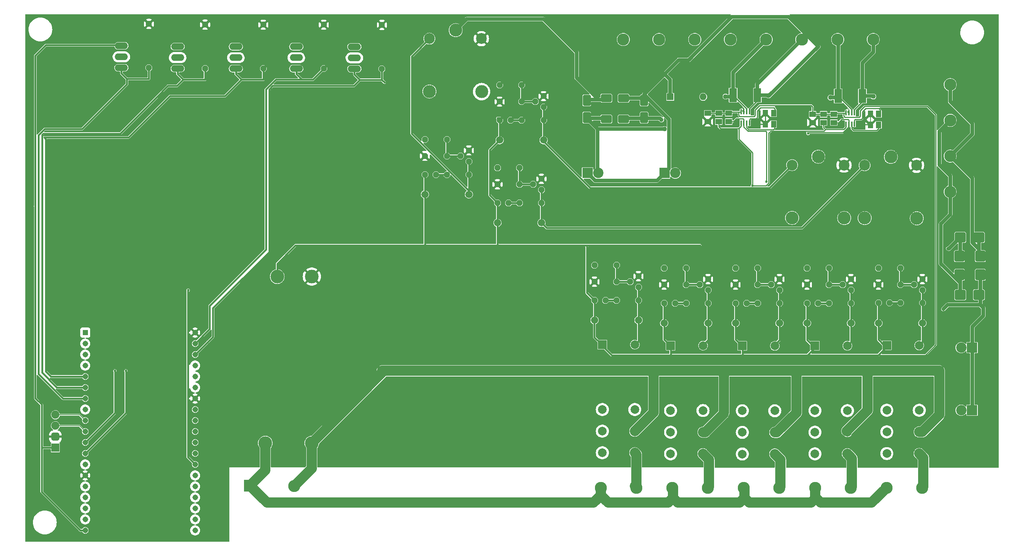
<source format=gbr>
%TF.GenerationSoftware,KiCad,Pcbnew,7.0.5*%
%TF.CreationDate,2023-10-10T15:43:30-03:00*%
%TF.ProjectId,intex_spa_V4,696e7465-785f-4737-9061-5f56342e6b69,Marcio Ant_o*%
%TF.SameCoordinates,Original*%
%TF.FileFunction,Copper,L1,Top*%
%TF.FilePolarity,Positive*%
%FSLAX46Y46*%
G04 Gerber Fmt 4.6, Leading zero omitted, Abs format (unit mm)*
G04 Created by KiCad (PCBNEW 7.0.5) date 2023-10-10 15:43:30*
%MOMM*%
%LPD*%
G01*
G04 APERTURE LIST*
G04 Aperture macros list*
%AMRoundRect*
0 Rectangle with rounded corners*
0 $1 Rounding radius*
0 $2 $3 $4 $5 $6 $7 $8 $9 X,Y pos of 4 corners*
0 Add a 4 corners polygon primitive as box body*
4,1,4,$2,$3,$4,$5,$6,$7,$8,$9,$2,$3,0*
0 Add four circle primitives for the rounded corners*
1,1,$1+$1,$2,$3*
1,1,$1+$1,$4,$5*
1,1,$1+$1,$6,$7*
1,1,$1+$1,$8,$9*
0 Add four rect primitives between the rounded corners*
20,1,$1+$1,$2,$3,$4,$5,0*
20,1,$1+$1,$4,$5,$6,$7,0*
20,1,$1+$1,$6,$7,$8,$9,0*
20,1,$1+$1,$8,$9,$2,$3,0*%
%AMOutline5P*
0 Free polygon, 5 corners , with rotation*
0 The origin of the aperture is its center*
0 number of corners: always 5*
0 $1 to $10 corner X, Y*
0 $11 Rotation angle, in degrees counterclockwise*
0 create outline with 5 corners*
4,1,5,$1,$2,$3,$4,$5,$6,$7,$8,$9,$10,$1,$2,$11*%
%AMOutline6P*
0 Free polygon, 6 corners , with rotation*
0 The origin of the aperture is its center*
0 number of corners: always 6*
0 $1 to $12 corner X, Y*
0 $13 Rotation angle, in degrees counterclockwise*
0 create outline with 6 corners*
4,1,6,$1,$2,$3,$4,$5,$6,$7,$8,$9,$10,$11,$12,$1,$2,$13*%
%AMOutline7P*
0 Free polygon, 7 corners , with rotation*
0 The origin of the aperture is its center*
0 number of corners: always 7*
0 $1 to $14 corner X, Y*
0 $15 Rotation angle, in degrees counterclockwise*
0 create outline with 7 corners*
4,1,7,$1,$2,$3,$4,$5,$6,$7,$8,$9,$10,$11,$12,$13,$14,$1,$2,$15*%
%AMOutline8P*
0 Free polygon, 8 corners , with rotation*
0 The origin of the aperture is its center*
0 number of corners: always 8*
0 $1 to $16 corner X, Y*
0 $17 Rotation angle, in degrees counterclockwise*
0 create outline with 8 corners*
4,1,8,$1,$2,$3,$4,$5,$6,$7,$8,$9,$10,$11,$12,$13,$14,$15,$16,$1,$2,$17*%
G04 Aperture macros list end*
%TA.AperFunction,ComponentPad*%
%ADD10C,1.676400*%
%TD*%
%TA.AperFunction,ComponentPad*%
%ADD11O,3.048000X1.524000*%
%TD*%
%TA.AperFunction,SMDPad,CuDef*%
%ADD12R,1.500000X1.300000*%
%TD*%
%TA.AperFunction,ComponentPad*%
%ADD13R,2.400000X2.400000*%
%TD*%
%TA.AperFunction,ComponentPad*%
%ADD14C,2.400000*%
%TD*%
%TA.AperFunction,ComponentPad*%
%ADD15R,1.600000X1.600000*%
%TD*%
%TA.AperFunction,ComponentPad*%
%ADD16O,1.600000X1.600000*%
%TD*%
%TA.AperFunction,SMDPad,CuDef*%
%ADD17R,0.400000X1.200000*%
%TD*%
%TA.AperFunction,ComponentPad*%
%ADD18R,1.308000X1.308000*%
%TD*%
%TA.AperFunction,ComponentPad*%
%ADD19C,1.308000*%
%TD*%
%TA.AperFunction,ComponentPad*%
%ADD20Outline8P,-0.660400X0.273547X-0.273547X0.660400X0.273547X0.660400X0.660400X0.273547X0.660400X-0.273547X0.273547X-0.660400X-0.273547X-0.660400X-0.660400X-0.273547X180.000000*%
%TD*%
%TA.AperFunction,SMDPad,CuDef*%
%ADD21RoundRect,0.250000X1.000000X0.900000X-1.000000X0.900000X-1.000000X-0.900000X1.000000X-0.900000X0*%
%TD*%
%TA.AperFunction,ComponentPad*%
%ADD22C,3.000000*%
%TD*%
%TA.AperFunction,ComponentPad*%
%ADD23C,2.500000*%
%TD*%
%TA.AperFunction,ComponentPad*%
%ADD24Outline8P,-0.660400X0.273547X-0.273547X0.660400X0.273547X0.660400X0.660400X0.273547X0.660400X-0.273547X0.273547X-0.660400X-0.273547X-0.660400X-0.660400X-0.273547X90.000000*%
%TD*%
%TA.AperFunction,SMDPad,CuDef*%
%ADD25RoundRect,0.250000X0.900000X-1.000000X0.900000X1.000000X-0.900000X1.000000X-0.900000X-1.000000X0*%
%TD*%
%TA.AperFunction,ComponentPad*%
%ADD26Outline8P,-0.660400X0.273547X-0.273547X0.660400X0.273547X0.660400X0.660400X0.273547X0.660400X-0.273547X0.273547X-0.660400X-0.273547X-0.660400X-0.660400X-0.273547X0.000000*%
%TD*%
%TA.AperFunction,SMDPad,CuDef*%
%ADD27RoundRect,0.250000X1.000000X0.650000X-1.000000X0.650000X-1.000000X-0.650000X1.000000X-0.650000X0*%
%TD*%
%TA.AperFunction,ComponentPad*%
%ADD28C,0.600000*%
%TD*%
%TA.AperFunction,SMDPad,CuDef*%
%ADD29R,1.300000X1.500000*%
%TD*%
%TA.AperFunction,ComponentPad*%
%ADD30R,2.781300X2.781300*%
%TD*%
%TA.AperFunction,ComponentPad*%
%ADD31R,1.879600X1.879600*%
%TD*%
%TA.AperFunction,ComponentPad*%
%ADD32RoundRect,0.469900X0.469900X0.469900X-0.469900X0.469900X-0.469900X-0.469900X0.469900X-0.469900X0*%
%TD*%
%TA.AperFunction,ComponentPad*%
%ADD33C,1.879600*%
%TD*%
%TA.AperFunction,ComponentPad*%
%ADD34C,2.000000*%
%TD*%
%TA.AperFunction,ComponentPad*%
%ADD35R,2.000000X2.000000*%
%TD*%
%TA.AperFunction,ComponentPad*%
%ADD36C,2.781300*%
%TD*%
%TA.AperFunction,SMDPad,CuDef*%
%ADD37RoundRect,0.250000X-0.650000X1.000000X-0.650000X-1.000000X0.650000X-1.000000X0.650000X1.000000X0*%
%TD*%
%TA.AperFunction,SMDPad,CuDef*%
%ADD38R,1.800000X3.200000*%
%TD*%
%TA.AperFunction,ComponentPad*%
%ADD39C,3.170000*%
%TD*%
%TA.AperFunction,ViaPad*%
%ADD40C,1.008000*%
%TD*%
%TA.AperFunction,ViaPad*%
%ADD41C,0.600000*%
%TD*%
%TA.AperFunction,ViaPad*%
%ADD42C,1.108000*%
%TD*%
%TA.AperFunction,Conductor*%
%ADD43C,2.362200*%
%TD*%
%TA.AperFunction,Conductor*%
%ADD44C,0.254000*%
%TD*%
%TA.AperFunction,Conductor*%
%ADD45C,0.200000*%
%TD*%
%TA.AperFunction,Conductor*%
%ADD46C,0.406400*%
%TD*%
%TA.AperFunction,Conductor*%
%ADD47C,0.400000*%
%TD*%
%TA.AperFunction,Conductor*%
%ADD48C,0.812800*%
%TD*%
%TA.AperFunction,Conductor*%
%ADD49C,0.304800*%
%TD*%
G04 APERTURE END LIST*
D10*
%TO.P,D8,A*%
%TO.N,A_ECO*%
X130046001Y-73517637D03*
%TO.P,D8,C*%
%TO.N,+5V*%
X119886001Y-73517637D03*
%TD*%
D11*
%TO.P,FLOW_PROBE_2,1*%
%TO.N,SENSOR_FPROBE02*%
X90170000Y-44450000D03*
%TO.P,FLOW_PROBE_2,2*%
%TO.N,N/C*%
X90170000Y-41910000D03*
%TO.P,FLOW_PROBE_2,3*%
%TO.N,+5V*%
X90170000Y-39370000D03*
%TD*%
D12*
%TO.P,R21,1*%
%TO.N,SCL*%
X212041202Y-56901844D03*
%TO.P,R21,2*%
%TO.N,+5V*%
X212041202Y-55001844D03*
%TD*%
D13*
%TO.P,C4,1*%
%TO.N,12VDC+*%
X246340000Y-123399725D03*
D14*
%TO.P,C4,2*%
%TO.N,12VDC-*%
X243840000Y-123399725D03*
%TD*%
D13*
%TO.P,C1,1*%
%TO.N,12VDC+*%
X157480000Y-68580000D03*
D14*
%TO.P,C1,2*%
%TO.N,12VDC-*%
X159980000Y-68580000D03*
%TD*%
D10*
%TO.P,D13,A*%
%TO.N,A_JET*%
X201839881Y-103260090D03*
%TO.P,D13,C*%
%TO.N,+5V*%
X191679881Y-103260090D03*
%TD*%
D12*
%TO.P,R16,1*%
%TO.N,SCL*%
X187790202Y-56675344D03*
%TO.P,R16,2*%
%TO.N,+5V*%
X187790202Y-54775344D03*
%TD*%
D15*
%TO.P,S1,1*%
%TO.N,12VDC+*%
X176585753Y-50963131D03*
D16*
%TO.P,S1,2*%
X184205753Y-50963131D03*
%TD*%
D17*
%TO.P,U1,1*%
%TO.N,12VDC+*%
X194915202Y-54425344D03*
%TO.P,U1,2*%
%TO.N,12VDC-*%
X194265202Y-54425344D03*
%TO.P,U1,3*%
%TO.N,GND*%
X193615202Y-54425344D03*
%TO.P,U1,4*%
%TO.N,+5V*%
X192965202Y-54425344D03*
%TO.P,U1,5*%
%TO.N,SCL*%
X192965202Y-57025344D03*
%TO.P,U1,6*%
%TO.N,SDA*%
X193615202Y-57025344D03*
%TO.P,U1,7*%
%TO.N,I1_ELT1*%
X194265202Y-57025344D03*
%TO.P,U1,8*%
%TO.N,I2_ELT1*%
X194915202Y-57025344D03*
%TD*%
D18*
%TO.P,U$2,3V3*%
%TO.N,N/C*%
X41393703Y-105456535D03*
D19*
%TO.P,U$2,5V*%
%TO.N,+5V*%
X41393703Y-151176535D03*
%TO.P,U$2,CLK*%
%TO.N,N/C*%
X66793703Y-151176535D03*
%TO.P,U$2,CMD*%
X41393703Y-148636535D03*
%TO.P,U$2,EN*%
X41393703Y-107996535D03*
%TO.P,U$2,GND*%
%TO.N,GND*%
X41393703Y-138476535D03*
%TO.P,U$2,GND2*%
X66793703Y-105456535D03*
%TO.P,U$2,GND3*%
X66793703Y-120696535D03*
%TO.P,U$2,IO0*%
%TO.N,N/C*%
X66793703Y-138476535D03*
%TO.P,U$2,IO2*%
X66793703Y-141016535D03*
%TO.P,U$2,IO4*%
%TO.N,S_ECO*%
X66793703Y-135936535D03*
%TO.P,U$2,IO5*%
%TO.N,S_JET*%
X66793703Y-128316535D03*
%TO.P,U$2,IO12*%
%TO.N,N/C*%
X41393703Y-135936535D03*
%TO.P,U$2,IO13*%
X41393703Y-141016535D03*
%TO.P,U$2,IO14*%
%TO.N,S_CL_R02*%
X41393703Y-133396535D03*
%TO.P,U$2,IO15*%
%TO.N,N/C*%
X66793703Y-143556535D03*
%TO.P,U$2,IO16*%
%TO.N,S_PUMP*%
X66793703Y-133396535D03*
%TO.P,U$2,IO17*%
%TO.N,S_BUBBLES*%
X66793703Y-130856535D03*
%TO.P,U$2,IO18*%
%TO.N,S_HEATER_1*%
X66793703Y-125776535D03*
%TO.P,U$2,IO19*%
%TO.N,S_HEATER_2*%
X66793703Y-123236535D03*
%TO.P,U$2,IO21*%
%TO.N,N/C*%
X66793703Y-118156535D03*
%TO.P,U$2,IO22*%
%TO.N,SENSOR_FPROBE01*%
X66793703Y-110536535D03*
%TO.P,U$2,IO23*%
%TO.N,SENSOR_FPROBE02*%
X66793703Y-107996535D03*
%TO.P,U$2,IO25*%
%TO.N,SDA*%
X41393703Y-125776535D03*
%TO.P,U$2,IO26*%
%TO.N,SCL*%
X41393703Y-128316535D03*
%TO.P,U$2,IO27*%
%TO.N,S_CL_R01*%
X41393703Y-130856535D03*
%TO.P,U$2,IO32*%
%TO.N,SENSOR_TFUSE*%
X41393703Y-120696535D03*
%TO.P,U$2,IO33*%
%TO.N,N/C*%
X41393703Y-123236535D03*
%TO.P,U$2,IO34*%
%TO.N,SENSOR_TPROBE02*%
X41393703Y-115616535D03*
%TO.P,U$2,IO35*%
%TO.N,SENSOR_TPROBE01*%
X41393703Y-118156535D03*
%TO.P,U$2,RXD0*%
%TO.N,N/C*%
X66793703Y-115616535D03*
%TO.P,U$2,SD0*%
X66793703Y-148636535D03*
%TO.P,U$2,SD1*%
X66793703Y-146096535D03*
%TO.P,U$2,SD2*%
X41393703Y-143556535D03*
%TO.P,U$2,SD3*%
X41393703Y-146096535D03*
%TO.P,U$2,SVN*%
X41393703Y-113076535D03*
%TO.P,U$2,SVP*%
X41393703Y-110536535D03*
%TO.P,U$2,TXD0*%
X66793703Y-113076535D03*
%TD*%
D20*
%TO.P,R34,1*%
%TO.N,N$8*%
X213269881Y-94370090D03*
%TO.P,R34,2*%
%TO.N,GND*%
X208189881Y-94370090D03*
%TD*%
D21*
%TO.P,D4,1*%
%TO.N,12VDC+*%
X247908995Y-96717773D03*
%TO.P,D4,2*%
%TO.N,12VAC_N*%
X243608995Y-96717773D03*
%TD*%
D22*
%TO.P,Rel\u00EA ECO,1*%
%TO.N,10.8VAC+*%
X127000000Y-35560000D03*
D23*
%TO.P,Rel\u00EA ECO,2*%
%TO.N,A_ECO*%
X120950000Y-37510000D03*
D22*
%TO.P,Rel\u00EA ECO,3*%
%TO.N,10.8VAC+*%
X120950000Y-49710000D03*
%TO.P,Rel\u00EA ECO,4*%
%TO.N,N/C*%
X133000000Y-49760000D03*
D23*
%TO.P,Rel\u00EA ECO,5*%
%TO.N,GND*%
X132950000Y-37510000D03*
%TD*%
D24*
%TO.P,T_HEATER2_RELAY,1*%
%TO.N,GND*%
X234859881Y-93100090D03*
%TO.P,T_HEATER2_RELAY,2*%
%TO.N,N$7*%
X232954881Y-94370090D03*
%TO.P,T_HEATER2_RELAY,3*%
%TO.N,A_HEATER_02*%
X234859881Y-95640090D03*
%TD*%
D25*
%TO.P,D2,1*%
%TO.N,12VAC_N*%
X243417204Y-92096566D03*
%TO.P,D2,2*%
%TO.N,12VDC-*%
X243417204Y-87796566D03*
%TD*%
D26*
%TO.P,R9,1*%
%TO.N,N$15*%
X124966001Y-68945637D03*
%TO.P,R9,2*%
%TO.N,A_ECO*%
X130046001Y-68945637D03*
%TD*%
D27*
%TO.P,D6,1*%
%TO.N,12VDC+*%
X165800699Y-51279844D03*
%TO.P,D6,2*%
%TO.N,10.8VAC+*%
X161800699Y-51279844D03*
%TD*%
D22*
%TO.P,Rel\u00EA CL02,1*%
%TO.N,12VDC_CL*%
X227576577Y-64842656D03*
D23*
%TO.P,Rel\u00EA CL02,2*%
%TO.N,A_CL_R02*%
X221526577Y-66792656D03*
D22*
%TO.P,Rel\u00EA CL02,3*%
%TO.N,12VDC+*%
X221526577Y-78992656D03*
%TO.P,Rel\u00EA CL02,4*%
%TO.N,12VDC-*%
X233576577Y-79042656D03*
D23*
%TO.P,Rel\u00EA CL02,5*%
%TO.N,GND*%
X233526577Y-66792656D03*
%TD*%
D20*
%TO.P,R11,1*%
%TO.N,N$13*%
X141749911Y-71183462D03*
%TO.P,R11,2*%
%TO.N,GND*%
X136669911Y-71183462D03*
%TD*%
D28*
%TO.P,,2*%
%TO.N,12VDC+*%
X239674070Y-100013838D03*
%TD*%
%TO.P,,2*%
%TO.N,12VDC-*%
X240754486Y-86047546D03*
%TD*%
D26*
%TO.P,R12,1*%
%TO.N,N$14*%
X141749911Y-75501462D03*
%TO.P,R12,2*%
%TO.N,A_CL_R02*%
X146829911Y-75501462D03*
%TD*%
D13*
%TO.P,C3,1*%
%TO.N,12VDC+*%
X246340000Y-108928527D03*
D14*
%TO.P,C3,2*%
%TO.N,12VDC-*%
X243840000Y-108928527D03*
%TD*%
D11*
%TO.P,FLOW_PROBE_1,1*%
%TO.N,SENSOR_FPROBE01*%
X103597799Y-44498322D03*
%TO.P,FLOW_PROBE_1,2*%
%TO.N,N/C*%
X103597799Y-41958322D03*
%TO.P,FLOW_PROBE_1,3*%
%TO.N,+5V*%
X103597799Y-39418322D03*
%TD*%
D24*
%TO.P,R3,1*%
%TO.N,SENSOR_TPROBE01*%
X69101522Y-44428802D03*
%TO.P,R3,2*%
%TO.N,GND*%
X69101522Y-34268802D03*
%TD*%
D29*
%TO.P,R25,1*%
%TO.N,GND*%
X222829202Y-57475844D03*
%TO.P,R25,2*%
%TO.N,I1_ELT2*%
X224729202Y-57475844D03*
%TD*%
D24*
%TO.P,R4,1*%
%TO.N,SENSOR_TPROBE02*%
X82550000Y-44450000D03*
%TO.P,R4,2*%
%TO.N,GND*%
X82550000Y-34290000D03*
%TD*%
D26*
%TO.P,LED_HEATER1_RELAY,A*%
%TO.N,+5V*%
X208189881Y-98688090D03*
%TO.P,LED_HEATER1_RELAY,K*%
%TO.N,N$5*%
X210729881Y-98688090D03*
%TD*%
D30*
%TO.P,,I1*%
%TO.N,NEUTRAL*%
X79473503Y-140842664D03*
%TD*%
D20*
%TO.P,R31,1*%
%TO.N,N$12*%
X196759881Y-94370090D03*
%TO.P,R31,2*%
%TO.N,GND*%
X191679881Y-94370090D03*
%TD*%
D31*
%TO.P,DISPLAY0,1*%
%TO.N,+5V*%
X34500178Y-132080000D03*
D32*
%TO.P,DISPLAY0,2*%
%TO.N,GND*%
X34500178Y-129540000D03*
D33*
%TO.P,DISPLAY0,3*%
%TO.N,SCL*%
X34500178Y-127000000D03*
%TO.P,DISPLAY0,4*%
%TO.N,SDA*%
X34500178Y-124460000D03*
%TD*%
D12*
%TO.P,C6,1*%
%TO.N,+5V*%
X209501202Y-55001844D03*
%TO.P,C6,2*%
%TO.N,GND*%
X209501202Y-56901844D03*
%TD*%
D34*
%TO.P,BUBBLES_RELAY,11*%
%TO.N,N/C*%
X176668681Y-128469559D03*
%TO.N,LEAD*%
X184168681Y-128469559D03*
%TO.P,BUBBLES_RELAY,12*%
%TO.N,N/C*%
X176668681Y-123469559D03*
X184168681Y-123469559D03*
%TO.P,BUBBLES_RELAY,14*%
X176668681Y-133469559D03*
%TO.N,LEAD_BUBBLES*%
X184168681Y-133469559D03*
D35*
%TO.P,BUBBLES_RELAY,A1*%
%TO.N,+5V*%
X176668681Y-108469559D03*
D34*
%TO.P,BUBBLES_RELAY,A2*%
%TO.N,A_BUBBLES*%
X184168681Y-108469559D03*
%TD*%
D26*
%TO.P,LED_RELAY_CL2,A*%
%TO.N,+5V*%
X136669911Y-75501462D03*
%TO.P,LED_RELAY_CL2,K*%
%TO.N,N$14*%
X139209911Y-75501462D03*
%TD*%
%TO.P,LED_RELAY_CL1,A*%
%TO.N,+5V*%
X137160000Y-56388000D03*
%TO.P,LED_RELAY_CL1,K*%
%TO.N,N$17*%
X139700000Y-56388000D03*
%TD*%
D36*
%TO.P,TERMINAL_BARRIER_POWER 12V,I1*%
%TO.N,12VAC_N*%
X241300000Y-72910000D03*
%TO.P,TERMINAL_BARRIER_POWER 12V,I2*%
%TO.N,12VAC+*%
X241300000Y-64655000D03*
%TO.P,TERMINAL_BARRIER_POWER 12V,I3*%
%TO.N,12VAC_N*%
X241300000Y-56400000D03*
%TO.P,TERMINAL_BARRIER_POWER 12V,I4*%
%TO.N,12VAC+*%
X241300000Y-48145000D03*
%TD*%
D20*
%TO.P,R30,1*%
%TO.N,N$12*%
X196759881Y-90560090D03*
%TO.P,R30,2*%
%TO.N,S_JET*%
X191679881Y-90560090D03*
%TD*%
D29*
%TO.P,R24,1*%
%TO.N,GND*%
X222829202Y-54943844D03*
%TO.P,R24,2*%
%TO.N,I2_ELT2*%
X224729202Y-54943844D03*
%TD*%
D37*
%TO.P,D5,1*%
%TO.N,10.8VAC+*%
X157297659Y-51760385D03*
%TO.P,D5,2*%
%TO.N,12VDC-*%
X157297659Y-55760385D03*
%TD*%
D11*
%TO.P,TEMP_FUSED,1*%
%TO.N,SENSOR_TFUSE*%
X49751126Y-44255464D03*
%TO.P,TEMP_FUSED,2*%
%TO.N,N/C*%
X49751126Y-41715464D03*
%TO.P,TEMP_FUSED,3*%
%TO.N,+5V*%
X49751126Y-39175464D03*
%TD*%
D20*
%TO.P,R10,1*%
%TO.N,N$13*%
X141749911Y-67373462D03*
%TO.P,R10,2*%
%TO.N,S_CL_R02*%
X136669911Y-67373462D03*
%TD*%
D24*
%TO.P,T_BUBBLES_RELAY,1*%
%TO.N,GND*%
X185329881Y-93100090D03*
%TO.P,T_BUBBLES_RELAY,2*%
%TO.N,N$11*%
X183424881Y-94370090D03*
%TO.P,T_BUBBLES_RELAY,3*%
%TO.N,A_BUBBLES*%
X185329881Y-95640090D03*
%TD*%
D26*
%TO.P,R38,1*%
%TO.N,N$6*%
X229779881Y-98561090D03*
%TO.P,R38,2*%
%TO.N,A_HEATER_02*%
X234859881Y-98561090D03*
%TD*%
D12*
%TO.P,C5,1*%
%TO.N,+5V*%
X185250202Y-54775344D03*
%TO.P,C5,2*%
%TO.N,GND*%
X185250202Y-56675344D03*
%TD*%
D26*
%TO.P,LED_HEATER2_RELAY,A*%
%TO.N,+5V*%
X224699881Y-98561090D03*
%TO.P,LED_HEATER2_RELAY,K*%
%TO.N,N$6*%
X227239881Y-98561090D03*
%TD*%
D25*
%TO.P,D3,1*%
%TO.N,12VDC+*%
X248244203Y-92096566D03*
%TO.P,D3,2*%
%TO.N,12VAC+*%
X248244203Y-87796566D03*
%TD*%
D27*
%TO.P,D8,1*%
%TO.N,10.8VAC_N*%
X165800699Y-56106843D03*
%TO.P,D8,2*%
%TO.N,12VDC-*%
X161800699Y-56106843D03*
%TD*%
D38*
%TO.P,R18,1*%
%TO.N,12VDC-*%
X191140202Y-50566344D03*
%TO.P,R18,2*%
%TO.N,12VDC+*%
X196740202Y-50566344D03*
%TD*%
D29*
%TO.P,R20,1*%
%TO.N,GND*%
X198578202Y-57249344D03*
%TO.P,R20,2*%
%TO.N,I1_ELT1*%
X200478202Y-57249344D03*
%TD*%
D24*
%TO.P,T_RELAY_CL2,1*%
%TO.N,GND*%
X146829911Y-69913462D03*
%TO.P,T_RELAY_CL2,2*%
%TO.N,N$13*%
X144924911Y-71183462D03*
%TO.P,T_RELAY_CL2,3*%
%TO.N,A_CL_R02*%
X146829911Y-72453462D03*
%TD*%
D20*
%TO.P,R27,1*%
%TO.N,N$11*%
X180249881Y-90560090D03*
%TO.P,R27,2*%
%TO.N,S_BUBBLES*%
X175169881Y-90560090D03*
%TD*%
D26*
%TO.P,PUMP0,A*%
%TO.N,+5V*%
X159086329Y-98005653D03*
%TO.P,PUMP0,K*%
%TO.N,N$1*%
X161626329Y-98005653D03*
%TD*%
D20*
%TO.P,R36,1*%
%TO.N,N$7*%
X229779881Y-90560090D03*
%TO.P,R36,2*%
%TO.N,S_HEATER_2*%
X224699881Y-90560090D03*
%TD*%
D24*
%TO.P,T_PUMP_RELAY0,1*%
%TO.N,GND*%
X169246329Y-92417653D03*
%TO.P,T_PUMP_RELAY0,2*%
%TO.N,N$32*%
X167341329Y-93687653D03*
%TO.P,T_PUMP_RELAY0,3*%
%TO.N,A_PUMP*%
X169246329Y-94957653D03*
%TD*%
%TO.P,T__HEATER1_RELAY,1*%
%TO.N,GND*%
X218349881Y-93100090D03*
%TO.P,T__HEATER1_RELAY,2*%
%TO.N,N$8*%
X216444881Y-94370090D03*
%TO.P,T__HEATER1_RELAY,3*%
%TO.N,A_HEATER_01*%
X218349881Y-95640090D03*
%TD*%
D26*
%TO.P,LED_BUBBLES_RELAY,A*%
%TO.N,+5V*%
X175169881Y-98688090D03*
%TO.P,LED_BUBBLES_RELAY,K*%
%TO.N,N$24*%
X177709881Y-98688090D03*
%TD*%
D10*
%TO.P,D15,A*%
%TO.N,A_HEATER_02*%
X234859881Y-103260090D03*
%TO.P,D15,C*%
%TO.N,+5V*%
X224699881Y-103260090D03*
%TD*%
D38*
%TO.P,R23,1*%
%TO.N,12VDC_CL*%
X215391202Y-50792844D03*
%TO.P,R23,2*%
X220991202Y-50792844D03*
%TD*%
D24*
%TO.P,T_PUMP_RELAY1,1*%
%TO.N,GND*%
X201839881Y-93100090D03*
%TO.P,T_PUMP_RELAY1,2*%
%TO.N,N$12*%
X199934881Y-94370090D03*
%TO.P,T_PUMP_RELAY1,3*%
%TO.N,A_JET*%
X201839881Y-95640090D03*
%TD*%
D39*
%TO.P,POWER_SUPPLY_110VAC_5VDC0,AC/L*%
%TO.N,LEAD*%
X93762150Y-131009650D03*
%TO.P,POWER_SUPPLY_110VAC_5VDC0,AC/N*%
%TO.N,NEUTRAL*%
X83012150Y-131009650D03*
%TO.P,POWER_SUPPLY_110VAC_5VDC0,V+*%
%TO.N,+5V*%
X85762150Y-92509650D03*
%TO.P,POWER_SUPPLY_110VAC_5VDC0,V-*%
%TO.N,GND*%
X93762150Y-92509650D03*
%TD*%
D20*
%TO.P,R7,1*%
%TO.N,N$16*%
X124966001Y-60817637D03*
%TO.P,R7,2*%
%TO.N,S_ECO*%
X119886001Y-60817637D03*
%TD*%
D23*
%TO.P,Rel\u00EA CL01,5*%
%TO.N,GND*%
X216755392Y-66734656D03*
D22*
%TO.P,Rel\u00EA CL01,4*%
%TO.N,12VDC-*%
X216805392Y-78984656D03*
%TO.P,Rel\u00EA CL01,3*%
%TO.N,12VDC+*%
X204755392Y-78934656D03*
D23*
%TO.P,Rel\u00EA CL01,2*%
%TO.N,A_CL_R01*%
X204755392Y-66734656D03*
D22*
%TO.P,Rel\u00EA CL01,1*%
%TO.N,12VDC_CL*%
X210805392Y-64784656D03*
%TD*%
D17*
%TO.P,U2,1*%
%TO.N,12VDC_CL*%
X219166202Y-54651844D03*
%TO.P,U2,2*%
X218516202Y-54651844D03*
%TO.P,U2,3*%
%TO.N,GND*%
X217866202Y-54651844D03*
%TO.P,U2,4*%
%TO.N,+5V*%
X217216202Y-54651844D03*
%TO.P,U2,5*%
%TO.N,SCL*%
X217216202Y-57251844D03*
%TO.P,U2,6*%
%TO.N,SDA*%
X217866202Y-57251844D03*
%TO.P,U2,7*%
%TO.N,I1_ELT2*%
X218516202Y-57251844D03*
%TO.P,U2,8*%
%TO.N,I2_ELT2*%
X219166202Y-57251844D03*
%TD*%
D34*
%TO.P,HEATER02_RELAY,11*%
%TO.N,N/C*%
X226640023Y-128416053D03*
%TO.N,LEAD*%
X234140023Y-128416053D03*
%TO.P,HEATER02_RELAY,12*%
%TO.N,N/C*%
X226640023Y-123416053D03*
X234140023Y-123416053D03*
%TO.P,HEATER02_RELAY,14*%
X226640023Y-133416053D03*
%TO.N,LEAD_HEATER_2*%
X234140023Y-133416053D03*
D35*
%TO.P,HEATER02_RELAY,A1*%
%TO.N,+5V*%
X226640023Y-108416053D03*
D34*
%TO.P,HEATER02_RELAY,A2*%
%TO.N,A_HEATER_02*%
X234140023Y-108416053D03*
%TD*%
D26*
%TO.P,LED1,A*%
%TO.N,+5V*%
X119886001Y-68945637D03*
%TO.P,LED1,K*%
%TO.N,N$15*%
X122426001Y-68945637D03*
%TD*%
D24*
%TO.P,T_RELAY_CL1,1*%
%TO.N,GND*%
X147320000Y-50800000D03*
%TO.P,T_RELAY_CL1,2*%
%TO.N,N$20*%
X145415000Y-52070000D03*
%TO.P,T_RELAY_CL1,3*%
%TO.N,A_CL_R01*%
X147320000Y-53340000D03*
%TD*%
D36*
%TO.P,TERMINAL_BARRIER_POWER110v,I1*%
%TO.N,NEUTRAL*%
X160539062Y-141336089D03*
%TO.P,TERMINAL_BARRIER_POWER110v,I2*%
%TO.N,LEAD_PUMP*%
X168794062Y-141336089D03*
%TO.P,TERMINAL_BARRIER_POWER110v,I3*%
%TO.N,NEUTRAL*%
X177049062Y-141336089D03*
%TO.P,TERMINAL_BARRIER_POWER110v,I4*%
%TO.N,LEAD_BUBBLES*%
X185304062Y-141336089D03*
%TO.P,TERMINAL_BARRIER_POWER110v,I5*%
%TO.N,NEUTRAL*%
X193559062Y-141336089D03*
%TO.P,TERMINAL_BARRIER_POWER110v,I6*%
%TO.N,LEAD_JET*%
X201814062Y-141336089D03*
%TO.P,TERMINAL_BARRIER_POWER110v,I7*%
%TO.N,NEUTRAL*%
X210069062Y-141336089D03*
%TO.P,TERMINAL_BARRIER_POWER110v,I8*%
%TO.N,LEAD_HEATER_1*%
X218324062Y-141336089D03*
%TO.P,TERMINAL_BARRIER_POWER110v,I9*%
%TO.N,NEUTRAL*%
X226579062Y-141336089D03*
%TO.P,TERMINAL_BARRIER_POWER110v,I10*%
%TO.N,LEAD_HEATER_2*%
X234834062Y-141336089D03*
%TD*%
D20*
%TO.P,R33,1*%
%TO.N,N$8*%
X213269881Y-90560090D03*
%TO.P,R33,2*%
%TO.N,S_HEATER_1*%
X208189881Y-90560090D03*
%TD*%
D34*
%TO.P,POWER12V_RELAY,11*%
%TO.N,N/C*%
X160901607Y-128243264D03*
%TO.N,LEAD*%
X168401607Y-128243264D03*
%TO.P,POWER12V_RELAY,12*%
%TO.N,N/C*%
X160901607Y-123243264D03*
X168401607Y-123243264D03*
%TO.P,POWER12V_RELAY,14*%
X160901607Y-133243264D03*
%TO.N,LEAD_PUMP*%
X168401607Y-133243264D03*
D35*
%TO.P,POWER12V_RELAY,A1*%
%TO.N,+5V*%
X160901607Y-108243264D03*
D34*
%TO.P,POWER12V_RELAY,A2*%
%TO.N,A_PUMP*%
X168401607Y-108243264D03*
%TD*%
D12*
%TO.P,R22,1*%
%TO.N,SDA*%
X214381202Y-56901844D03*
%TO.P,R22,2*%
%TO.N,+5V*%
X214381202Y-55001844D03*
%TD*%
D36*
%TO.P,,I2*%
%TO.N,LEAD*%
X89700481Y-140929333D03*
%TD*%
D37*
%TO.P,D7,1*%
%TO.N,12VDC+*%
X170571906Y-51765052D03*
%TO.P,D7,2*%
%TO.N,10.8VAC_N*%
X170571906Y-55765052D03*
%TD*%
D11*
%TO.P,TEMP_PROBE_1,1*%
%TO.N,SENSOR_TPROBE01*%
X62751522Y-44428802D03*
%TO.P,TEMP_PROBE_1,2*%
%TO.N,N/C*%
X62751522Y-41888802D03*
%TO.P,TEMP_PROBE_1,3*%
%TO.N,+5V*%
X62751522Y-39348802D03*
%TD*%
D20*
%TO.P,R13,1*%
%TO.N,N$20*%
X142240000Y-48260000D03*
%TO.P,R13,2*%
%TO.N,S_CL_R01*%
X137160000Y-48260000D03*
%TD*%
D24*
%TO.P,R1,1*%
%TO.N,SENSOR_TFUSE*%
X56101126Y-44255464D03*
%TO.P,R1,2*%
%TO.N,GND*%
X56101126Y-34095464D03*
%TD*%
D26*
%TO.P,JET0,A*%
%TO.N,+5V*%
X191679881Y-98688090D03*
%TO.P,JET0,K*%
%TO.N,N$3*%
X194219881Y-98688090D03*
%TD*%
D10*
%TO.P,D14,A*%
%TO.N,A_HEATER_01*%
X218349881Y-103260090D03*
%TO.P,D14,C*%
%TO.N,+5V*%
X208189881Y-103260090D03*
%TD*%
%TO.P,D9,A*%
%TO.N,A_CL_R01*%
X147320000Y-60960000D03*
%TO.P,D9,C*%
%TO.N,+5V*%
X137160000Y-60960000D03*
%TD*%
D26*
%TO.P,R15,1*%
%TO.N,N$17*%
X142240000Y-56388000D03*
%TO.P,R15,2*%
%TO.N,A_CL_R01*%
X147320000Y-56388000D03*
%TD*%
D24*
%TO.P,R6,1*%
%TO.N,SENSOR_FPROBE01*%
X109947799Y-44498322D03*
%TO.P,R6,2*%
%TO.N,GND*%
X109947799Y-34338322D03*
%TD*%
D34*
%TO.P,HEATER01_RELAY,11*%
%TO.N,N/C*%
X210038036Y-128493093D03*
%TO.N,LEAD*%
X217538036Y-128493093D03*
%TO.P,HEATER01_RELAY,12*%
%TO.N,N/C*%
X210038036Y-123493093D03*
X217538036Y-123493093D03*
%TO.P,HEATER01_RELAY,14*%
X210038036Y-133493093D03*
%TO.N,LEAD_HEATER_1*%
X217538036Y-133493093D03*
D35*
%TO.P,HEATER01_RELAY,A1*%
%TO.N,+5V*%
X210038036Y-108493093D03*
D34*
%TO.P,HEATER01_RELAY,A2*%
%TO.N,A_HEATER_01*%
X217538036Y-108493093D03*
%TD*%
D20*
%TO.P,R24,1*%
%TO.N,N$32*%
X164166329Y-89877653D03*
%TO.P,R24,2*%
%TO.N,S_PUMP*%
X159086329Y-89877653D03*
%TD*%
D24*
%TO.P,T_RELAY_ECO,1*%
%TO.N,GND*%
X130046001Y-63357637D03*
%TO.P,T_RELAY_ECO,2*%
%TO.N,N$16*%
X128141001Y-64627637D03*
%TO.P,T_RELAY_ECO,3*%
%TO.N,A_ECO*%
X130046001Y-65897637D03*
%TD*%
D20*
%TO.P,R28,1*%
%TO.N,N$11*%
X180249881Y-94370090D03*
%TO.P,R28,2*%
%TO.N,GND*%
X175169881Y-94370090D03*
%TD*%
%TO.P,R25,1*%
%TO.N,N$32*%
X164166329Y-93687653D03*
%TO.P,R25,2*%
%TO.N,GND*%
X159086329Y-93687653D03*
%TD*%
D10*
%TO.P,D10,A*%
%TO.N,A_CL_R02*%
X146829911Y-80073462D03*
%TO.P,D10,C*%
%TO.N,+5V*%
X136669911Y-80073462D03*
%TD*%
D29*
%TO.P,R19,1*%
%TO.N,GND*%
X198578202Y-54717344D03*
%TO.P,R19,2*%
%TO.N,I2_ELT1*%
X200478202Y-54717344D03*
%TD*%
D20*
%TO.P,R37,1*%
%TO.N,N$7*%
X229779881Y-94370090D03*
%TO.P,R37,2*%
%TO.N,GND*%
X224699881Y-94370090D03*
%TD*%
D34*
%TO.P,JET_RELAY,11*%
%TO.N,N/C*%
X193251408Y-128527339D03*
%TO.N,LEAD*%
X200751408Y-128527339D03*
%TO.P,JET_RELAY,12*%
%TO.N,N/C*%
X193251408Y-123527339D03*
X200751408Y-123527339D03*
%TO.P,JET_RELAY,14*%
X193251408Y-133527339D03*
%TO.N,LEAD_JET*%
X200751408Y-133527339D03*
D35*
%TO.P,JET_RELAY,A1*%
%TO.N,+5V*%
X193251408Y-108527339D03*
D34*
%TO.P,JET_RELAY,A2*%
%TO.N,A_JET*%
X200751408Y-108527339D03*
%TD*%
D20*
%TO.P,R14,1*%
%TO.N,N$20*%
X142240000Y-52070000D03*
%TO.P,R14,2*%
%TO.N,GND*%
X137160000Y-52070000D03*
%TD*%
%TO.P,R8,1*%
%TO.N,N$16*%
X124966001Y-64627637D03*
%TO.P,R8,2*%
%TO.N,GND*%
X119886001Y-64627637D03*
%TD*%
D26*
%TO.P,R32,1*%
%TO.N,N$3*%
X196759881Y-98688090D03*
%TO.P,R32,2*%
%TO.N,A_JET*%
X201839881Y-98688090D03*
%TD*%
%TO.P,R29,1*%
%TO.N,N$24*%
X180249881Y-98688090D03*
%TO.P,R29,2*%
%TO.N,A_BUBBLES*%
X185329881Y-98688090D03*
%TD*%
D21*
%TO.P,D1,1*%
%TO.N,12VAC+*%
X247913662Y-83443526D03*
%TO.P,D1,2*%
%TO.N,12VDC-*%
X243613662Y-83443526D03*
%TD*%
D13*
%TO.P,C2,1*%
%TO.N,12VDC+*%
X175260000Y-68580000D03*
D14*
%TO.P,C2,2*%
%TO.N,12VDC-*%
X177760000Y-68580000D03*
%TD*%
D10*
%TO.P,D11,A*%
%TO.N,A_PUMP*%
X169246329Y-102577653D03*
%TO.P,D11,C*%
%TO.N,+5V*%
X159086329Y-102577653D03*
%TD*%
D11*
%TO.P,TEMP_PROBE_2,1*%
%TO.N,SENSOR_TPROBE02*%
X76200000Y-44450000D03*
%TO.P,TEMP_PROBE_2,2*%
%TO.N,N/C*%
X76200000Y-41910000D03*
%TO.P,TEMP_PROBE_2,3*%
%TO.N,+5V*%
X76200000Y-39370000D03*
%TD*%
D26*
%TO.P,R35,1*%
%TO.N,N$5*%
X213269881Y-98688090D03*
%TO.P,R35,2*%
%TO.N,A_HEATER_01*%
X218349881Y-98688090D03*
%TD*%
D12*
%TO.P,R17,1*%
%TO.N,SDA*%
X190130202Y-56675344D03*
%TO.P,R17,2*%
%TO.N,+5V*%
X190130202Y-54775344D03*
%TD*%
D36*
%TO.P,TERMINAL_BARRIER_POWER 12V,I1*%
%TO.N,10.8VAC_N*%
X165735000Y-37712914D03*
%TO.P,TERMINAL_BARRIER_POWER 12V,I2*%
%TO.N,10.8VAC+*%
X173990000Y-37712914D03*
%TO.P,TERMINAL_BARRIER_POWER 12V,I3*%
%TO.N,12VDC-*%
X182245000Y-37712914D03*
%TO.P,TERMINAL_BARRIER_POWER 12V,I4*%
%TO.N,12VDC+*%
X190500000Y-37712914D03*
%TO.P,TERMINAL_BARRIER_POWER 12V,I5*%
%TO.N,12VDC-*%
X198755000Y-37712914D03*
%TO.P,TERMINAL_BARRIER_POWER 12V,I6*%
%TO.N,12VDC+*%
X207010000Y-37712914D03*
%TO.P,TERMINAL_BARRIER_POWER 12V,I7*%
%TO.N,12VDC_CL*%
X215265000Y-37712914D03*
%TO.P,TERMINAL_BARRIER_POWER 12V,I8*%
X223520000Y-37712914D03*
%TD*%
D24*
%TO.P,R5,1*%
%TO.N,SENSOR_FPROBE02*%
X96520000Y-44450000D03*
%TO.P,R5,2*%
%TO.N,GND*%
X96520000Y-34290000D03*
%TD*%
D10*
%TO.P,D12,A*%
%TO.N,A_BUBBLES*%
X185329881Y-103260090D03*
%TO.P,D12,C*%
%TO.N,+5V*%
X175169881Y-103260090D03*
%TD*%
D26*
%TO.P,R26,1*%
%TO.N,N$1*%
X164166329Y-98005653D03*
%TO.P,R26,2*%
%TO.N,A_PUMP*%
X169246329Y-98005653D03*
%TD*%
D40*
%TO.N,GND*%
X215911202Y-53693344D03*
X191400202Y-53185344D03*
X220803504Y-57639767D03*
X196861202Y-57503344D03*
D41*
%TO.N,SDA*%
X198824649Y-70606879D03*
X208466408Y-59399844D03*
%TO.N,SCL*%
X195591202Y-71473344D03*
D42*
%TO.N,12VDC-*%
X175260000Y-58420000D03*
X189368202Y-50899344D03*
%TO.N,12VDC+*%
X199274202Y-50645344D03*
D40*
%TO.N,10.8VAC_N*%
X174561836Y-56228091D03*
D42*
%TO.N,12VDC_CL*%
X223525202Y-50871844D03*
X213619202Y-51125844D03*
D41*
%TO.N,S_CL_R01*%
X48260000Y-114300000D03*
%TO.N,S_CL_R02*%
X50800000Y-114300000D03*
%TO.N,S_ECO*%
X65181294Y-95661294D03*
%TD*%
D43*
%TO.N,LEAD*%
X110047800Y-114300000D02*
X238760000Y-114300000D01*
X238760000Y-114300000D02*
X238760000Y-124036000D01*
D44*
%TO.N,I1_ELT2*%
X218953202Y-58745844D02*
X224321196Y-58745844D01*
X218516202Y-58308844D02*
X218953202Y-58745844D01*
X224729202Y-58337838D02*
X224729202Y-57475844D01*
X218516202Y-57251844D02*
X218516202Y-58308844D01*
X224321196Y-58745844D02*
X224729202Y-58337838D01*
%TO.N,+5V*%
X220477202Y-55443844D02*
X220223202Y-55697844D01*
X220477202Y-54173844D02*
X220477202Y-55443844D01*
X221485202Y-53165844D02*
X220477202Y-54173844D01*
X220223202Y-55697844D02*
X216921202Y-55697844D01*
X216921202Y-55697844D02*
X216667202Y-55443844D01*
X236020769Y-53165844D02*
X221485202Y-53165844D01*
X216667202Y-55443844D02*
X216667202Y-54725844D01*
X237969994Y-55115069D02*
X236020769Y-53165844D01*
X237961336Y-55123727D02*
X237961336Y-63353024D01*
X209501202Y-53314626D02*
X209501202Y-55001844D01*
X209529147Y-53286681D02*
X209501202Y-53314626D01*
X209181810Y-52939344D02*
X209529147Y-53286681D01*
X195972202Y-55471344D02*
X196226202Y-55217344D01*
X196226202Y-53947344D02*
X197234202Y-52939344D01*
X192416202Y-55217344D02*
X192670202Y-55471344D01*
X196226202Y-55217344D02*
X196226202Y-53947344D01*
X192416202Y-54499344D02*
X192416202Y-55217344D01*
X197234202Y-52939344D02*
X209181810Y-52939344D01*
X192670202Y-55471344D02*
X195972202Y-55471344D01*
%TO.N,I1_ELT1*%
X200660000Y-58265344D02*
X200660000Y-57431142D01*
X200406000Y-58519344D02*
X200660000Y-58265344D01*
X194702202Y-58519344D02*
X200406000Y-58519344D01*
X194265202Y-58082344D02*
X194702202Y-58519344D01*
X200660000Y-57431142D02*
X200478202Y-57249344D01*
X194265202Y-57025344D02*
X194265202Y-58082344D01*
%TO.N,GND*%
X198578202Y-57249344D02*
X198578202Y-54717344D01*
D45*
X217707702Y-53693344D02*
X215911202Y-53693344D01*
D44*
X193615202Y-54425344D02*
X193617202Y-53751344D01*
D45*
X222829202Y-54943844D02*
X222829202Y-57475844D01*
D44*
X193617202Y-53751344D02*
X193305202Y-53439344D01*
X193305202Y-53439344D02*
X191654202Y-53439344D01*
D45*
X217866202Y-54651844D02*
X217866202Y-53851844D01*
D44*
X191654202Y-53439344D02*
X191400202Y-53185344D01*
D45*
X217866202Y-53851844D02*
X217707702Y-53693344D01*
D44*
X197115202Y-57249344D02*
X196861202Y-57503344D01*
X222520504Y-57385767D02*
X221057504Y-57385767D01*
X198578202Y-57249344D02*
X197115202Y-57249344D01*
%TO.N,SDA*%
X217683202Y-56205844D02*
X217866202Y-56388844D01*
X217866202Y-57855844D02*
X217866202Y-57251844D01*
X198679160Y-58873344D02*
X194555570Y-58873344D01*
X214381202Y-56901844D02*
X215463202Y-56901844D01*
X198824649Y-59018833D02*
X198679160Y-58873344D01*
X194555570Y-58873344D02*
X193615202Y-57932976D01*
X215463202Y-56901844D02*
X216159202Y-56205844D01*
D45*
X40077168Y-124460000D02*
X41393703Y-125776535D01*
D44*
X193615202Y-57025344D02*
X193615202Y-56162344D01*
X191908202Y-55979344D02*
X193432202Y-55979344D01*
X208466408Y-59399844D02*
X208638908Y-59227344D01*
X208638908Y-59227344D02*
X216494702Y-59227344D01*
D45*
X34500178Y-124460000D02*
X40077168Y-124460000D01*
D44*
X193432202Y-55979344D02*
X193615202Y-56162344D01*
X198824649Y-70606879D02*
X198824649Y-59018833D01*
X190130202Y-56675344D02*
X191212202Y-56675344D01*
X216494702Y-59227344D02*
X217866202Y-57855844D01*
X191212202Y-56675344D02*
X191908202Y-55979344D01*
X193615202Y-57932976D02*
X193615202Y-57025344D01*
X216159202Y-56205844D02*
X217683202Y-56205844D01*
X217866202Y-57251844D02*
X217866202Y-56388844D01*
%TO.N,SCL*%
X198703475Y-71473344D02*
X199351649Y-70825170D01*
X187790202Y-56675344D02*
X187790202Y-57911344D01*
X199829924Y-58873344D02*
X212113702Y-58873344D01*
X199351649Y-59351619D02*
X199829924Y-58873344D01*
X217216202Y-57942844D02*
X216667202Y-58491844D01*
D45*
X34500178Y-127000000D02*
X40077168Y-127000000D01*
X40077168Y-127000000D02*
X41393703Y-128316535D01*
D44*
X192965202Y-57025344D02*
X192965202Y-57716344D01*
X192490202Y-60752344D02*
X192490202Y-58339344D01*
X187790202Y-57911344D02*
X188244202Y-58265344D01*
X212113702Y-58873344D02*
X212495202Y-58491844D01*
X195591202Y-71473344D02*
X198703475Y-71473344D01*
X199351649Y-70825170D02*
X199351649Y-59351619D01*
X195591202Y-71473344D02*
X195591202Y-63853344D01*
X217216202Y-57251844D02*
X217216202Y-57942844D01*
X212041202Y-58137844D02*
X212495202Y-58491844D01*
X192965202Y-57716344D02*
X192416202Y-58265344D01*
X195591202Y-63853344D02*
X192490202Y-60752344D01*
X188244202Y-58265344D02*
X192416202Y-58265344D01*
X192490202Y-58339344D02*
X192416202Y-58265344D01*
X212495202Y-58491844D02*
X216667202Y-58491844D01*
X212041202Y-56901844D02*
X212041202Y-58137844D01*
D46*
%TO.N,N$32*%
X164166329Y-93687653D02*
X164166329Y-89877653D01*
X167341329Y-93687653D02*
X164166329Y-93687653D01*
%TO.N,+5V*%
X137160000Y-56388000D02*
X137160000Y-60960000D01*
X224699881Y-98561090D02*
X224699881Y-103260090D01*
D47*
X136669911Y-85278992D02*
X136669911Y-80073462D01*
D46*
X160327061Y-107926501D02*
X160387061Y-107866501D01*
X192949881Y-108460090D02*
X193009881Y-108400090D01*
X176699431Y-110549833D02*
X176699431Y-108700309D01*
X31350000Y-132080000D02*
X31350000Y-122090000D01*
D47*
X157480000Y-85289650D02*
X183515000Y-85289650D01*
D44*
X190406202Y-54499344D02*
X192416202Y-54499344D01*
D46*
X29863684Y-77453334D02*
X29863684Y-41448914D01*
X41393703Y-151176535D02*
X40269035Y-151176535D01*
D47*
X136652000Y-55880000D02*
X137160000Y-56388000D01*
D46*
X136669911Y-75501462D02*
X136669911Y-80073462D01*
X208280000Y-110689650D02*
X224627926Y-110689650D01*
X31350000Y-142257500D02*
X31350000Y-132080000D01*
X191679881Y-98688090D02*
X191679881Y-103260090D01*
X49589528Y-39013866D02*
X49751126Y-39175464D01*
X29865033Y-120605033D02*
X29865033Y-76231627D01*
X176044243Y-108045121D02*
X176699431Y-108700309D01*
D44*
X187790202Y-54775344D02*
X190130202Y-54775344D01*
X235555018Y-110689650D02*
X237961336Y-108283332D01*
X184984202Y-54709344D02*
X185250202Y-54775344D01*
D47*
X119886001Y-85250644D02*
X119925007Y-85289650D01*
X157313129Y-96232453D02*
X159086329Y-98005653D01*
D46*
X193282158Y-110617609D02*
X193282158Y-108758089D01*
D47*
X157480000Y-85289650D02*
X157313129Y-85456521D01*
D44*
X212041202Y-55001844D02*
X214381202Y-55001844D01*
D46*
X176439881Y-108460090D02*
X176499881Y-108400090D01*
X191679881Y-103260090D02*
X191679881Y-107070090D01*
X175169881Y-103260090D02*
X175169881Y-107070090D01*
X210068786Y-108723843D02*
X210068786Y-108900864D01*
X31350000Y-132080000D02*
X34500178Y-132080000D01*
X210068786Y-108900864D02*
X208280000Y-110689650D01*
X193354199Y-110689650D02*
X176559614Y-110689650D01*
X31350000Y-122090000D02*
X29865033Y-120605033D01*
D44*
X216667202Y-54725844D02*
X217142202Y-54725844D01*
D47*
X127000000Y-85289650D02*
X157480000Y-85289650D01*
D46*
X29863684Y-41448914D02*
X32298732Y-39013866D01*
X208189881Y-98688090D02*
X208189881Y-103260090D01*
D47*
X85762150Y-89497850D02*
X89970350Y-85289650D01*
D46*
X224699881Y-103260090D02*
X224699881Y-107070090D01*
D44*
X185250202Y-54775344D02*
X187790202Y-54775344D01*
D46*
X29865033Y-76231627D02*
X29833406Y-76200000D01*
X159057061Y-102726501D02*
X159057061Y-106536501D01*
D44*
X192891202Y-54499344D02*
X192965202Y-54425344D01*
D46*
X176559614Y-110689650D02*
X163054627Y-110689650D01*
X119886001Y-68945637D02*
X119886001Y-73517637D01*
D47*
X157313129Y-85456521D02*
X157313129Y-96232453D01*
D44*
X217142202Y-54725844D02*
X217216202Y-54651844D01*
X209501202Y-55001844D02*
X212041202Y-55001844D01*
D46*
X208189881Y-107190090D02*
X209459881Y-108460090D01*
D44*
X237961336Y-108283332D02*
X237961336Y-63500000D01*
D46*
X175169881Y-107070090D02*
X176499881Y-108400090D01*
D47*
X119886001Y-68945637D02*
X119886001Y-85250644D01*
X136659253Y-85289650D02*
X136669911Y-85278992D01*
D46*
X32298732Y-39013866D02*
X49589528Y-39013866D01*
X208280000Y-110689650D02*
X193354199Y-110689650D01*
X224699881Y-107070090D02*
X226029881Y-108400090D01*
X225969881Y-108460090D02*
X226029881Y-108400090D01*
D47*
X85762150Y-92509650D02*
X85762150Y-89497850D01*
D44*
X190130202Y-54775344D02*
X190406202Y-54499344D01*
D47*
X134896711Y-73728262D02*
X136669911Y-75501462D01*
D44*
X192416202Y-54499344D02*
X192891202Y-54499344D01*
X214657202Y-54725844D02*
X216667202Y-54725844D01*
X214381202Y-55001844D02*
X214657202Y-54725844D01*
D46*
X176559614Y-110689650D02*
X176699431Y-110549833D01*
X159086329Y-98005653D02*
X159086329Y-102577653D01*
X175169881Y-98688090D02*
X175169881Y-103260090D01*
X226670773Y-108646803D02*
X226363025Y-108646803D01*
D47*
X134896711Y-73728262D02*
X134896711Y-63223289D01*
D46*
X193354199Y-110689650D02*
X193282158Y-110617609D01*
X191679881Y-107070090D02*
X193009881Y-108400090D01*
D47*
X134896711Y-63223289D02*
X137160000Y-60960000D01*
D46*
X159057061Y-106536501D02*
X160387061Y-107866501D01*
X40269035Y-151176535D02*
X31350000Y-142257500D01*
D44*
X224627926Y-110689650D02*
X235555018Y-110689650D01*
D46*
X224627926Y-110689650D02*
X226670773Y-108646803D01*
X208189881Y-103260090D02*
X208189881Y-107190090D01*
D47*
X89970350Y-85289650D02*
X127000000Y-85289650D01*
D46*
X163054627Y-110689650D02*
X160858720Y-108493743D01*
%TO.N,N$24*%
X180249881Y-98688090D02*
X177709881Y-98688090D01*
D43*
%TO.N,NEUTRAL*%
X210242213Y-143680000D02*
X210069062Y-143506849D01*
X158852202Y-144780000D02*
X160539062Y-143093140D01*
X193732213Y-141509240D02*
X193559062Y-141336089D01*
X209142213Y-144780000D02*
X210242213Y-143680000D01*
X211342213Y-144780000D02*
X223135151Y-144780000D01*
X83012150Y-131009650D02*
X83012150Y-137304017D01*
X177222213Y-143680000D02*
X178322213Y-144780000D01*
X194832213Y-144780000D02*
X209142213Y-144780000D01*
X176122213Y-144780000D02*
X177222213Y-143680000D01*
X193732213Y-143680000D02*
X193732213Y-141509240D01*
X177222213Y-143680000D02*
X177222213Y-141509240D01*
X192632213Y-144780000D02*
X193732213Y-143680000D01*
X210242213Y-143680000D02*
X211342213Y-144780000D01*
X193732213Y-143680000D02*
X194832213Y-144780000D01*
X79473503Y-140842664D02*
X83410839Y-144780000D01*
X83012150Y-137304017D02*
X79473503Y-140842664D01*
X223135151Y-144780000D02*
X226579062Y-141336089D01*
X177222213Y-141509240D02*
X177049062Y-141336089D01*
X178322213Y-144780000D02*
X192632213Y-144780000D01*
X160539062Y-141336089D02*
X160539062Y-143093140D01*
X83410839Y-144780000D02*
X158852202Y-144780000D01*
X160539062Y-143093140D02*
X162225922Y-144780000D01*
X162225922Y-144780000D02*
X176122213Y-144780000D01*
X210069062Y-143506849D02*
X210069062Y-141336089D01*
%TO.N,LEAD*%
X93762150Y-136867664D02*
X89700481Y-140929333D01*
X222151300Y-114724000D02*
X222151300Y-123436803D01*
X172720000Y-114724000D02*
X172720000Y-123924871D01*
X238760000Y-124460000D02*
X234803947Y-128416053D01*
X93762150Y-132335283D02*
X93762150Y-136867664D01*
X234803947Y-128416053D02*
X234140023Y-128416053D01*
X172720000Y-123924871D02*
X168401607Y-128243264D01*
X184665167Y-128469559D02*
X184168681Y-128469559D01*
X205740000Y-114724000D02*
X205740000Y-124020247D01*
X93762150Y-131009650D02*
X110047800Y-114724000D01*
X205740000Y-124020247D02*
X201232908Y-128527339D01*
X201232908Y-128527339D02*
X200751408Y-128527339D01*
X222151300Y-123436803D02*
X217387228Y-128200875D01*
X188882075Y-124252651D02*
X184665167Y-128469559D01*
X189002295Y-114754351D02*
X189002295Y-123955222D01*
%TO.N,LEAD_PUMP*%
X168794062Y-140551179D02*
X168401607Y-140943634D01*
D45*
X168401607Y-140943634D02*
X168794062Y-141336089D01*
D43*
X168794062Y-133635719D02*
X168794062Y-140551179D01*
X168401607Y-133243264D02*
X168794062Y-133635719D01*
%TO.N,LEAD_JET*%
X202076113Y-141074038D02*
X201814062Y-141336089D01*
X200751408Y-133527339D02*
X202076113Y-134852044D01*
X202076113Y-134852044D02*
X202076113Y-141074038D01*
%TO.N,LEAD_HEATER_1*%
X218586113Y-134541170D02*
X218586113Y-141074038D01*
X217538036Y-133493093D02*
X218586113Y-134541170D01*
X218586113Y-141074038D02*
X218324062Y-141336089D01*
%TO.N,LEAD_HEATER_2*%
X234140023Y-133416053D02*
X235096113Y-134372143D01*
X235096113Y-134372143D02*
X235096113Y-141074038D01*
X235096113Y-141074038D02*
X234834062Y-141336089D01*
D48*
%TO.N,12VDC-*%
X159807274Y-58420000D02*
X157297659Y-55910385D01*
D49*
X194265202Y-53691344D02*
X191140202Y-50566344D01*
D48*
X191129000Y-45338914D02*
X198755000Y-37712914D01*
X160031202Y-55910385D02*
X161454241Y-55910385D01*
X159807274Y-68407274D02*
X159980000Y-68580000D01*
X243613662Y-83778734D02*
X243613662Y-86177069D01*
X243613662Y-87600108D02*
X243417204Y-87796566D01*
X189368202Y-50899344D02*
X190807202Y-50899344D01*
X191140202Y-50566344D02*
X191129000Y-50555142D01*
X243613662Y-86177069D02*
X243613662Y-87600108D01*
X190807202Y-50899344D02*
X191140202Y-50566344D01*
X241016604Y-86040584D02*
X243613662Y-83443526D01*
X175260000Y-58420000D02*
X159807274Y-58420000D01*
X161454241Y-55910385D02*
X161650699Y-56106843D01*
X191129000Y-50555142D02*
X191129000Y-45338914D01*
X157632867Y-55910385D02*
X160031202Y-55910385D01*
D49*
X194265202Y-54425344D02*
X194265202Y-53691344D01*
D48*
X159807274Y-58420000D02*
X159807274Y-68407274D01*
X240845078Y-86040584D02*
X241016604Y-86040584D01*
%TO.N,12VDC+*%
X246380000Y-104141820D02*
X246380000Y-123359725D01*
X248244203Y-99061820D02*
X248920000Y-99737617D01*
X203963245Y-32492476D02*
X210820000Y-39349231D01*
X180876872Y-42423315D02*
X190807711Y-32492476D01*
X248920000Y-99737617D02*
X248920000Y-101601820D01*
X196729000Y-47993914D02*
X207010000Y-37712914D01*
X173553600Y-70286400D02*
X159186400Y-70286400D01*
X170236698Y-51279844D02*
X165950699Y-51279844D01*
X199195202Y-50566344D02*
X196740202Y-50566344D01*
X210820000Y-39349231D02*
X199369231Y-50800000D01*
X176320400Y-56156588D02*
X176320400Y-67519600D01*
X170571906Y-51615052D02*
X170571906Y-50408094D01*
X190807711Y-32492476D02*
X203963245Y-32492476D01*
X170571906Y-50408094D02*
X176320400Y-56156588D01*
X246380000Y-123359725D02*
X246340000Y-123399725D01*
X175260000Y-45720000D02*
X176585753Y-47045753D01*
D49*
X194915202Y-54425344D02*
X194915202Y-53734344D01*
D48*
X170571906Y-50408094D02*
X175260000Y-45720000D01*
X176320400Y-67519600D02*
X175260000Y-68580000D01*
D49*
X194915202Y-53734344D02*
X196734202Y-51915344D01*
D48*
X178556685Y-42423315D02*
X180876872Y-42423315D01*
X196740202Y-50566344D02*
X196729000Y-50555142D01*
X240645219Y-99061820D02*
X239707344Y-99999695D01*
X175260000Y-45720000D02*
X178556685Y-42423315D01*
X176585753Y-47045753D02*
X176585753Y-50963131D01*
X159186400Y-70286400D02*
X157480000Y-68580000D01*
X170571906Y-51615052D02*
X170236698Y-51279844D01*
X248244203Y-99061820D02*
X240645219Y-99061820D01*
X248920000Y-101601820D02*
X246380000Y-104141820D01*
X248244203Y-92096566D02*
X248244203Y-99061820D01*
X196729000Y-50555142D02*
X196729000Y-47993914D01*
D49*
X196734202Y-50572344D02*
X196740202Y-50566344D01*
D48*
X199274202Y-50645344D02*
X199195202Y-50566344D01*
D49*
X196734202Y-51915344D02*
X196734202Y-50572344D01*
D48*
X175260000Y-68580000D02*
X173553600Y-70286400D01*
X199380433Y-50539113D02*
X199274202Y-50645344D01*
%TO.N,12VAC+*%
X246380000Y-59575000D02*
X246380000Y-57150000D01*
X247913662Y-86165867D02*
X246380000Y-84632205D01*
X241300000Y-52070000D02*
X241300000Y-48145000D01*
X246380000Y-57150000D02*
X241300000Y-52070000D01*
X246380000Y-69735000D02*
X241300000Y-64655000D01*
X248244203Y-87796566D02*
X247913662Y-87466025D01*
X247913662Y-86165867D02*
X247913662Y-83778734D01*
X246380000Y-84632205D02*
X246380000Y-69735000D01*
X241300000Y-64655000D02*
X246380000Y-59575000D01*
X247913662Y-87466025D02*
X247913662Y-86165867D01*
%TO.N,12VAC_N*%
X243608995Y-93785867D02*
X243608995Y-92288357D01*
X239157612Y-80299789D02*
X239157612Y-89530437D01*
X241300000Y-78157401D02*
X239157612Y-80299789D01*
X241300000Y-69222950D02*
X241300000Y-78157401D01*
X239157612Y-89530437D02*
X243608995Y-93981820D01*
X241300000Y-56400000D02*
X238760000Y-58940000D01*
X243608995Y-92288357D02*
X243417204Y-92096566D01*
X238760000Y-58940000D02*
X238760000Y-66682950D01*
X243608995Y-93981820D02*
X243608995Y-93785867D01*
X243608995Y-96717773D02*
X243608995Y-93981820D01*
X238760000Y-66682950D02*
X241300000Y-69222950D01*
D44*
%TO.N,I2_ELT2*%
X220985202Y-54427844D02*
X221739202Y-53673844D01*
X219334202Y-56205844D02*
X220731202Y-56205844D01*
X219166202Y-57251844D02*
X219166202Y-56373844D01*
X225049202Y-53927844D02*
X225049202Y-54877844D01*
X225049202Y-54877844D02*
X224729202Y-54943844D01*
X219334202Y-56205844D02*
X219166202Y-56373844D01*
X220731202Y-56205844D02*
X220985202Y-55951844D01*
X224795202Y-53673844D02*
X225049202Y-53927844D01*
X221739202Y-53673844D02*
X224795202Y-53673844D01*
X220985202Y-55951844D02*
X220985202Y-54427844D01*
%TO.N,I2_ELT1*%
X197488202Y-53447344D02*
X200544202Y-53447344D01*
X195083202Y-55979344D02*
X194915202Y-56147344D01*
X196734202Y-54201344D02*
X197488202Y-53447344D01*
X194915202Y-57025344D02*
X194915202Y-56147344D01*
X196734202Y-55725344D02*
X196734202Y-54201344D01*
X200544202Y-53447344D02*
X200798202Y-53701344D01*
X195083202Y-55979344D02*
X196480202Y-55979344D01*
X200798202Y-54651344D02*
X200478202Y-54717344D01*
X200798202Y-53701344D02*
X200798202Y-54651344D01*
X196480202Y-55979344D02*
X196734202Y-55725344D01*
D46*
%TO.N,A_PUMP*%
X169246329Y-98005653D02*
X169246329Y-102577653D01*
X169246329Y-94957653D02*
X169246329Y-98005653D01*
X169246329Y-102577653D02*
X169246329Y-107398542D01*
X169246329Y-107398542D02*
X168401607Y-108243264D01*
%TO.N,A_BUBBLES*%
X185329881Y-107130090D02*
X185329881Y-103260090D01*
X185329881Y-95640090D02*
X185329881Y-98688090D01*
X185329881Y-98688090D02*
X185329881Y-103260090D01*
X185329881Y-107130090D02*
X184059881Y-108400090D01*
%TO.N,A_JET*%
X201839881Y-107130090D02*
X200569881Y-108400090D01*
X201839881Y-98688090D02*
X201839881Y-103260090D01*
X201839881Y-95640090D02*
X201839881Y-98688090D01*
X201839881Y-107130090D02*
X201839881Y-103260090D01*
%TO.N,A_HEATER_01*%
X218349881Y-95640090D02*
X218349881Y-98688090D01*
X218349881Y-107681248D02*
X217538036Y-108493093D01*
X217538036Y-108493093D02*
X217538036Y-108633093D01*
X218349881Y-98688090D02*
X218349881Y-103260090D01*
X217538036Y-108633093D02*
X217628786Y-108723843D01*
X218349881Y-103260090D02*
X218349881Y-107681248D01*
%TO.N,A_HEATER_02*%
X234859881Y-95640090D02*
X234859881Y-98561090D01*
X234859881Y-98561090D02*
X234859881Y-103260090D01*
X234140023Y-108416053D02*
X234140023Y-108556053D01*
X234140023Y-108556053D02*
X234230773Y-108646803D01*
X234859881Y-107696195D02*
X234140023Y-108416053D01*
X234859881Y-103260090D02*
X234859881Y-107696195D01*
D48*
%TO.N,10.8VAC+*%
X160020000Y-51610385D02*
X157632867Y-51610385D01*
X154940000Y-46530385D02*
X154940000Y-40640000D01*
X161320158Y-51610385D02*
X160020000Y-51610385D01*
X160020000Y-51610385D02*
X154940000Y-46530385D01*
X129540000Y-33020000D02*
X127000000Y-35560000D01*
X161650699Y-51279844D02*
X161320158Y-51610385D01*
X147320000Y-33020000D02*
X129540000Y-33020000D01*
X154940000Y-40640000D02*
X147320000Y-33020000D01*
%TO.N,10.8VAC_N*%
X167640000Y-55915052D02*
X166142490Y-55915052D01*
X166142490Y-55915052D02*
X165950699Y-56106843D01*
X167640000Y-55915052D02*
X174248797Y-55915052D01*
X174248797Y-55915052D02*
X174561836Y-56228091D01*
X170571906Y-55915052D02*
X167640000Y-55915052D01*
%TO.N,12VDC_CL*%
X215391202Y-50792844D02*
X215380000Y-50781642D01*
D49*
X220985202Y-52141844D02*
X220985202Y-50798844D01*
X218516202Y-53917844D02*
X215391202Y-50792844D01*
D48*
X223520000Y-50866642D02*
X223525202Y-50871844D01*
X223525202Y-50871844D02*
X223446202Y-50792844D01*
X220991202Y-50792844D02*
X220980000Y-50781642D01*
X215380000Y-50781642D02*
X215380000Y-37870914D01*
X213619202Y-51125844D02*
X215058202Y-51125844D01*
X223520000Y-38100000D02*
X223251833Y-37831833D01*
X215058202Y-51125844D02*
X215391202Y-50792844D01*
D49*
X219166202Y-53960844D02*
X220985202Y-52141844D01*
D48*
X215380000Y-37870914D02*
X215506500Y-37997414D01*
D49*
X220985202Y-50798844D02*
X220991202Y-50792844D01*
D48*
X223520000Y-40640000D02*
X223520000Y-38100000D01*
X223446202Y-50792844D02*
X220991202Y-50792844D01*
D49*
X219166202Y-54651844D02*
X219166202Y-53960844D01*
X218516202Y-54651844D02*
X218516202Y-53917844D01*
D48*
X220980000Y-50781642D02*
X220980000Y-43180000D01*
X220980000Y-43180000D02*
X223520000Y-40640000D01*
D46*
%TO.N,A_CL_R02*%
X146829911Y-75501462D02*
X146829911Y-80073462D01*
D47*
X148036449Y-81280000D02*
X146829911Y-80073462D01*
X207039233Y-81280000D02*
X148036449Y-81280000D01*
X221526577Y-66792656D02*
X207039233Y-81280000D01*
D46*
X146829911Y-72453462D02*
X146829911Y-75501462D01*
D47*
%TO.N,A_CL_R01*%
X158073344Y-71973344D02*
X147320000Y-61220000D01*
D46*
X147320000Y-53340000D02*
X147320000Y-56388000D01*
D45*
X147320000Y-61220000D02*
X147320000Y-60960000D01*
D47*
X199516704Y-71973344D02*
X158073344Y-71973344D01*
X204755392Y-66734656D02*
X199516704Y-71973344D01*
D46*
X147320000Y-56388000D02*
X147320000Y-60960000D01*
D47*
%TO.N,S_CL_R01*%
X41393703Y-130856535D02*
X48260000Y-123990238D01*
X48260000Y-123990238D02*
X48260000Y-114300000D01*
%TO.N,S_CL_R02*%
X50800000Y-123990238D02*
X50800000Y-114300000D01*
X41393703Y-133396535D02*
X50800000Y-123990238D01*
D46*
%TO.N,N$1*%
X164166329Y-98005653D02*
X161626329Y-98005653D01*
%TO.N,N$3*%
X196759881Y-98688090D02*
X194219881Y-98688090D01*
%TO.N,N$5*%
X213269881Y-98688090D02*
X210729881Y-98688090D01*
%TO.N,N$6*%
X229779881Y-98561090D02*
X227239881Y-98561090D01*
%TO.N,N$7*%
X229779881Y-94370090D02*
X229779881Y-90560090D01*
X232954881Y-94370090D02*
X229779881Y-94370090D01*
%TO.N,N$8*%
X213269881Y-94370090D02*
X213269881Y-90560090D01*
X216444881Y-94370090D02*
X213269881Y-94370090D01*
%TO.N,N$12*%
X199934881Y-94370090D02*
X196759881Y-94370090D01*
X196759881Y-94370090D02*
X196759881Y-90560090D01*
%TO.N,N$11*%
X183424881Y-94370090D02*
X180249881Y-94370090D01*
X180249881Y-94370090D02*
X180249881Y-90560090D01*
%TO.N,N$13*%
X141749911Y-71183462D02*
X141749911Y-67373462D01*
X144924911Y-71183462D02*
X141749911Y-71183462D01*
%TO.N,N$14*%
X141749911Y-75501462D02*
X139209911Y-75501462D01*
%TO.N,N$17*%
X142240000Y-56388000D02*
X139700000Y-56388000D01*
%TO.N,N$20*%
X145415000Y-52070000D02*
X142240000Y-52070000D01*
X142240000Y-52070000D02*
X142240000Y-48260000D01*
%TO.N,A_ECO*%
X130046001Y-65897637D02*
X130046001Y-68945637D01*
X130046001Y-68945637D02*
X130046001Y-73517637D01*
D47*
X120950000Y-37510000D02*
X116840000Y-41620000D01*
X130046001Y-72667425D02*
X130046001Y-73517637D01*
X116840000Y-59461424D02*
X130046001Y-72667425D01*
X116840000Y-41620000D02*
X116840000Y-59461424D01*
%TO.N,S_ECO*%
X65181294Y-95661294D02*
X65117101Y-95725487D01*
X65117101Y-134259933D02*
X66793703Y-135936535D01*
X65117101Y-95725487D02*
X65117101Y-134259933D01*
D46*
%TO.N,SENSOR_TFUSE*%
X36232241Y-120696535D02*
X41393703Y-120696535D01*
X56101126Y-46795464D02*
X56101126Y-44255464D01*
X51021126Y-46795464D02*
X56101126Y-46795464D01*
X32005083Y-58420000D02*
X30586400Y-59838683D01*
X49751126Y-45525464D02*
X49751126Y-44255464D01*
X51021126Y-48038874D02*
X49633702Y-49426298D01*
X30586400Y-115050694D02*
X36232241Y-120696535D01*
X51021126Y-46795464D02*
X49751126Y-45525464D01*
X51021126Y-46795464D02*
X51021126Y-48038874D01*
X40640000Y-58420000D02*
X32005083Y-58420000D01*
X49633702Y-49426298D02*
X40640000Y-58420000D01*
X30586400Y-59838683D02*
X30586400Y-115050694D01*
%TO.N,SENSOR_TPROBE01*%
X31682779Y-59458462D02*
X31400025Y-59741216D01*
X64021522Y-46968802D02*
X62751522Y-45698802D01*
X69101522Y-46968802D02*
X69101522Y-44428802D01*
X31400025Y-114703056D02*
X34853504Y-118156535D01*
X31400025Y-59741216D02*
X31400025Y-114703056D01*
X62568726Y-48421598D02*
X60509860Y-48421598D01*
X64021522Y-46968802D02*
X69101522Y-46968802D01*
X62751522Y-45698802D02*
X62751522Y-44428802D01*
X60509860Y-48421598D02*
X57930578Y-51000880D01*
X64021522Y-46968802D02*
X62568726Y-48421598D01*
X49472996Y-59458462D02*
X31682779Y-59458462D01*
X34853504Y-118156535D02*
X41393703Y-118156535D01*
X57930578Y-51000880D02*
X49472996Y-59458462D01*
%TO.N,SENSOR_TPROBE02*%
X31906425Y-60351886D02*
X32268118Y-60713579D01*
X73660000Y-50800000D02*
X60960000Y-50800000D01*
X76200000Y-45720000D02*
X76200000Y-44450000D01*
X82550000Y-46990000D02*
X82550000Y-44450000D01*
X51408114Y-60351886D02*
X31906425Y-60351886D01*
X77470000Y-46990000D02*
X73660000Y-50800000D01*
X77470000Y-46990000D02*
X82550000Y-46990000D01*
X60960000Y-50800000D02*
X51408114Y-60351886D01*
X32268118Y-114415558D02*
X33469095Y-115616535D01*
X32268118Y-60713579D02*
X32268118Y-114415558D01*
X33469095Y-115616535D02*
X41393703Y-115616535D01*
X77470000Y-46990000D02*
X76200000Y-45720000D01*
%TO.N,SENSOR_FPROBE02*%
X90170000Y-44450000D02*
X90170000Y-45720000D01*
X85432196Y-46990000D02*
X91440000Y-46990000D01*
X70172575Y-99279856D02*
X83176133Y-86276298D01*
X90170000Y-45720000D02*
X91440000Y-46990000D01*
X91440000Y-46990000D02*
X93980000Y-46990000D01*
X83176133Y-49246063D02*
X85432196Y-46990000D01*
X93980000Y-46990000D02*
X96520000Y-44450000D01*
X66793703Y-107996535D02*
X70172575Y-104617663D01*
X70172575Y-104617663D02*
X70172575Y-99279856D01*
X83176133Y-86276298D02*
X83176133Y-49246063D01*
D47*
%TO.N,SENSOR_FPROBE01*%
X84705089Y-48428739D02*
X103477382Y-48428739D01*
X83923200Y-49210628D02*
X84705089Y-48428739D01*
D46*
X104867799Y-47038322D02*
X103597799Y-45768322D01*
D47*
X69748858Y-107648894D02*
X70902150Y-106495602D01*
D46*
X110573932Y-47664455D02*
X109947799Y-47038322D01*
D47*
X66793703Y-110536535D02*
X69681344Y-107648894D01*
X83923200Y-86801494D02*
X83923200Y-49210628D01*
D46*
X103597799Y-45768322D02*
X103597799Y-44498322D01*
X104867799Y-47038322D02*
X109947799Y-47038322D01*
X109947799Y-47038322D02*
X109947799Y-44498322D01*
D47*
X70902150Y-106495602D02*
X70902150Y-99822544D01*
X69681344Y-107648894D02*
X69748858Y-107648894D01*
X103477382Y-48428739D02*
X104867799Y-47038322D01*
X70902150Y-99822544D02*
X83923200Y-86801494D01*
D43*
%TO.N,LEAD_BUBBLES*%
X184168681Y-133469559D02*
X185566113Y-134866991D01*
X185566113Y-134866991D02*
X185566113Y-141074038D01*
X185566113Y-141074038D02*
X185304062Y-141336089D01*
D46*
%TO.N,N$15*%
X124966001Y-68945637D02*
X122426001Y-68945637D01*
%TO.N,N$16*%
X128141001Y-64627637D02*
X124966001Y-64627637D01*
X124966001Y-64627637D02*
X124966001Y-60817637D01*
%TD*%
%TA.AperFunction,Conductor*%
%TO.N,GND*%
G36*
X65622804Y-118333943D02*
G01*
X65660578Y-118392721D01*
X65660867Y-118393722D01*
X65712549Y-118575370D01*
X65712552Y-118575376D01*
X65807921Y-118766905D01*
X65807922Y-118766905D01*
X65936862Y-118937649D01*
X66094981Y-119081793D01*
X66094986Y-119081796D01*
X66094989Y-119081798D01*
X66276889Y-119194426D01*
X66276890Y-119194426D01*
X66276893Y-119194428D01*
X66476406Y-119271720D01*
X66653908Y-119304901D01*
X66716188Y-119336568D01*
X66751461Y-119396880D01*
X66748527Y-119466689D01*
X66708318Y-119523829D01*
X66653907Y-119548678D01*
X66476540Y-119581834D01*
X66277118Y-119659090D01*
X66173788Y-119723068D01*
X66749301Y-120298581D01*
X66668555Y-120311370D01*
X66555658Y-120368894D01*
X66466062Y-120458490D01*
X66408538Y-120571387D01*
X66395749Y-120652132D01*
X65817683Y-120074067D01*
X65817682Y-120074067D01*
X65808349Y-120086429D01*
X65808347Y-120086431D01*
X65713024Y-120277865D01*
X65713019Y-120277878D01*
X65660866Y-120461174D01*
X65623586Y-120520267D01*
X65560276Y-120549824D01*
X65491037Y-120540462D01*
X65437851Y-120495152D01*
X65417604Y-120428280D01*
X65417601Y-120427499D01*
X65417601Y-118427656D01*
X65437286Y-118360616D01*
X65490090Y-118314862D01*
X65559248Y-118304918D01*
X65622804Y-118333943D01*
G37*
%TD.AperFunction*%
%TA.AperFunction,Conductor*%
G36*
X190520655Y-31860185D02*
G01*
X190566410Y-31912989D01*
X190576354Y-31982147D01*
X190547329Y-32045703D01*
X190534817Y-32058215D01*
X190491119Y-32096077D01*
X190487677Y-32098852D01*
X190474912Y-32108407D01*
X190463642Y-32119677D01*
X190460407Y-32122689D01*
X190420683Y-32157111D01*
X190420677Y-32157118D01*
X190417943Y-32161373D01*
X190401315Y-32182005D01*
X180703226Y-41880096D01*
X180641903Y-41913581D01*
X180615545Y-41916415D01*
X178624519Y-41916415D01*
X178598167Y-41913582D01*
X178593219Y-41912506D01*
X178593216Y-41912506D01*
X178561438Y-41914779D01*
X178540773Y-41916257D01*
X178536352Y-41916415D01*
X178520419Y-41916415D01*
X178504655Y-41918681D01*
X178500258Y-41919154D01*
X178447827Y-41922905D01*
X178447824Y-41922906D01*
X178443077Y-41924676D01*
X178417419Y-41931224D01*
X178412406Y-41931945D01*
X178364598Y-41953778D01*
X178360510Y-41955471D01*
X178311259Y-41973842D01*
X178311253Y-41973845D01*
X178307203Y-41976877D01*
X178284423Y-41990393D01*
X178279818Y-41992496D01*
X178279813Y-41992499D01*
X178240095Y-42026914D01*
X178236653Y-42029688D01*
X178223889Y-42039244D01*
X178212615Y-42050517D01*
X178209381Y-42053528D01*
X178169657Y-42087950D01*
X178169651Y-42087957D01*
X178166917Y-42092212D01*
X178150289Y-42112844D01*
X174934942Y-45328192D01*
X174868636Y-45394495D01*
X174868619Y-45394515D01*
X170261429Y-50001702D01*
X170240796Y-50018331D01*
X170236546Y-50021062D01*
X170236541Y-50021066D01*
X170202113Y-50060797D01*
X170199098Y-50064035D01*
X170161941Y-50101193D01*
X170161938Y-50101196D01*
X170159515Y-50105635D01*
X170144403Y-50127400D01*
X170141089Y-50131224D01*
X170141084Y-50131232D01*
X170138985Y-50135828D01*
X170125472Y-50158605D01*
X170122437Y-50162658D01*
X170122434Y-50162665D01*
X170112730Y-50188680D01*
X170105385Y-50204763D01*
X170092082Y-50229127D01*
X170092081Y-50229129D01*
X170091007Y-50234069D01*
X170082641Y-50259208D01*
X170080536Y-50263817D01*
X170079817Y-50268820D01*
X170073265Y-50294493D01*
X170071496Y-50299236D01*
X170071494Y-50299242D01*
X170071483Y-50299408D01*
X170071425Y-50299563D01*
X170069612Y-50307899D01*
X170068412Y-50307638D01*
X170047061Y-50364870D01*
X169991124Y-50406737D01*
X169947800Y-50414552D01*
X169888645Y-50414552D01*
X169820514Y-50424478D01*
X169715420Y-50475855D01*
X169632709Y-50558566D01*
X169583615Y-50658992D01*
X169581333Y-50663659D01*
X169580872Y-50666821D01*
X169579290Y-50670267D01*
X169578490Y-50672859D01*
X169578149Y-50672753D01*
X169551729Y-50730321D01*
X169492881Y-50767986D01*
X169458168Y-50772944D01*
X167275199Y-50772944D01*
X167208160Y-50753259D01*
X167162405Y-50700455D01*
X167151199Y-50648944D01*
X167151199Y-50596583D01*
X167146158Y-50561983D01*
X167141272Y-50528451D01*
X167089897Y-50423361D01*
X167089895Y-50423359D01*
X167089895Y-50423358D01*
X167007184Y-50340647D01*
X166902090Y-50289270D01*
X166833960Y-50279344D01*
X166833959Y-50279344D01*
X164767439Y-50279344D01*
X164767438Y-50279344D01*
X164699307Y-50289270D01*
X164594213Y-50340647D01*
X164511502Y-50423358D01*
X164460125Y-50528452D01*
X164450199Y-50596583D01*
X164450199Y-51963104D01*
X164460125Y-52031235D01*
X164460126Y-52031237D01*
X164504102Y-52121193D01*
X164511502Y-52136329D01*
X164594213Y-52219040D01*
X164594214Y-52219040D01*
X164594216Y-52219042D01*
X164699306Y-52270417D01*
X164733372Y-52275380D01*
X164767438Y-52280344D01*
X164767439Y-52280344D01*
X166833960Y-52280344D01*
X166856670Y-52277035D01*
X166902092Y-52270417D01*
X167007182Y-52219042D01*
X167089897Y-52136327D01*
X167141272Y-52031237D01*
X167151199Y-51963104D01*
X167151199Y-51910744D01*
X167170884Y-51843705D01*
X167223688Y-51797950D01*
X167275199Y-51786744D01*
X169447406Y-51786744D01*
X169514445Y-51806429D01*
X169560200Y-51859233D01*
X169571406Y-51910744D01*
X169571406Y-52798312D01*
X169581332Y-52866443D01*
X169632709Y-52971537D01*
X169715420Y-53054248D01*
X169715421Y-53054248D01*
X169715423Y-53054250D01*
X169820513Y-53105625D01*
X169854579Y-53110588D01*
X169888645Y-53115552D01*
X169888646Y-53115552D01*
X171255167Y-53115552D01*
X171277876Y-53112243D01*
X171323299Y-53105625D01*
X171428389Y-53054250D01*
X171511104Y-52971535D01*
X171562479Y-52866445D01*
X171572406Y-52798312D01*
X171572406Y-52424818D01*
X171592091Y-52357780D01*
X171644895Y-52312025D01*
X171714053Y-52302081D01*
X171777609Y-52331106D01*
X171784072Y-52337124D01*
X173345935Y-53898987D01*
X174904420Y-55457472D01*
X174937905Y-55518795D01*
X174932921Y-55588487D01*
X174891049Y-55644420D01*
X174825585Y-55668837D01*
X174769287Y-55659714D01*
X174719641Y-55639150D01*
X174711791Y-55637047D01*
X174712659Y-55633807D01*
X174662976Y-55611772D01*
X174655466Y-55604856D01*
X174655194Y-55604584D01*
X174638558Y-55583939D01*
X174635826Y-55579689D01*
X174635826Y-55579688D01*
X174596093Y-55545260D01*
X174592851Y-55542241D01*
X174581594Y-55530984D01*
X174581585Y-55530976D01*
X174574726Y-55525842D01*
X174568828Y-55521427D01*
X174565392Y-55518658D01*
X174525670Y-55484238D01*
X174525668Y-55484236D01*
X174525666Y-55484235D01*
X174521064Y-55482133D01*
X174498268Y-55468606D01*
X174494229Y-55465582D01*
X174494226Y-55465580D01*
X174444980Y-55447212D01*
X174440893Y-55445519D01*
X174406932Y-55430011D01*
X174393076Y-55423683D01*
X174393074Y-55423682D01*
X174393073Y-55423682D01*
X174388072Y-55422963D01*
X174362395Y-55416409D01*
X174357655Y-55414642D01*
X174350104Y-55414101D01*
X174305222Y-55410891D01*
X174300825Y-55410418D01*
X174285058Y-55408152D01*
X174285055Y-55408152D01*
X174269122Y-55408152D01*
X174264699Y-55407994D01*
X174256426Y-55407402D01*
X174212268Y-55404244D01*
X174212260Y-55404244D01*
X174207326Y-55405318D01*
X174180969Y-55408152D01*
X171696406Y-55408152D01*
X171629367Y-55388467D01*
X171583612Y-55335663D01*
X171572406Y-55284152D01*
X171572406Y-54731791D01*
X171562479Y-54663660D01*
X171562479Y-54663659D01*
X171511104Y-54558569D01*
X171511102Y-54558567D01*
X171511102Y-54558566D01*
X171428391Y-54475855D01*
X171323297Y-54424478D01*
X171255167Y-54414552D01*
X171255166Y-54414552D01*
X169888646Y-54414552D01*
X169888645Y-54414552D01*
X169820514Y-54424478D01*
X169715420Y-54475855D01*
X169632709Y-54558566D01*
X169581332Y-54663660D01*
X169571406Y-54731791D01*
X169571406Y-55284152D01*
X169551721Y-55351191D01*
X169498917Y-55396946D01*
X169447406Y-55408152D01*
X167244441Y-55408152D01*
X167177402Y-55388467D01*
X167133040Y-55338612D01*
X167089897Y-55250360D01*
X167089895Y-55250358D01*
X167089895Y-55250357D01*
X167007184Y-55167646D01*
X166902090Y-55116269D01*
X166833960Y-55106343D01*
X166833959Y-55106343D01*
X164767439Y-55106343D01*
X164767438Y-55106343D01*
X164699307Y-55116269D01*
X164594213Y-55167646D01*
X164511502Y-55250357D01*
X164460125Y-55355451D01*
X164450199Y-55423582D01*
X164450199Y-56790103D01*
X164460125Y-56858234D01*
X164511502Y-56963328D01*
X164594213Y-57046039D01*
X164594214Y-57046039D01*
X164594216Y-57046041D01*
X164699306Y-57097416D01*
X164723616Y-57100958D01*
X164767438Y-57107343D01*
X164767439Y-57107343D01*
X166833960Y-57107343D01*
X166860342Y-57103499D01*
X166902092Y-57097416D01*
X167007182Y-57046041D01*
X167089897Y-56963326D01*
X167141272Y-56858236D01*
X167151199Y-56790103D01*
X167151199Y-56545952D01*
X167170884Y-56478913D01*
X167223688Y-56433158D01*
X167275199Y-56421952D01*
X167603742Y-56421952D01*
X169447406Y-56421952D01*
X169514445Y-56441637D01*
X169560200Y-56494441D01*
X169571406Y-56545952D01*
X169571406Y-56798312D01*
X169581332Y-56866443D01*
X169632709Y-56971537D01*
X169715420Y-57054248D01*
X169715421Y-57054248D01*
X169715423Y-57054250D01*
X169820513Y-57105625D01*
X169854579Y-57110588D01*
X169888645Y-57115552D01*
X169888646Y-57115552D01*
X171255167Y-57115552D01*
X171278577Y-57112141D01*
X171323299Y-57105625D01*
X171428389Y-57054250D01*
X171511104Y-56971535D01*
X171562479Y-56866445D01*
X171572406Y-56798312D01*
X171572406Y-56545952D01*
X171592091Y-56478913D01*
X171644895Y-56433158D01*
X171696406Y-56421952D01*
X173904976Y-56421952D01*
X173972015Y-56441637D01*
X174017770Y-56494441D01*
X174019523Y-56498468D01*
X174033806Y-56532949D01*
X174130702Y-56659225D01*
X174256978Y-56756121D01*
X174256979Y-56756121D01*
X174256980Y-56756122D01*
X174305995Y-56776424D01*
X174404030Y-56817031D01*
X174543476Y-56835389D01*
X174561835Y-56837807D01*
X174561836Y-56837807D01*
X174561837Y-56837807D01*
X174578282Y-56835641D01*
X174719642Y-56817031D01*
X174866694Y-56756121D01*
X174992970Y-56659225D01*
X175089866Y-56532949D01*
X175150776Y-56385897D01*
X175171552Y-56228091D01*
X175169823Y-56214962D01*
X175164484Y-56174404D01*
X175150776Y-56070285D01*
X175130211Y-56020637D01*
X175122743Y-55951170D01*
X175154018Y-55888691D01*
X175214107Y-55853039D01*
X175283932Y-55855533D01*
X175332454Y-55885506D01*
X175777182Y-56330234D01*
X175810666Y-56391555D01*
X175813500Y-56417913D01*
X175813500Y-57766211D01*
X175793815Y-57833250D01*
X175741011Y-57879005D01*
X175671853Y-57888949D01*
X175631875Y-57876008D01*
X175493791Y-57803536D01*
X175339472Y-57765500D01*
X175339471Y-57765500D01*
X175180529Y-57765500D01*
X175180528Y-57765500D01*
X175026208Y-57803536D01*
X174885469Y-57877401D01*
X174880374Y-57881916D01*
X174817141Y-57911637D01*
X174798148Y-57913100D01*
X160068601Y-57913100D01*
X160001562Y-57893415D01*
X159980920Y-57876781D01*
X158733105Y-56628966D01*
X158699620Y-56567643D01*
X158704604Y-56497951D01*
X158746476Y-56442018D01*
X158811940Y-56417601D01*
X158820786Y-56417285D01*
X159994944Y-56417285D01*
X160326199Y-56417285D01*
X160393238Y-56436970D01*
X160438993Y-56489774D01*
X160450199Y-56541285D01*
X160450199Y-56790103D01*
X160460125Y-56858234D01*
X160511502Y-56963328D01*
X160594213Y-57046039D01*
X160594214Y-57046039D01*
X160594216Y-57046041D01*
X160699306Y-57097416D01*
X160723616Y-57100958D01*
X160767438Y-57107343D01*
X160767439Y-57107343D01*
X162833960Y-57107343D01*
X162860342Y-57103499D01*
X162902092Y-57097416D01*
X163007182Y-57046041D01*
X163089897Y-56963326D01*
X163141272Y-56858236D01*
X163151199Y-56790103D01*
X163151199Y-55423583D01*
X163149896Y-55414643D01*
X163145403Y-55383800D01*
X163141272Y-55355450D01*
X163089897Y-55250360D01*
X163089895Y-55250358D01*
X163089895Y-55250357D01*
X163007184Y-55167646D01*
X162902090Y-55116269D01*
X162833960Y-55106343D01*
X162833959Y-55106343D01*
X160767439Y-55106343D01*
X160767438Y-55106343D01*
X160699307Y-55116269D01*
X160594213Y-55167646D01*
X160511499Y-55250360D01*
X160470638Y-55333945D01*
X160423511Y-55385528D01*
X160359238Y-55403485D01*
X158422159Y-55403485D01*
X158355120Y-55383800D01*
X158309365Y-55330996D01*
X158298159Y-55279485D01*
X158298159Y-54727124D01*
X158288232Y-54658993D01*
X158284004Y-54650344D01*
X158236857Y-54553902D01*
X158236855Y-54553900D01*
X158236855Y-54553899D01*
X158154144Y-54471188D01*
X158049050Y-54419811D01*
X157980920Y-54409885D01*
X157980919Y-54409885D01*
X156614399Y-54409885D01*
X156614398Y-54409885D01*
X156546267Y-54419811D01*
X156441173Y-54471188D01*
X156358462Y-54553899D01*
X156307085Y-54658993D01*
X156297159Y-54727124D01*
X156297159Y-56793645D01*
X156307085Y-56861776D01*
X156358462Y-56966870D01*
X156441173Y-57049581D01*
X156441174Y-57049581D01*
X156441176Y-57049583D01*
X156546266Y-57100958D01*
X156563706Y-57103499D01*
X156614398Y-57110885D01*
X156614399Y-57110885D01*
X157729932Y-57110885D01*
X157796971Y-57130570D01*
X157817613Y-57147204D01*
X159264054Y-58593645D01*
X159297539Y-58654968D01*
X159300373Y-58681326D01*
X159300373Y-67403710D01*
X159280688Y-67470749D01*
X159247498Y-67505284D01*
X159140861Y-67579953D01*
X158992180Y-67728634D01*
X158930857Y-67762118D01*
X158861165Y-67757134D01*
X158805232Y-67715262D01*
X158780815Y-67649798D01*
X158780499Y-67640952D01*
X158780499Y-67370104D01*
X158780498Y-67370097D01*
X158774669Y-67340787D01*
X158752457Y-67307542D01*
X158719214Y-67285332D01*
X158719215Y-67285332D01*
X158719213Y-67285331D01*
X158719211Y-67285330D01*
X158719208Y-67285329D01*
X158689901Y-67279500D01*
X156270105Y-67279500D01*
X156270097Y-67279501D01*
X156240787Y-67285330D01*
X156207542Y-67307542D01*
X156185332Y-67340785D01*
X156185329Y-67340791D01*
X156179500Y-67370098D01*
X156179500Y-69355167D01*
X156159815Y-69422206D01*
X156107011Y-69467961D01*
X156037853Y-69477905D01*
X155974297Y-69448880D01*
X155967819Y-69442848D01*
X148134840Y-61609869D01*
X148101355Y-61548546D01*
X148106339Y-61478854D01*
X148115134Y-61460188D01*
X148182269Y-61343907D01*
X148243245Y-61156242D01*
X148263871Y-60960000D01*
X148243245Y-60763758D01*
X148208918Y-60658110D01*
X148182271Y-60576098D01*
X148182268Y-60576092D01*
X148170181Y-60555157D01*
X148083608Y-60405207D01*
X148083607Y-60405206D01*
X147951578Y-60258571D01*
X147951575Y-60258569D01*
X147951574Y-60258568D01*
X147951573Y-60258567D01*
X147883014Y-60208756D01*
X147791937Y-60142584D01*
X147697263Y-60100432D01*
X147644027Y-60055181D01*
X147623706Y-59988332D01*
X147623700Y-59987153D01*
X147623700Y-57211737D01*
X147643385Y-57144698D01*
X147660019Y-57124056D01*
X147758825Y-57025250D01*
X148058464Y-56725610D01*
X148075069Y-56700760D01*
X148076308Y-56694534D01*
X148080125Y-56675343D01*
X148080900Y-56671446D01*
X148080900Y-56104555D01*
X148075068Y-56075240D01*
X148058462Y-56050387D01*
X148058460Y-56050385D01*
X148058458Y-56050382D01*
X148058457Y-56050381D01*
X147660019Y-55651944D01*
X147626534Y-55590621D01*
X147623700Y-55564263D01*
X147623700Y-54163737D01*
X147643385Y-54096698D01*
X147660019Y-54076056D01*
X147758784Y-53977291D01*
X148058464Y-53677610D01*
X148075069Y-53652760D01*
X148076485Y-53645644D01*
X148080899Y-53623450D01*
X148080900Y-53623448D01*
X148080900Y-53056557D01*
X148080899Y-53056554D01*
X148075068Y-53027240D01*
X148058462Y-53002387D01*
X148058460Y-53002385D01*
X148058458Y-53002382D01*
X148058457Y-53002381D01*
X147657612Y-52601538D01*
X147657610Y-52601536D01*
X147646244Y-52593941D01*
X147632759Y-52584930D01*
X147632757Y-52584929D01*
X147603450Y-52579100D01*
X147603446Y-52579100D01*
X147036555Y-52579100D01*
X147026828Y-52581035D01*
X147007241Y-52584931D01*
X146982382Y-52601541D01*
X146982381Y-52601542D01*
X146581538Y-53002387D01*
X146581532Y-53002395D01*
X146564930Y-53027240D01*
X146564929Y-53027242D01*
X146559100Y-53056549D01*
X146559100Y-53056553D01*
X146559100Y-53056554D01*
X146559100Y-53623445D01*
X146561703Y-53636531D01*
X146564931Y-53652758D01*
X146564931Y-53652759D01*
X146564932Y-53652760D01*
X146581538Y-53677613D01*
X146581541Y-53677617D01*
X146581542Y-53677618D01*
X146979981Y-54076055D01*
X147013466Y-54137378D01*
X147016300Y-54163736D01*
X147016300Y-55564262D01*
X146996615Y-55631301D01*
X146979981Y-55651943D01*
X146581538Y-56050387D01*
X146581532Y-56050395D01*
X146564930Y-56075240D01*
X146564929Y-56075242D01*
X146559100Y-56104550D01*
X146559100Y-56104554D01*
X146559100Y-56671445D01*
X146559876Y-56675344D01*
X146564931Y-56700758D01*
X146564931Y-56700759D01*
X146564932Y-56700760D01*
X146581538Y-56725613D01*
X146581541Y-56725617D01*
X146581542Y-56725618D01*
X146979981Y-57124055D01*
X147013466Y-57185378D01*
X147016300Y-57211736D01*
X147016300Y-59987154D01*
X146996615Y-60054193D01*
X146943811Y-60099948D01*
X146942736Y-60100433D01*
X146848065Y-60142583D01*
X146848060Y-60142586D01*
X146688427Y-60258565D01*
X146688426Y-60258566D01*
X146556391Y-60405207D01*
X146457731Y-60576092D01*
X146457728Y-60576098D01*
X146396756Y-60763753D01*
X146396755Y-60763755D01*
X146376129Y-60960000D01*
X146396755Y-61156244D01*
X146396756Y-61156246D01*
X146457728Y-61343901D01*
X146457731Y-61343907D01*
X146556391Y-61514792D01*
X146688421Y-61661428D01*
X146688424Y-61661430D01*
X146688427Y-61661433D01*
X146781281Y-61728895D01*
X146848064Y-61777416D01*
X147028322Y-61857673D01*
X147028325Y-61857673D01*
X147028328Y-61857675D01*
X147221339Y-61898700D01*
X147418661Y-61898700D01*
X147480691Y-61885515D01*
X147550358Y-61890831D01*
X147594153Y-61919124D01*
X157816422Y-72141393D01*
X157822065Y-72147877D01*
X157829385Y-72157570D01*
X157829386Y-72157572D01*
X157843040Y-72170019D01*
X157864719Y-72189783D01*
X157866767Y-72191738D01*
X157880547Y-72205518D01*
X157882757Y-72207032D01*
X157889487Y-72212362D01*
X157898589Y-72220660D01*
X157912409Y-72233259D01*
X157912410Y-72233259D01*
X157912411Y-72233260D01*
X157918865Y-72235760D01*
X157944150Y-72249088D01*
X157947963Y-72251699D01*
X157949863Y-72253001D01*
X157980054Y-72260101D01*
X157988249Y-72262639D01*
X158017171Y-72273844D01*
X158024096Y-72273844D01*
X158052484Y-72277137D01*
X158059225Y-72278723D01*
X158089935Y-72274438D01*
X158098510Y-72273844D01*
X199453863Y-72273844D01*
X199462437Y-72274439D01*
X199474465Y-72276116D01*
X199474465Y-72276115D01*
X199474469Y-72276117D01*
X199517624Y-72274122D01*
X199522214Y-72273910D01*
X199525077Y-72273844D01*
X199544547Y-72273844D01*
X199544548Y-72273844D01*
X199547172Y-72273353D01*
X199555725Y-72272360D01*
X199556949Y-72272303D01*
X199586696Y-72270929D01*
X199593026Y-72268133D01*
X199620333Y-72259676D01*
X199627137Y-72258405D01*
X199653501Y-72242080D01*
X199661096Y-72238077D01*
X199689469Y-72225550D01*
X199694365Y-72220653D01*
X199716773Y-72202905D01*
X199722656Y-72199263D01*
X199741353Y-72174502D01*
X199746970Y-72168047D01*
X203967588Y-67947430D01*
X204028909Y-67913947D01*
X204098601Y-67918931D01*
X204107660Y-67922726D01*
X204291729Y-68008559D01*
X204519984Y-68069719D01*
X204708310Y-68086195D01*
X204755391Y-68090315D01*
X204755392Y-68090315D01*
X204755393Y-68090315D01*
X204794626Y-68086882D01*
X204990800Y-68069719D01*
X205219055Y-68008559D01*
X205433222Y-67908691D01*
X205626793Y-67773151D01*
X205793887Y-67606057D01*
X205929427Y-67412486D01*
X206029295Y-67198319D01*
X206090455Y-66970064D01*
X206111051Y-66734660D01*
X215000485Y-66734660D01*
X215020084Y-66996201D01*
X215020085Y-66996206D01*
X215078450Y-67251926D01*
X215174275Y-67496082D01*
X215174274Y-67496082D01*
X215305422Y-67723233D01*
X215353265Y-67783227D01*
X215353266Y-67783227D01*
X216272314Y-66864178D01*
X216295899Y-66944500D01*
X216373631Y-67065454D01*
X216482292Y-67159608D01*
X216613077Y-67219336D01*
X216622858Y-67220742D01*
X215706223Y-68137376D01*
X215877938Y-68254449D01*
X215877942Y-68254451D01*
X216114246Y-68368250D01*
X216114250Y-68368251D01*
X216364886Y-68445563D01*
X216364892Y-68445565D01*
X216624240Y-68484655D01*
X216624249Y-68484656D01*
X216886535Y-68484656D01*
X216886543Y-68484655D01*
X217145891Y-68445565D01*
X217145897Y-68445563D01*
X217396535Y-68368251D01*
X217632837Y-68254454D01*
X217632848Y-68254447D01*
X217804559Y-68137376D01*
X216887926Y-67220742D01*
X216897707Y-67219336D01*
X217028492Y-67159608D01*
X217137153Y-67065454D01*
X217214885Y-66944500D01*
X217238468Y-66864179D01*
X218157516Y-67783227D01*
X218205366Y-67723226D01*
X218336508Y-67496082D01*
X218432333Y-67251926D01*
X218490698Y-66996206D01*
X218490699Y-66996201D01*
X218510299Y-66734660D01*
X218510299Y-66734651D01*
X218490699Y-66473110D01*
X218490698Y-66473105D01*
X218432333Y-66217385D01*
X218336508Y-65973229D01*
X218336509Y-65973229D01*
X218205363Y-65746082D01*
X218157517Y-65686083D01*
X218157516Y-65686083D01*
X217238468Y-66605130D01*
X217214885Y-66524812D01*
X217137153Y-66403858D01*
X217028492Y-66309704D01*
X216897707Y-66249976D01*
X216887925Y-66248569D01*
X217804559Y-65331934D01*
X217632839Y-65214858D01*
X217632837Y-65214857D01*
X217396534Y-65101060D01*
X217396536Y-65101060D01*
X217145897Y-65023748D01*
X217145891Y-65023746D01*
X216886543Y-64984656D01*
X216624240Y-64984656D01*
X216364892Y-65023746D01*
X216364886Y-65023748D01*
X216114250Y-65101060D01*
X216114246Y-65101061D01*
X215877942Y-65214860D01*
X215877938Y-65214862D01*
X215706224Y-65331934D01*
X216622859Y-66248569D01*
X216613077Y-66249976D01*
X216482292Y-66309704D01*
X216373631Y-66403858D01*
X216295899Y-66524812D01*
X216272314Y-66605132D01*
X215353265Y-65686083D01*
X215305421Y-65746079D01*
X215174275Y-65973229D01*
X215078450Y-66217385D01*
X215020085Y-66473105D01*
X215020084Y-66473110D01*
X215000485Y-66734651D01*
X215000485Y-66734660D01*
X206111051Y-66734660D01*
X206111051Y-66734656D01*
X206109699Y-66719208D01*
X206102332Y-66634998D01*
X206090455Y-66499248D01*
X206030472Y-66275385D01*
X206029297Y-66271000D01*
X206029296Y-66270999D01*
X206029295Y-66270993D01*
X205929427Y-66056827D01*
X205911504Y-66031229D01*
X205793886Y-65863253D01*
X205626794Y-65696162D01*
X205626787Y-65696157D01*
X205433226Y-65560623D01*
X205433222Y-65560621D01*
X205343436Y-65518753D01*
X205219055Y-65460753D01*
X205219051Y-65460752D01*
X205219047Y-65460750D01*
X204990805Y-65399594D01*
X204990795Y-65399592D01*
X204755393Y-65378997D01*
X204755391Y-65378997D01*
X204519988Y-65399592D01*
X204519978Y-65399594D01*
X204291736Y-65460750D01*
X204291727Y-65460754D01*
X204077563Y-65560620D01*
X204077561Y-65560621D01*
X203883989Y-65696161D01*
X203716897Y-65863253D01*
X203581357Y-66056825D01*
X203581356Y-66056827D01*
X203481490Y-66270991D01*
X203481486Y-66271000D01*
X203420330Y-66499242D01*
X203420328Y-66499252D01*
X203399733Y-66734655D01*
X203399733Y-66734656D01*
X203420328Y-66970059D01*
X203420330Y-66970069D01*
X203481486Y-67198311D01*
X203481488Y-67198315D01*
X203481489Y-67198319D01*
X203561593Y-67370102D01*
X203567316Y-67382374D01*
X203577808Y-67451451D01*
X203549288Y-67515235D01*
X203542615Y-67522460D01*
X199428552Y-71636525D01*
X199367229Y-71670010D01*
X199340871Y-71672844D01*
X199125070Y-71672844D01*
X199058031Y-71653159D01*
X199012276Y-71600355D01*
X199002332Y-71531197D01*
X199031357Y-71467641D01*
X199037389Y-71461163D01*
X199150512Y-71348040D01*
X199507199Y-70991352D01*
X199509478Y-70989189D01*
X199539812Y-70961878D01*
X199548234Y-70942960D01*
X199557508Y-70925881D01*
X199568783Y-70908520D01*
X199569107Y-70906473D01*
X199578304Y-70875424D01*
X199579149Y-70873527D01*
X199579149Y-70852826D01*
X199580676Y-70833428D01*
X199583912Y-70812998D01*
X199583374Y-70810989D01*
X199579149Y-70778897D01*
X199579149Y-64784656D01*
X209199943Y-64784656D01*
X209219709Y-65035807D01*
X209278518Y-65280766D01*
X209374925Y-65513515D01*
X209506552Y-65728309D01*
X209506553Y-65728312D01*
X209528631Y-65754162D01*
X209670168Y-65919880D01*
X209793518Y-66025231D01*
X209861735Y-66083494D01*
X209861738Y-66083495D01*
X210076532Y-66215122D01*
X210160678Y-66249976D01*
X210309281Y-66311529D01*
X210554244Y-66370339D01*
X210805392Y-66390105D01*
X211056540Y-66370339D01*
X211301503Y-66311529D01*
X211534251Y-66215122D01*
X211749051Y-66083492D01*
X211940616Y-65919880D01*
X212104228Y-65728315D01*
X212235858Y-65513515D01*
X212332265Y-65280767D01*
X212391075Y-65035804D01*
X212406276Y-64842655D01*
X225971128Y-64842655D01*
X225990894Y-65093807D01*
X226049703Y-65338766D01*
X226146110Y-65571515D01*
X226277737Y-65786309D01*
X226277738Y-65786312D01*
X226292913Y-65804079D01*
X226441353Y-65977880D01*
X226503817Y-66031229D01*
X226632920Y-66141494D01*
X226632923Y-66141495D01*
X226847717Y-66273122D01*
X226982598Y-66328991D01*
X227080466Y-66369529D01*
X227325429Y-66428339D01*
X227576577Y-66448105D01*
X227827725Y-66428339D01*
X228072688Y-66369529D01*
X228305436Y-66273122D01*
X228520236Y-66141492D01*
X228711801Y-65977880D01*
X228875413Y-65786315D01*
X229007043Y-65571515D01*
X229103450Y-65338767D01*
X229162260Y-65093804D01*
X229182026Y-64842656D01*
X229162260Y-64591508D01*
X229103450Y-64346545D01*
X229094575Y-64325119D01*
X229007043Y-64113796D01*
X228875416Y-63899002D01*
X228875415Y-63898999D01*
X228838452Y-63855722D01*
X228711801Y-63707432D01*
X228532350Y-63554166D01*
X228520233Y-63543817D01*
X228520230Y-63543816D01*
X228305436Y-63412189D01*
X228072687Y-63315782D01*
X227827728Y-63256973D01*
X227576577Y-63237207D01*
X227325425Y-63256973D01*
X227080466Y-63315782D01*
X226847717Y-63412189D01*
X226632923Y-63543816D01*
X226632920Y-63543817D01*
X226441353Y-63707432D01*
X226277738Y-63898999D01*
X226277737Y-63899002D01*
X226146110Y-64113796D01*
X226049703Y-64346545D01*
X225990894Y-64591504D01*
X225971128Y-64842655D01*
X212406276Y-64842655D01*
X212410841Y-64784656D01*
X212391075Y-64533508D01*
X212332265Y-64288545D01*
X212282817Y-64169167D01*
X212235858Y-64055796D01*
X212104231Y-63841002D01*
X212104230Y-63840999D01*
X211993362Y-63711190D01*
X211940616Y-63649432D01*
X211804066Y-63532807D01*
X211749048Y-63485817D01*
X211749045Y-63485816D01*
X211534251Y-63354189D01*
X211301502Y-63257782D01*
X211056543Y-63198973D01*
X210868178Y-63184148D01*
X210805392Y-63179207D01*
X210805391Y-63179207D01*
X210554240Y-63198973D01*
X210309281Y-63257782D01*
X210076532Y-63354189D01*
X209861738Y-63485816D01*
X209861735Y-63485817D01*
X209670168Y-63649432D01*
X209506553Y-63840999D01*
X209506552Y-63841002D01*
X209374925Y-64055796D01*
X209278518Y-64288545D01*
X209219709Y-64533504D01*
X209199943Y-64784656D01*
X199579149Y-64784656D01*
X199579149Y-59497214D01*
X199598834Y-59430175D01*
X199615468Y-59409533D01*
X199887839Y-59137163D01*
X199949162Y-59103678D01*
X199975520Y-59100844D01*
X207966915Y-59100844D01*
X208033954Y-59120529D01*
X208079709Y-59173333D01*
X208089653Y-59242491D01*
X208082559Y-59264865D01*
X208083777Y-59265261D01*
X208080760Y-59274543D01*
X208060915Y-59399840D01*
X208060915Y-59399847D01*
X208080760Y-59525144D01*
X208080760Y-59525145D01*
X208083958Y-59531421D01*
X208138358Y-59638186D01*
X208138360Y-59638188D01*
X208138362Y-59638191D01*
X208228060Y-59727889D01*
X208228062Y-59727890D01*
X208228066Y-59727894D01*
X208341104Y-59785490D01*
X208341105Y-59785490D01*
X208341107Y-59785491D01*
X208466405Y-59805336D01*
X208466408Y-59805336D01*
X208466411Y-59805336D01*
X208591708Y-59785491D01*
X208591709Y-59785491D01*
X208591710Y-59785490D01*
X208591712Y-59785490D01*
X208704750Y-59727894D01*
X208794458Y-59638186D01*
X208852054Y-59525148D01*
X208852054Y-59525147D01*
X208853378Y-59522549D01*
X208901353Y-59471753D01*
X208963863Y-59454844D01*
X216487137Y-59454844D01*
X216490380Y-59454928D01*
X216531086Y-59457062D01*
X216550402Y-59449646D01*
X216569054Y-59444121D01*
X216589302Y-59439818D01*
X216590977Y-59438600D01*
X216619437Y-59423147D01*
X216621375Y-59422404D01*
X216636013Y-59407764D01*
X216650796Y-59395138D01*
X216667544Y-59382972D01*
X216668584Y-59381169D01*
X216688289Y-59355488D01*
X218021751Y-58022027D01*
X218024050Y-58019846D01*
X218054365Y-57992552D01*
X218054366Y-57992548D01*
X218059683Y-57985233D01*
X218096861Y-57955925D01*
X218095151Y-57953371D01*
X218095705Y-57953000D01*
X218103798Y-57950456D01*
X218112551Y-57943557D01*
X218116699Y-57941839D01*
X218118371Y-57945876D01*
X218162361Y-57932053D01*
X218229760Y-57950468D01*
X218276504Y-58002399D01*
X218288702Y-58056031D01*
X218288702Y-58301279D01*
X218288617Y-58304524D01*
X218286484Y-58345226D01*
X218286485Y-58345233D01*
X218293900Y-58364551D01*
X218299425Y-58383201D01*
X218303728Y-58403445D01*
X218304952Y-58405129D01*
X218320394Y-58433570D01*
X218321140Y-58435513D01*
X218321142Y-58435517D01*
X218321144Y-58435519D01*
X218335769Y-58450144D01*
X218348407Y-58464941D01*
X218360571Y-58481683D01*
X218360572Y-58481684D01*
X218360574Y-58481686D01*
X218362373Y-58482724D01*
X218388057Y-58502432D01*
X218786980Y-58901356D01*
X218789215Y-58903711D01*
X218805039Y-58921285D01*
X218816494Y-58934007D01*
X218831980Y-58940902D01*
X218835394Y-58942422D01*
X218852490Y-58951704D01*
X218862676Y-58958318D01*
X218869850Y-58962977D01*
X218869852Y-58962978D01*
X218871898Y-58963302D01*
X218902946Y-58972499D01*
X218904843Y-58973343D01*
X218904844Y-58973344D01*
X218904845Y-58973344D01*
X218925545Y-58973344D01*
X218944941Y-58974870D01*
X218965374Y-58978107D01*
X218967382Y-58977568D01*
X218999475Y-58973344D01*
X224313631Y-58973344D01*
X224316874Y-58973428D01*
X224357580Y-58975562D01*
X224376896Y-58968146D01*
X224395548Y-58962621D01*
X224415796Y-58958318D01*
X224417471Y-58957100D01*
X224445931Y-58941647D01*
X224447869Y-58940904D01*
X224462507Y-58926264D01*
X224477290Y-58913638D01*
X224494038Y-58901472D01*
X224495078Y-58899669D01*
X224514783Y-58873988D01*
X224884741Y-58504030D01*
X224887040Y-58501849D01*
X224917365Y-58474546D01*
X224925782Y-58455639D01*
X224935068Y-58438536D01*
X224946336Y-58421187D01*
X224946336Y-58421184D01*
X224951005Y-58409023D01*
X224954540Y-58410379D01*
X224974710Y-58367821D01*
X225034017Y-58330883D01*
X225067263Y-58326343D01*
X225389097Y-58326343D01*
X225389100Y-58326343D01*
X225418415Y-58320513D01*
X225451659Y-58298301D01*
X225473871Y-58265057D01*
X225479702Y-58235743D01*
X225479701Y-56715946D01*
X225473871Y-56686631D01*
X225466329Y-56675343D01*
X225451659Y-56653386D01*
X225418416Y-56631176D01*
X225418417Y-56631176D01*
X225418415Y-56631175D01*
X225418413Y-56631174D01*
X225418410Y-56631173D01*
X225389103Y-56625344D01*
X224069307Y-56625344D01*
X224069299Y-56625345D01*
X224039989Y-56631174D01*
X224039987Y-56631175D01*
X224027279Y-56639666D01*
X224015127Y-56643470D01*
X222916883Y-57741715D01*
X222855560Y-57775200D01*
X222785868Y-57770216D01*
X222741521Y-57741715D01*
X221679202Y-56679396D01*
X221679202Y-58273688D01*
X221685603Y-58333216D01*
X221685605Y-58333224D01*
X221692239Y-58351009D01*
X221697225Y-58420700D01*
X221663741Y-58482024D01*
X221602418Y-58515510D01*
X221576058Y-58518344D01*
X219098797Y-58518344D01*
X219031758Y-58498659D01*
X219011116Y-58482025D01*
X218780021Y-58250929D01*
X218746536Y-58189606D01*
X218743702Y-58163248D01*
X218743702Y-58056031D01*
X218763387Y-57988992D01*
X218816191Y-57943237D01*
X218885349Y-57933293D01*
X218914601Y-57944512D01*
X218915709Y-57941840D01*
X218926986Y-57946511D01*
X218926989Y-57946513D01*
X218926992Y-57946513D01*
X218926993Y-57946514D01*
X218936752Y-57948455D01*
X218956303Y-57952344D01*
X219376100Y-57952343D01*
X219405415Y-57946513D01*
X219438659Y-57924301D01*
X219460871Y-57891057D01*
X219466702Y-57861743D01*
X219466701Y-56641946D01*
X219460871Y-56612631D01*
X219457626Y-56604796D01*
X219450157Y-56535326D01*
X219481433Y-56472847D01*
X219541522Y-56437196D01*
X219572187Y-56433344D01*
X220723637Y-56433344D01*
X220726880Y-56433428D01*
X220767586Y-56435562D01*
X220786902Y-56428146D01*
X220805554Y-56422621D01*
X220825802Y-56418318D01*
X220827477Y-56417100D01*
X220855940Y-56401646D01*
X220857875Y-56400904D01*
X220872516Y-56386262D01*
X220887291Y-56373643D01*
X220904044Y-56361472D01*
X220905085Y-56359667D01*
X220924788Y-56333989D01*
X220990492Y-56268285D01*
X221975196Y-56268285D01*
X222829202Y-57122291D01*
X222829203Y-57122291D01*
X223683205Y-56268286D01*
X223676226Y-56236203D01*
X223676226Y-56183485D01*
X223683205Y-56151399D01*
X222829202Y-55297397D01*
X221975196Y-56151401D01*
X221982176Y-56183488D01*
X221982176Y-56236203D01*
X221975196Y-56268285D01*
X220990492Y-56268285D01*
X221140751Y-56118027D01*
X221143032Y-56115863D01*
X221173365Y-56088552D01*
X221181787Y-56069634D01*
X221191061Y-56052555D01*
X221202336Y-56035194D01*
X221202660Y-56033147D01*
X221211857Y-56002098D01*
X221212702Y-56000201D01*
X221212702Y-55979500D01*
X221214229Y-55960102D01*
X221215372Y-55952886D01*
X221217465Y-55939672D01*
X221216927Y-55937665D01*
X221212702Y-55905578D01*
X221212702Y-54573438D01*
X221232387Y-54506398D01*
X221249016Y-54485762D01*
X221467524Y-54267255D01*
X221528844Y-54233772D01*
X221598536Y-54238756D01*
X221654469Y-54280628D01*
X221678886Y-54346092D01*
X221679202Y-54354938D01*
X221679202Y-55740291D01*
X222741521Y-54677972D01*
X222802844Y-54644487D01*
X222872536Y-54649471D01*
X222916883Y-54677972D01*
X224013278Y-55774368D01*
X224027280Y-55780021D01*
X224039989Y-55788513D01*
X224039991Y-55788513D01*
X224039993Y-55788514D01*
X224049849Y-55790474D01*
X224069303Y-55794344D01*
X225389100Y-55794343D01*
X225418415Y-55788513D01*
X225451659Y-55766301D01*
X225473871Y-55733057D01*
X225479702Y-55703743D01*
X225479701Y-54183946D01*
X225473871Y-54154631D01*
X225469336Y-54147844D01*
X225451659Y-54121386D01*
X225418416Y-54099176D01*
X225418417Y-54099176D01*
X225418415Y-54099175D01*
X225418413Y-54099174D01*
X225418410Y-54099173D01*
X225389097Y-54093342D01*
X225388541Y-54093288D01*
X225388268Y-54093177D01*
X225383126Y-54092155D01*
X225383320Y-54091179D01*
X225323755Y-54067124D01*
X225283399Y-54010087D01*
X225276702Y-53969886D01*
X225276702Y-53935407D01*
X225276787Y-53932162D01*
X225276923Y-53929571D01*
X225278920Y-53891460D01*
X225271504Y-53872141D01*
X225265977Y-53853482D01*
X225263244Y-53840624D01*
X225261676Y-53833244D01*
X225260450Y-53831557D01*
X225245005Y-53803107D01*
X225244262Y-53801172D01*
X225244260Y-53801168D01*
X225229628Y-53786536D01*
X225216995Y-53771745D01*
X225209663Y-53761654D01*
X225204830Y-53755002D01*
X225204829Y-53755001D01*
X225204828Y-53755000D01*
X225204827Y-53754999D01*
X225203027Y-53753960D01*
X225177348Y-53734257D01*
X225048115Y-53605023D01*
X225014632Y-53543702D01*
X225019616Y-53474010D01*
X225061488Y-53418077D01*
X225126952Y-53393660D01*
X225135798Y-53393344D01*
X235875174Y-53393344D01*
X235942213Y-53413029D01*
X235962855Y-53429663D01*
X237697516Y-55164324D01*
X237731001Y-55225647D01*
X237733835Y-55252005D01*
X237733835Y-63376936D01*
X237736296Y-63388512D01*
X237736296Y-63440066D01*
X237733836Y-63451641D01*
X237733836Y-108137735D01*
X237714151Y-108204774D01*
X237697517Y-108225416D01*
X235497103Y-110425831D01*
X235435780Y-110459316D01*
X235409422Y-110462150D01*
X225584284Y-110462150D01*
X225517245Y-110442465D01*
X225471490Y-110389661D01*
X225461546Y-110320503D01*
X225490571Y-110256947D01*
X225496603Y-110250469D01*
X226194200Y-109552871D01*
X226255523Y-109519386D01*
X226281881Y-109516552D01*
X227649918Y-109516552D01*
X227649921Y-109516552D01*
X227679236Y-109510722D01*
X227712480Y-109488510D01*
X227734692Y-109455266D01*
X227740523Y-109425952D01*
X227740522Y-108416053D01*
X233034808Y-108416053D01*
X233053625Y-108619135D01*
X233109440Y-108815300D01*
X233109445Y-108815313D01*
X233200350Y-108997874D01*
X233323260Y-109160634D01*
X233424764Y-109253166D01*
X233473059Y-109297193D01*
X233473981Y-109298033D01*
X233473983Y-109298035D01*
X233555576Y-109348555D01*
X233647386Y-109405401D01*
X233837567Y-109479077D01*
X234038047Y-109516553D01*
X234038049Y-109516553D01*
X234241997Y-109516553D01*
X234241999Y-109516553D01*
X234442479Y-109479077D01*
X234632660Y-109405401D01*
X234806064Y-109298034D01*
X234956787Y-109160632D01*
X235079696Y-108997874D01*
X235170605Y-108815303D01*
X235226420Y-108619136D01*
X235245238Y-108416053D01*
X235226420Y-108212970D01*
X235170605Y-108016803D01*
X235160512Y-107996534D01*
X235135588Y-107946479D01*
X235134801Y-107944900D01*
X235122541Y-107876116D01*
X235138906Y-107831959D01*
X235137875Y-107831504D01*
X235142514Y-107820995D01*
X235142517Y-107820991D01*
X235149705Y-107790425D01*
X235152246Y-107782222D01*
X235154853Y-107775493D01*
X235163581Y-107752966D01*
X235163581Y-107745818D01*
X235166875Y-107717428D01*
X235168513Y-107710464D01*
X235164176Y-107679373D01*
X235163581Y-107670798D01*
X235163581Y-104232936D01*
X235183266Y-104165897D01*
X235236070Y-104120142D01*
X235237146Y-104119656D01*
X235331815Y-104077507D01*
X235331815Y-104077506D01*
X235331817Y-104077506D01*
X235491454Y-103961523D01*
X235623489Y-103814883D01*
X235722150Y-103643997D01*
X235783126Y-103456332D01*
X235803752Y-103260090D01*
X235783126Y-103063848D01*
X235722150Y-102876183D01*
X235623489Y-102705297D01*
X235623488Y-102705297D01*
X235491459Y-102558661D01*
X235491456Y-102558659D01*
X235491455Y-102558658D01*
X235491454Y-102558657D01*
X235422895Y-102508846D01*
X235331818Y-102442674D01*
X235237144Y-102400522D01*
X235183908Y-102355271D01*
X235163587Y-102288422D01*
X235163581Y-102287243D01*
X235163581Y-99384827D01*
X235183266Y-99317788D01*
X235199900Y-99297146D01*
X235273963Y-99223083D01*
X235598345Y-98898700D01*
X235614950Y-98873850D01*
X235616189Y-98867624D01*
X235620780Y-98844540D01*
X235620781Y-98844538D01*
X235620781Y-98561410D01*
X235620781Y-98277645D01*
X235614949Y-98248330D01*
X235598343Y-98223477D01*
X235598341Y-98223475D01*
X235598339Y-98223472D01*
X235598338Y-98223471D01*
X235199900Y-97825034D01*
X235166415Y-97763711D01*
X235163581Y-97737353D01*
X235163581Y-96463827D01*
X235183266Y-96396788D01*
X235199900Y-96376146D01*
X235273602Y-96302444D01*
X235598345Y-95977700D01*
X235614950Y-95952850D01*
X235620781Y-95923536D01*
X235620781Y-95356645D01*
X235614949Y-95327330D01*
X235598343Y-95302477D01*
X235598341Y-95302475D01*
X235598339Y-95302472D01*
X235598338Y-95302471D01*
X235197493Y-94901628D01*
X235197491Y-94901626D01*
X235196810Y-94901171D01*
X235172640Y-94885020D01*
X235172638Y-94885019D01*
X235143331Y-94879190D01*
X235143327Y-94879190D01*
X234576436Y-94879190D01*
X234566709Y-94881125D01*
X234547122Y-94885021D01*
X234522263Y-94901631D01*
X234522262Y-94901632D01*
X234121419Y-95302477D01*
X234121413Y-95302485D01*
X234104811Y-95327330D01*
X234104810Y-95327332D01*
X234098981Y-95356639D01*
X234098981Y-95356643D01*
X234098981Y-95356644D01*
X234098981Y-95923535D01*
X234101883Y-95938125D01*
X234104812Y-95952848D01*
X234104812Y-95952849D01*
X234104813Y-95952850D01*
X234121419Y-95977703D01*
X234121422Y-95977707D01*
X234121423Y-95977708D01*
X234519862Y-96376145D01*
X234553347Y-96437468D01*
X234556181Y-96463826D01*
X234556181Y-97737352D01*
X234536496Y-97804391D01*
X234519862Y-97825033D01*
X234121419Y-98223477D01*
X234121413Y-98223485D01*
X234104811Y-98248330D01*
X234104810Y-98248332D01*
X234098981Y-98277639D01*
X234098981Y-98277644D01*
X234098981Y-98844535D01*
X234101883Y-98859125D01*
X234104812Y-98873848D01*
X234104812Y-98873849D01*
X234104813Y-98873850D01*
X234121419Y-98898703D01*
X234121422Y-98898707D01*
X234121423Y-98898708D01*
X234519862Y-99297145D01*
X234553347Y-99358468D01*
X234556181Y-99384826D01*
X234556181Y-102287244D01*
X234536496Y-102354283D01*
X234483692Y-102400038D01*
X234482617Y-102400523D01*
X234387946Y-102442673D01*
X234387941Y-102442676D01*
X234228308Y-102558655D01*
X234228307Y-102558656D01*
X234096272Y-102705297D01*
X233997612Y-102876182D01*
X233997609Y-102876188D01*
X233936637Y-103063843D01*
X233936636Y-103063845D01*
X233916010Y-103260089D01*
X233936636Y-103456334D01*
X233936637Y-103456336D01*
X233997609Y-103643991D01*
X233997612Y-103643997D01*
X234096272Y-103814882D01*
X234228302Y-103961518D01*
X234228305Y-103961520D01*
X234228308Y-103961523D01*
X234348035Y-104048510D01*
X234387946Y-104077507D01*
X234482616Y-104119656D01*
X234535853Y-104164906D01*
X234556175Y-104231755D01*
X234556181Y-104232936D01*
X234556181Y-107224956D01*
X234536496Y-107291995D01*
X234483692Y-107337750D01*
X234414534Y-107347694D01*
X234409407Y-107346846D01*
X234241999Y-107315553D01*
X234038047Y-107315553D01*
X233837567Y-107353029D01*
X233837564Y-107353029D01*
X233837564Y-107353030D01*
X233647387Y-107426704D01*
X233647380Y-107426708D01*
X233473983Y-107534070D01*
X233473981Y-107534072D01*
X233323260Y-107671471D01*
X233200350Y-107834231D01*
X233109445Y-108016792D01*
X233109440Y-108016805D01*
X233053625Y-108212970D01*
X233034808Y-108416052D01*
X233034808Y-108416053D01*
X227740522Y-108416053D01*
X227740522Y-107406155D01*
X227734692Y-107376840D01*
X227731287Y-107371744D01*
X227712480Y-107343595D01*
X227684564Y-107324944D01*
X227679236Y-107321384D01*
X227679234Y-107321383D01*
X227679231Y-107321382D01*
X227649924Y-107315553D01*
X225630128Y-107315553D01*
X225630120Y-107315554D01*
X225600810Y-107321383D01*
X225557409Y-107350382D01*
X225555616Y-107347698D01*
X225511564Y-107371744D01*
X225441873Y-107366749D01*
X225397543Y-107338255D01*
X225039899Y-106980611D01*
X225006414Y-106919288D01*
X225003580Y-106892930D01*
X225003580Y-105581683D01*
X225003580Y-104232932D01*
X225023265Y-104165897D01*
X225076069Y-104120142D01*
X225077146Y-104119656D01*
X225171813Y-104077508D01*
X225171813Y-104077507D01*
X225171817Y-104077506D01*
X225331454Y-103961523D01*
X225463489Y-103814883D01*
X225562150Y-103643997D01*
X225623126Y-103456332D01*
X225643752Y-103260090D01*
X225623126Y-103063848D01*
X225562150Y-102876183D01*
X225463489Y-102705297D01*
X225463488Y-102705297D01*
X225331459Y-102558661D01*
X225331456Y-102558659D01*
X225331455Y-102558658D01*
X225331454Y-102558657D01*
X225262895Y-102508846D01*
X225171818Y-102442674D01*
X225077144Y-102400522D01*
X225023908Y-102355271D01*
X225003587Y-102288422D01*
X225003581Y-102287243D01*
X225003581Y-99384827D01*
X225023266Y-99317788D01*
X225039900Y-99297146D01*
X225113963Y-99223083D01*
X225438345Y-98898700D01*
X225454950Y-98873850D01*
X225456189Y-98867624D01*
X225460780Y-98844540D01*
X225460781Y-98844538D01*
X225460781Y-98844535D01*
X226478981Y-98844535D01*
X226481883Y-98859125D01*
X226484812Y-98873848D01*
X226484812Y-98873849D01*
X226484813Y-98873850D01*
X226501419Y-98898703D01*
X226501422Y-98898707D01*
X226501423Y-98898708D01*
X226825800Y-99223083D01*
X226902271Y-99299554D01*
X226927121Y-99316158D01*
X226927121Y-99316159D01*
X226927123Y-99316160D01*
X226956430Y-99321989D01*
X226956433Y-99321990D01*
X226956435Y-99321990D01*
X227523324Y-99321990D01*
X227523326Y-99321990D01*
X227552641Y-99316158D01*
X227577494Y-99299552D01*
X227975936Y-98901108D01*
X228037259Y-98867624D01*
X228063617Y-98864790D01*
X228956143Y-98864790D01*
X229023182Y-98884475D01*
X229043824Y-98901109D01*
X229365800Y-99223083D01*
X229442271Y-99299554D01*
X229467121Y-99316158D01*
X229467121Y-99316159D01*
X229467123Y-99316160D01*
X229496430Y-99321989D01*
X229496433Y-99321990D01*
X229496435Y-99321990D01*
X230063324Y-99321990D01*
X230063326Y-99321990D01*
X230092641Y-99316158D01*
X230117494Y-99299552D01*
X230518345Y-98898700D01*
X230534950Y-98873850D01*
X230536189Y-98867624D01*
X230540780Y-98844540D01*
X230540781Y-98844538D01*
X230540781Y-98561410D01*
X230540781Y-98277645D01*
X230534949Y-98248330D01*
X230518343Y-98223477D01*
X230518341Y-98223475D01*
X230518339Y-98223472D01*
X230518338Y-98223471D01*
X230117493Y-97822628D01*
X230117491Y-97822626D01*
X230116810Y-97822171D01*
X230092640Y-97806020D01*
X230092638Y-97806019D01*
X230063331Y-97800190D01*
X230063327Y-97800190D01*
X229496436Y-97800190D01*
X229486709Y-97802125D01*
X229467122Y-97806021D01*
X229442263Y-97822631D01*
X229442262Y-97822632D01*
X229043826Y-98221071D01*
X228982503Y-98254556D01*
X228956145Y-98257390D01*
X228063619Y-98257390D01*
X227996580Y-98237705D01*
X227975938Y-98221071D01*
X227577493Y-97822628D01*
X227577491Y-97822626D01*
X227576810Y-97822171D01*
X227552640Y-97806020D01*
X227552638Y-97806019D01*
X227523331Y-97800190D01*
X227523327Y-97800190D01*
X226956436Y-97800190D01*
X226946709Y-97802125D01*
X226927122Y-97806021D01*
X226902263Y-97822631D01*
X226902262Y-97822632D01*
X226501419Y-98223477D01*
X226501413Y-98223485D01*
X226484811Y-98248330D01*
X226484810Y-98248332D01*
X226478981Y-98277639D01*
X226478981Y-98277644D01*
X226478981Y-98844535D01*
X225460781Y-98844535D01*
X225460781Y-98561410D01*
X225460781Y-98277645D01*
X225454949Y-98248330D01*
X225438343Y-98223477D01*
X225438341Y-98223475D01*
X225438339Y-98223472D01*
X225438338Y-98223471D01*
X225037493Y-97822628D01*
X225037491Y-97822626D01*
X225036810Y-97822171D01*
X225012640Y-97806020D01*
X225012638Y-97806019D01*
X224983331Y-97800190D01*
X224983327Y-97800190D01*
X224416436Y-97800190D01*
X224406709Y-97802125D01*
X224387122Y-97806021D01*
X224362263Y-97822631D01*
X224362262Y-97822632D01*
X223961419Y-98223477D01*
X223961413Y-98223485D01*
X223944811Y-98248330D01*
X223944810Y-98248332D01*
X223938981Y-98277639D01*
X223938981Y-98277643D01*
X223938981Y-98277644D01*
X223938981Y-98844535D01*
X223941883Y-98859125D01*
X223944812Y-98873848D01*
X223944812Y-98873849D01*
X223944813Y-98873850D01*
X223961419Y-98898703D01*
X223961422Y-98898707D01*
X223961423Y-98898708D01*
X224359862Y-99297145D01*
X224393347Y-99358468D01*
X224396181Y-99384826D01*
X224396181Y-102287244D01*
X224376496Y-102354283D01*
X224323692Y-102400038D01*
X224322617Y-102400523D01*
X224227946Y-102442673D01*
X224227941Y-102442676D01*
X224068308Y-102558655D01*
X224068307Y-102558656D01*
X223936272Y-102705297D01*
X223837612Y-102876182D01*
X223837609Y-102876188D01*
X223776637Y-103063843D01*
X223776636Y-103063845D01*
X223756010Y-103260089D01*
X223776636Y-103456334D01*
X223776637Y-103456336D01*
X223837609Y-103643991D01*
X223837612Y-103643997D01*
X223936272Y-103814882D01*
X224068302Y-103961518D01*
X224068305Y-103961520D01*
X224068308Y-103961523D01*
X224188035Y-104048510D01*
X224227946Y-104077507D01*
X224322616Y-104119656D01*
X224375853Y-104164906D01*
X224396175Y-104231755D01*
X224396181Y-104232936D01*
X224396181Y-107006620D01*
X224395586Y-107015194D01*
X224393883Y-107027404D01*
X224396115Y-107075684D01*
X224396181Y-107078547D01*
X224396181Y-107098235D01*
X224396687Y-107100945D01*
X224397676Y-107109474D01*
X224399127Y-107140829D01*
X224402016Y-107147373D01*
X224410466Y-107174657D01*
X224411783Y-107181700D01*
X224427615Y-107207269D01*
X224428306Y-107208385D01*
X224432314Y-107215988D01*
X224444990Y-107244695D01*
X224444992Y-107244698D01*
X224450042Y-107249748D01*
X224467788Y-107272151D01*
X224471554Y-107278234D01*
X224471555Y-107278235D01*
X224471556Y-107278236D01*
X224496607Y-107297153D01*
X224503088Y-107302793D01*
X225503205Y-108302911D01*
X225536689Y-108364232D01*
X225539523Y-108390590D01*
X225539523Y-109297193D01*
X225519838Y-109364232D01*
X225503204Y-109384874D01*
X224538448Y-110349631D01*
X224477125Y-110383116D01*
X224450767Y-110385950D01*
X209312558Y-110385950D01*
X209245519Y-110366265D01*
X209199764Y-110313461D01*
X209189820Y-110244303D01*
X209218845Y-110180747D01*
X209224877Y-110174269D01*
X209769235Y-109629911D01*
X209830558Y-109596426D01*
X209856916Y-109593592D01*
X211047931Y-109593592D01*
X211047934Y-109593592D01*
X211077249Y-109587762D01*
X211110493Y-109565550D01*
X211132705Y-109532306D01*
X211138536Y-109502992D01*
X211138535Y-108493093D01*
X216432821Y-108493093D01*
X216451638Y-108696175D01*
X216507453Y-108892340D01*
X216507458Y-108892353D01*
X216598363Y-109074914D01*
X216721273Y-109237674D01*
X216871994Y-109375073D01*
X216871996Y-109375075D01*
X216927304Y-109409320D01*
X217045399Y-109482441D01*
X217235580Y-109556117D01*
X217436060Y-109593593D01*
X217436062Y-109593593D01*
X217640010Y-109593593D01*
X217640012Y-109593593D01*
X217840492Y-109556117D01*
X218030673Y-109482441D01*
X218204077Y-109375074D01*
X218354800Y-109237672D01*
X218477709Y-109074914D01*
X218568618Y-108892343D01*
X218624433Y-108696176D01*
X218643251Y-108493093D01*
X218638919Y-108446347D01*
X218624433Y-108290010D01*
X218589002Y-108165486D01*
X218568618Y-108093843D01*
X218541510Y-108039404D01*
X218529250Y-107970620D01*
X218556123Y-107906125D01*
X218560854Y-107900618D01*
X218568641Y-107892075D01*
X218570589Y-107890035D01*
X218584531Y-107876095D01*
X218586089Y-107873819D01*
X218591405Y-107867104D01*
X218612565Y-107843895D01*
X218615145Y-107837233D01*
X218628476Y-107811942D01*
X218632517Y-107806044D01*
X218639702Y-107775490D01*
X218642245Y-107767280D01*
X218653581Y-107738019D01*
X218653581Y-107730867D01*
X218656875Y-107702475D01*
X218657037Y-107701788D01*
X218658512Y-107695517D01*
X218654175Y-107664431D01*
X218653581Y-107655857D01*
X218653581Y-104232936D01*
X218673266Y-104165897D01*
X218726070Y-104120142D01*
X218727146Y-104119656D01*
X218821815Y-104077507D01*
X218821815Y-104077506D01*
X218821817Y-104077506D01*
X218981454Y-103961523D01*
X219113489Y-103814883D01*
X219212150Y-103643997D01*
X219273126Y-103456332D01*
X219293752Y-103260090D01*
X219273126Y-103063848D01*
X219212150Y-102876183D01*
X219113489Y-102705297D01*
X218981459Y-102558661D01*
X218981456Y-102558659D01*
X218981455Y-102558658D01*
X218981454Y-102558657D01*
X218912895Y-102508846D01*
X218821818Y-102442674D01*
X218727144Y-102400522D01*
X218673908Y-102355271D01*
X218653587Y-102288422D01*
X218653581Y-102287243D01*
X218653581Y-99511827D01*
X218673266Y-99444788D01*
X218689900Y-99424146D01*
X218782827Y-99331219D01*
X219088345Y-99025700D01*
X219104950Y-99000850D01*
X219106189Y-98994624D01*
X219110780Y-98971540D01*
X219110781Y-98971538D01*
X219110781Y-98404647D01*
X219110780Y-98404644D01*
X219104949Y-98375330D01*
X219088343Y-98350477D01*
X219088341Y-98350475D01*
X219088339Y-98350472D01*
X219088338Y-98350471D01*
X218689900Y-97952034D01*
X218656415Y-97890711D01*
X218653581Y-97864353D01*
X218653581Y-96463827D01*
X218673266Y-96396788D01*
X218689900Y-96376146D01*
X218763602Y-96302444D01*
X219088345Y-95977700D01*
X219104950Y-95952850D01*
X219110781Y-95923536D01*
X219110781Y-95356645D01*
X219104949Y-95327330D01*
X219088343Y-95302477D01*
X219088341Y-95302475D01*
X219088339Y-95302472D01*
X219088338Y-95302471D01*
X218687493Y-94901628D01*
X218687491Y-94901626D01*
X218686810Y-94901171D01*
X218662640Y-94885020D01*
X218662638Y-94885019D01*
X218633331Y-94879190D01*
X218633327Y-94879190D01*
X218066436Y-94879190D01*
X218056709Y-94881125D01*
X218037122Y-94885021D01*
X218012263Y-94901631D01*
X218012262Y-94901632D01*
X217611419Y-95302477D01*
X217611413Y-95302485D01*
X217594811Y-95327330D01*
X217594810Y-95327332D01*
X217588981Y-95356639D01*
X217588981Y-95356643D01*
X217588981Y-95356644D01*
X217588981Y-95923535D01*
X217591883Y-95938125D01*
X217594812Y-95952848D01*
X217594812Y-95952849D01*
X217594813Y-95952850D01*
X217611419Y-95977703D01*
X217611422Y-95977707D01*
X217611423Y-95977708D01*
X218009862Y-96376145D01*
X218043347Y-96437468D01*
X218046181Y-96463826D01*
X218046181Y-97864352D01*
X218026496Y-97931391D01*
X218009862Y-97952033D01*
X217611419Y-98350477D01*
X217611413Y-98350485D01*
X217594811Y-98375330D01*
X217594810Y-98375332D01*
X217588981Y-98404639D01*
X217588981Y-98404643D01*
X217588981Y-98404644D01*
X217588981Y-98971535D01*
X217591883Y-98986125D01*
X217594812Y-99000848D01*
X217594812Y-99000849D01*
X217594813Y-99000850D01*
X217611419Y-99025703D01*
X217611422Y-99025707D01*
X217611423Y-99025708D01*
X218009862Y-99424145D01*
X218043347Y-99485468D01*
X218046181Y-99511826D01*
X218046181Y-102287244D01*
X218026496Y-102354283D01*
X217973692Y-102400038D01*
X217972617Y-102400523D01*
X217877946Y-102442673D01*
X217877941Y-102442676D01*
X217718308Y-102558655D01*
X217718307Y-102558656D01*
X217586272Y-102705297D01*
X217487612Y-102876182D01*
X217487609Y-102876188D01*
X217426637Y-103063843D01*
X217426636Y-103063845D01*
X217406010Y-103260089D01*
X217426636Y-103456334D01*
X217426637Y-103456336D01*
X217487609Y-103643991D01*
X217487612Y-103643997D01*
X217586272Y-103814882D01*
X217718302Y-103961518D01*
X217718305Y-103961520D01*
X217718308Y-103961523D01*
X217838035Y-104048510D01*
X217877946Y-104077507D01*
X217972616Y-104119656D01*
X218025853Y-104164906D01*
X218046175Y-104231755D01*
X218046181Y-104232936D01*
X218046181Y-107328735D01*
X218026496Y-107395774D01*
X217973692Y-107441529D01*
X217904534Y-107451473D01*
X217877388Y-107444362D01*
X217840496Y-107430070D01*
X217840493Y-107430069D01*
X217840492Y-107430069D01*
X217640012Y-107392593D01*
X217436060Y-107392593D01*
X217235580Y-107430069D01*
X217235577Y-107430069D01*
X217235577Y-107430070D01*
X217045400Y-107503744D01*
X217045393Y-107503748D01*
X216871996Y-107611110D01*
X216871994Y-107611112D01*
X216721273Y-107748511D01*
X216598363Y-107911271D01*
X216507458Y-108093832D01*
X216507453Y-108093845D01*
X216451638Y-108290010D01*
X216432821Y-108493092D01*
X216432821Y-108493093D01*
X211138535Y-108493093D01*
X211138535Y-107483195D01*
X211132705Y-107453880D01*
X211124453Y-107441529D01*
X211110493Y-107420635D01*
X211085532Y-107403958D01*
X211077249Y-107398424D01*
X211077247Y-107398423D01*
X211077244Y-107398422D01*
X211047937Y-107392593D01*
X209028141Y-107392593D01*
X209028133Y-107392594D01*
X208998823Y-107398423D01*
X208998819Y-107398425D01*
X208980855Y-107410427D01*
X208914177Y-107431301D01*
X208846798Y-107412812D01*
X208824290Y-107395002D01*
X208529900Y-107100612D01*
X208496415Y-107039289D01*
X208493581Y-107012931D01*
X208493581Y-104232936D01*
X208513266Y-104165897D01*
X208566070Y-104120142D01*
X208567146Y-104119656D01*
X208661815Y-104077507D01*
X208661815Y-104077506D01*
X208661817Y-104077506D01*
X208821454Y-103961523D01*
X208953489Y-103814883D01*
X209052150Y-103643997D01*
X209113126Y-103456332D01*
X209133752Y-103260090D01*
X209113126Y-103063848D01*
X209052150Y-102876183D01*
X208953489Y-102705297D01*
X208953488Y-102705297D01*
X208821459Y-102558661D01*
X208821456Y-102558659D01*
X208821455Y-102558658D01*
X208821454Y-102558657D01*
X208752895Y-102508846D01*
X208661818Y-102442674D01*
X208567144Y-102400522D01*
X208513908Y-102355271D01*
X208493587Y-102288422D01*
X208493581Y-102287243D01*
X208493581Y-99511827D01*
X208513266Y-99444788D01*
X208529900Y-99424146D01*
X208622827Y-99331219D01*
X208928345Y-99025700D01*
X208944950Y-99000850D01*
X208946189Y-98994624D01*
X208950780Y-98971540D01*
X208950781Y-98971538D01*
X208950781Y-98971535D01*
X209968981Y-98971535D01*
X209971883Y-98986125D01*
X209974812Y-99000848D01*
X209974812Y-99000849D01*
X209974813Y-99000850D01*
X209991419Y-99025703D01*
X209991422Y-99025707D01*
X209991423Y-99025708D01*
X210296936Y-99331219D01*
X210392271Y-99426554D01*
X210417120Y-99443158D01*
X210417121Y-99443159D01*
X210417123Y-99443160D01*
X210446430Y-99448989D01*
X210446433Y-99448990D01*
X210446435Y-99448990D01*
X211013324Y-99448990D01*
X211013326Y-99448990D01*
X211042641Y-99443158D01*
X211067494Y-99426552D01*
X211465936Y-99028108D01*
X211527259Y-98994624D01*
X211553617Y-98991790D01*
X212446143Y-98991790D01*
X212513182Y-99011475D01*
X212533824Y-99028109D01*
X212836936Y-99331219D01*
X212932271Y-99426554D01*
X212957120Y-99443158D01*
X212957121Y-99443159D01*
X212957123Y-99443160D01*
X212986430Y-99448989D01*
X212986433Y-99448990D01*
X212986435Y-99448990D01*
X213553324Y-99448990D01*
X213553326Y-99448990D01*
X213582641Y-99443158D01*
X213607494Y-99426552D01*
X214008345Y-99025700D01*
X214024950Y-99000850D01*
X214026189Y-98994624D01*
X214030780Y-98971540D01*
X214030781Y-98971538D01*
X214030781Y-98404647D01*
X214030780Y-98404644D01*
X214024949Y-98375330D01*
X214008343Y-98350477D01*
X214008341Y-98350475D01*
X214008339Y-98350472D01*
X214008338Y-98350471D01*
X213607493Y-97949628D01*
X213607491Y-97949626D01*
X213606810Y-97949171D01*
X213582640Y-97933020D01*
X213582638Y-97933019D01*
X213553331Y-97927190D01*
X213553327Y-97927190D01*
X212986436Y-97927190D01*
X212976709Y-97929125D01*
X212957122Y-97933021D01*
X212932263Y-97949631D01*
X212932262Y-97949632D01*
X212533826Y-98348071D01*
X212472503Y-98381556D01*
X212446145Y-98384390D01*
X211553619Y-98384390D01*
X211486580Y-98364705D01*
X211465938Y-98348071D01*
X211067493Y-97949628D01*
X211067491Y-97949626D01*
X211066810Y-97949171D01*
X211042640Y-97933020D01*
X211042638Y-97933019D01*
X211013331Y-97927190D01*
X211013327Y-97927190D01*
X210446436Y-97927190D01*
X210436709Y-97929125D01*
X210417122Y-97933021D01*
X210392263Y-97949631D01*
X210392262Y-97949632D01*
X209991419Y-98350477D01*
X209991413Y-98350485D01*
X209974811Y-98375330D01*
X209974810Y-98375332D01*
X209968981Y-98404639D01*
X209968981Y-98404644D01*
X209968981Y-98971535D01*
X208950781Y-98971535D01*
X208950781Y-98404647D01*
X208950780Y-98404644D01*
X208944949Y-98375330D01*
X208928343Y-98350477D01*
X208928341Y-98350475D01*
X208928339Y-98350472D01*
X208928338Y-98350471D01*
X208527493Y-97949628D01*
X208527491Y-97949626D01*
X208526810Y-97949171D01*
X208502640Y-97933020D01*
X208502638Y-97933019D01*
X208473331Y-97927190D01*
X208473327Y-97927190D01*
X207906436Y-97927190D01*
X207896709Y-97929125D01*
X207877122Y-97933021D01*
X207852263Y-97949631D01*
X207852262Y-97949632D01*
X207451419Y-98350477D01*
X207451413Y-98350485D01*
X207434811Y-98375330D01*
X207434810Y-98375332D01*
X207428981Y-98404639D01*
X207428981Y-98404644D01*
X207428981Y-98971535D01*
X207431883Y-98986125D01*
X207434812Y-99000848D01*
X207434812Y-99000849D01*
X207434813Y-99000850D01*
X207451419Y-99025703D01*
X207451422Y-99025707D01*
X207451423Y-99025708D01*
X207849862Y-99424145D01*
X207883347Y-99485468D01*
X207886181Y-99511826D01*
X207886181Y-102287244D01*
X207866496Y-102354283D01*
X207813692Y-102400038D01*
X207812617Y-102400523D01*
X207717946Y-102442673D01*
X207717941Y-102442676D01*
X207558308Y-102558655D01*
X207558307Y-102558656D01*
X207426272Y-102705297D01*
X207327612Y-102876182D01*
X207327609Y-102876188D01*
X207266637Y-103063843D01*
X207266636Y-103063845D01*
X207246010Y-103260089D01*
X207266636Y-103456334D01*
X207266637Y-103456336D01*
X207327609Y-103643991D01*
X207327612Y-103643997D01*
X207426272Y-103814882D01*
X207558302Y-103961518D01*
X207558305Y-103961520D01*
X207558308Y-103961523D01*
X207678035Y-104048510D01*
X207717946Y-104077507D01*
X207812615Y-104119656D01*
X207865852Y-104164906D01*
X207886174Y-104231755D01*
X207886180Y-104232936D01*
X207886181Y-107126620D01*
X207885586Y-107135194D01*
X207883883Y-107147404D01*
X207886115Y-107195684D01*
X207886181Y-107198547D01*
X207886181Y-107218235D01*
X207886687Y-107220945D01*
X207887676Y-107229474D01*
X207889127Y-107260829D01*
X207892016Y-107267373D01*
X207900466Y-107294657D01*
X207901783Y-107301700D01*
X207914780Y-107322691D01*
X207918306Y-107328385D01*
X207922314Y-107335988D01*
X207934990Y-107364695D01*
X207934992Y-107364698D01*
X207940042Y-107369748D01*
X207957788Y-107392151D01*
X207961554Y-107398234D01*
X207961555Y-107398235D01*
X207961556Y-107398236D01*
X207986607Y-107417153D01*
X207993089Y-107422794D01*
X208901217Y-108330923D01*
X208934702Y-108392246D01*
X208937536Y-108418604D01*
X208937536Y-109502987D01*
X208937536Y-109502989D01*
X208937537Y-109502991D01*
X208940234Y-109516551D01*
X208941136Y-109521088D01*
X208934904Y-109590679D01*
X208907198Y-109632953D01*
X208190522Y-110349631D01*
X208129199Y-110383116D01*
X208102841Y-110385950D01*
X193709858Y-110385950D01*
X193642819Y-110366265D01*
X193597064Y-110313461D01*
X193585858Y-110261950D01*
X193585858Y-109751838D01*
X193605543Y-109684799D01*
X193658347Y-109639044D01*
X193709858Y-109627838D01*
X194261303Y-109627838D01*
X194261306Y-109627838D01*
X194290621Y-109622008D01*
X194323865Y-109599796D01*
X194346077Y-109566552D01*
X194351908Y-109537238D01*
X194351907Y-108527339D01*
X199646193Y-108527339D01*
X199665010Y-108730421D01*
X199720825Y-108926586D01*
X199720830Y-108926599D01*
X199811735Y-109109160D01*
X199934645Y-109271920D01*
X200085366Y-109409319D01*
X200085368Y-109409321D01*
X200124314Y-109433435D01*
X200258771Y-109516687D01*
X200448952Y-109590363D01*
X200649432Y-109627839D01*
X200649434Y-109627839D01*
X200853382Y-109627839D01*
X200853384Y-109627839D01*
X201053864Y-109590363D01*
X201244045Y-109516687D01*
X201417449Y-109409320D01*
X201556589Y-109282477D01*
X201568170Y-109271920D01*
X201568172Y-109271918D01*
X201691081Y-109109160D01*
X201781990Y-108926589D01*
X201837805Y-108730422D01*
X201856623Y-108527339D01*
X201837805Y-108324256D01*
X201781990Y-108128089D01*
X201769134Y-108102271D01*
X201712970Y-107989477D01*
X201691081Y-107945518D01*
X201654079Y-107896520D01*
X201629388Y-107831160D01*
X201643953Y-107762825D01*
X201665350Y-107734116D01*
X202009761Y-107389705D01*
X202016234Y-107384074D01*
X202026064Y-107376649D01*
X202026072Y-107376646D01*
X202058661Y-107340896D01*
X202060568Y-107338898D01*
X202074531Y-107324937D01*
X202076089Y-107322661D01*
X202081405Y-107315946D01*
X202102565Y-107292737D01*
X202105145Y-107286075D01*
X202118476Y-107260784D01*
X202122517Y-107254886D01*
X202129702Y-107224332D01*
X202132245Y-107216122D01*
X202133822Y-107212052D01*
X202143581Y-107186861D01*
X202143581Y-107179709D01*
X202146875Y-107151317D01*
X202147515Y-107148596D01*
X202148512Y-107144359D01*
X202144175Y-107113273D01*
X202143581Y-107104699D01*
X202143581Y-104232936D01*
X202163266Y-104165897D01*
X202216070Y-104120142D01*
X202217146Y-104119656D01*
X202311815Y-104077507D01*
X202311815Y-104077506D01*
X202311817Y-104077506D01*
X202471454Y-103961523D01*
X202603489Y-103814883D01*
X202702150Y-103643997D01*
X202763126Y-103456332D01*
X202783752Y-103260090D01*
X202763126Y-103063848D01*
X202702150Y-102876183D01*
X202603489Y-102705297D01*
X202471459Y-102558661D01*
X202471456Y-102558659D01*
X202471455Y-102558658D01*
X202471454Y-102558657D01*
X202402895Y-102508846D01*
X202311818Y-102442674D01*
X202217144Y-102400522D01*
X202163908Y-102355271D01*
X202143587Y-102288422D01*
X202143581Y-102287243D01*
X202143581Y-99511827D01*
X202163266Y-99444788D01*
X202179900Y-99424146D01*
X202272827Y-99331219D01*
X202578345Y-99025700D01*
X202594950Y-99000850D01*
X202596189Y-98994624D01*
X202600780Y-98971540D01*
X202600781Y-98971538D01*
X202600781Y-98404647D01*
X202600780Y-98404644D01*
X202594949Y-98375330D01*
X202578343Y-98350477D01*
X202578341Y-98350475D01*
X202578339Y-98350472D01*
X202578338Y-98350471D01*
X202179900Y-97952034D01*
X202146415Y-97890711D01*
X202143581Y-97864353D01*
X202143581Y-96463827D01*
X202163266Y-96396788D01*
X202179900Y-96376146D01*
X202253602Y-96302444D01*
X202578345Y-95977700D01*
X202594950Y-95952850D01*
X202600781Y-95923536D01*
X202600781Y-95356645D01*
X202594949Y-95327330D01*
X202578343Y-95302477D01*
X202578341Y-95302475D01*
X202578339Y-95302472D01*
X202578338Y-95302471D01*
X202177493Y-94901628D01*
X202177491Y-94901626D01*
X202176810Y-94901171D01*
X202152640Y-94885020D01*
X202152638Y-94885019D01*
X202123331Y-94879190D01*
X202123327Y-94879190D01*
X201556436Y-94879190D01*
X201546709Y-94881125D01*
X201527122Y-94885021D01*
X201502263Y-94901631D01*
X201502262Y-94901632D01*
X201101419Y-95302477D01*
X201101413Y-95302485D01*
X201084811Y-95327330D01*
X201084810Y-95327332D01*
X201078981Y-95356639D01*
X201078981Y-95356643D01*
X201078981Y-95356644D01*
X201078981Y-95923535D01*
X201081883Y-95938125D01*
X201084812Y-95952848D01*
X201084812Y-95952849D01*
X201084813Y-95952850D01*
X201101419Y-95977703D01*
X201101422Y-95977707D01*
X201101423Y-95977708D01*
X201499862Y-96376145D01*
X201533347Y-96437468D01*
X201536181Y-96463826D01*
X201536181Y-97864352D01*
X201516496Y-97931391D01*
X201499862Y-97952033D01*
X201101419Y-98350477D01*
X201101413Y-98350485D01*
X201084811Y-98375330D01*
X201084810Y-98375332D01*
X201078981Y-98404639D01*
X201078981Y-98404644D01*
X201078981Y-98971535D01*
X201081883Y-98986125D01*
X201084812Y-99000848D01*
X201084812Y-99000849D01*
X201084813Y-99000850D01*
X201101419Y-99025703D01*
X201101422Y-99025707D01*
X201101423Y-99025708D01*
X201499862Y-99424145D01*
X201533347Y-99485468D01*
X201536181Y-99511826D01*
X201536181Y-102287244D01*
X201516496Y-102354283D01*
X201463692Y-102400038D01*
X201462617Y-102400523D01*
X201367946Y-102442673D01*
X201367941Y-102442676D01*
X201208308Y-102558655D01*
X201208307Y-102558656D01*
X201076272Y-102705297D01*
X200977612Y-102876182D01*
X200977609Y-102876188D01*
X200916637Y-103063843D01*
X200916636Y-103063845D01*
X200896010Y-103260089D01*
X200916636Y-103456334D01*
X200916637Y-103456336D01*
X200977609Y-103643991D01*
X200977612Y-103643997D01*
X201076272Y-103814882D01*
X201208302Y-103961518D01*
X201208305Y-103961520D01*
X201208308Y-103961523D01*
X201328035Y-104048510D01*
X201367946Y-104077507D01*
X201462616Y-104119656D01*
X201515853Y-104164906D01*
X201536175Y-104231755D01*
X201536181Y-104232936D01*
X201536181Y-106952930D01*
X201516496Y-107019969D01*
X201499862Y-107040611D01*
X201118865Y-107421608D01*
X201057542Y-107455093D01*
X201008400Y-107455816D01*
X200890494Y-107433776D01*
X200853384Y-107426839D01*
X200649432Y-107426839D01*
X200448952Y-107464315D01*
X200448949Y-107464315D01*
X200448949Y-107464316D01*
X200258772Y-107537990D01*
X200258765Y-107537994D01*
X200085368Y-107645356D01*
X200085366Y-107645358D01*
X199934645Y-107782757D01*
X199811735Y-107945517D01*
X199720830Y-108128078D01*
X199720825Y-108128091D01*
X199665010Y-108324256D01*
X199646193Y-108527338D01*
X199646193Y-108527339D01*
X194351907Y-108527339D01*
X194351907Y-107517441D01*
X194346077Y-107488126D01*
X194334327Y-107470540D01*
X194323865Y-107454881D01*
X194290622Y-107432671D01*
X194290623Y-107432671D01*
X194290621Y-107432670D01*
X194290619Y-107432669D01*
X194290616Y-107432668D01*
X194261309Y-107426839D01*
X194261307Y-107426839D01*
X192517489Y-107426839D01*
X192450450Y-107407154D01*
X192429808Y-107390520D01*
X192019900Y-106980612D01*
X191986415Y-106919289D01*
X191983581Y-106892931D01*
X191983581Y-104232936D01*
X192003266Y-104165897D01*
X192056070Y-104120142D01*
X192057146Y-104119656D01*
X192151815Y-104077507D01*
X192151815Y-104077506D01*
X192151817Y-104077506D01*
X192311454Y-103961523D01*
X192443489Y-103814883D01*
X192542150Y-103643997D01*
X192603126Y-103456332D01*
X192623752Y-103260090D01*
X192603126Y-103063848D01*
X192542150Y-102876183D01*
X192443489Y-102705297D01*
X192443489Y-102705296D01*
X192311459Y-102558661D01*
X192311456Y-102558659D01*
X192311455Y-102558658D01*
X192311454Y-102558657D01*
X192242895Y-102508846D01*
X192151818Y-102442674D01*
X192057144Y-102400522D01*
X192003908Y-102355271D01*
X191983587Y-102288422D01*
X191983581Y-102287243D01*
X191983581Y-99511827D01*
X192003266Y-99444788D01*
X192019900Y-99424146D01*
X192112827Y-99331219D01*
X192418345Y-99025700D01*
X192434950Y-99000850D01*
X192436189Y-98994624D01*
X192440780Y-98971540D01*
X192440781Y-98971538D01*
X192440781Y-98971535D01*
X193458981Y-98971535D01*
X193461883Y-98986125D01*
X193464812Y-99000848D01*
X193464812Y-99000849D01*
X193464813Y-99000850D01*
X193481419Y-99025703D01*
X193481422Y-99025707D01*
X193481423Y-99025708D01*
X193786936Y-99331219D01*
X193882271Y-99426554D01*
X193907120Y-99443158D01*
X193907121Y-99443159D01*
X193907123Y-99443160D01*
X193936430Y-99448989D01*
X193936433Y-99448990D01*
X193936435Y-99448990D01*
X194503324Y-99448990D01*
X194503326Y-99448990D01*
X194532641Y-99443158D01*
X194557494Y-99426552D01*
X194955936Y-99028108D01*
X195017259Y-98994624D01*
X195043617Y-98991790D01*
X195936143Y-98991790D01*
X196003182Y-99011475D01*
X196023824Y-99028109D01*
X196326936Y-99331219D01*
X196422271Y-99426554D01*
X196447120Y-99443158D01*
X196447121Y-99443159D01*
X196447123Y-99443160D01*
X196476430Y-99448989D01*
X196476433Y-99448990D01*
X196476435Y-99448990D01*
X197043324Y-99448990D01*
X197043326Y-99448990D01*
X197072641Y-99443158D01*
X197097494Y-99426552D01*
X197498345Y-99025700D01*
X197514950Y-99000850D01*
X197516189Y-98994624D01*
X197520780Y-98971540D01*
X197520781Y-98971538D01*
X197520781Y-98404647D01*
X197520780Y-98404644D01*
X197514949Y-98375330D01*
X197498343Y-98350477D01*
X197498341Y-98350475D01*
X197498339Y-98350472D01*
X197498338Y-98350471D01*
X197097493Y-97949628D01*
X197097491Y-97949626D01*
X197096810Y-97949171D01*
X197072640Y-97933020D01*
X197072638Y-97933019D01*
X197043331Y-97927190D01*
X197043327Y-97927190D01*
X196476436Y-97927190D01*
X196466709Y-97929125D01*
X196447122Y-97933021D01*
X196422263Y-97949631D01*
X196422262Y-97949632D01*
X196023826Y-98348071D01*
X195962503Y-98381556D01*
X195936145Y-98384390D01*
X195043619Y-98384390D01*
X194976580Y-98364705D01*
X194955938Y-98348071D01*
X194557493Y-97949628D01*
X194557491Y-97949626D01*
X194556810Y-97949171D01*
X194532640Y-97933020D01*
X194532638Y-97933019D01*
X194503331Y-97927190D01*
X194503327Y-97927190D01*
X193936436Y-97927190D01*
X193926709Y-97929125D01*
X193907122Y-97933021D01*
X193882263Y-97949631D01*
X193882262Y-97949632D01*
X193481419Y-98350477D01*
X193481413Y-98350485D01*
X193464811Y-98375330D01*
X193464810Y-98375332D01*
X193458981Y-98404639D01*
X193458981Y-98404644D01*
X193458981Y-98971535D01*
X192440781Y-98971535D01*
X192440781Y-98404647D01*
X192440780Y-98404644D01*
X192434949Y-98375330D01*
X192418343Y-98350477D01*
X192418341Y-98350475D01*
X192418339Y-98350472D01*
X192418338Y-98350471D01*
X192017493Y-97949628D01*
X192017491Y-97949626D01*
X192016810Y-97949171D01*
X191992640Y-97933020D01*
X191992638Y-97933019D01*
X191963331Y-97927190D01*
X191963327Y-97927190D01*
X191396436Y-97927190D01*
X191386709Y-97929125D01*
X191367122Y-97933021D01*
X191342263Y-97949631D01*
X191342262Y-97949632D01*
X190941419Y-98350477D01*
X190941413Y-98350485D01*
X190924811Y-98375330D01*
X190924810Y-98375332D01*
X190918981Y-98404639D01*
X190918981Y-98404643D01*
X190918981Y-98404644D01*
X190918981Y-98971535D01*
X190921883Y-98986125D01*
X190924812Y-99000848D01*
X190924812Y-99000849D01*
X190924813Y-99000850D01*
X190941419Y-99025703D01*
X190941422Y-99025707D01*
X190941423Y-99025708D01*
X191339862Y-99424145D01*
X191373347Y-99485468D01*
X191376181Y-99511826D01*
X191376181Y-102287244D01*
X191356496Y-102354283D01*
X191303692Y-102400038D01*
X191302617Y-102400523D01*
X191207946Y-102442673D01*
X191207941Y-102442676D01*
X191048308Y-102558655D01*
X191048307Y-102558656D01*
X190916272Y-102705297D01*
X190817612Y-102876182D01*
X190817609Y-102876188D01*
X190756637Y-103063843D01*
X190756636Y-103063845D01*
X190736010Y-103260089D01*
X190756636Y-103456334D01*
X190756637Y-103456336D01*
X190817609Y-103643991D01*
X190817612Y-103643997D01*
X190916272Y-103814882D01*
X191048302Y-103961518D01*
X191048305Y-103961520D01*
X191048308Y-103961523D01*
X191168035Y-104048510D01*
X191207946Y-104077507D01*
X191302616Y-104119656D01*
X191355853Y-104164906D01*
X191376175Y-104231755D01*
X191376181Y-104232936D01*
X191376181Y-107006620D01*
X191375586Y-107015194D01*
X191373883Y-107027404D01*
X191376115Y-107075684D01*
X191376181Y-107078547D01*
X191376181Y-107098235D01*
X191376687Y-107100945D01*
X191377676Y-107109474D01*
X191379127Y-107140829D01*
X191382016Y-107147373D01*
X191390466Y-107174657D01*
X191391783Y-107181700D01*
X191407615Y-107207269D01*
X191408306Y-107208385D01*
X191412314Y-107215988D01*
X191424990Y-107244695D01*
X191424992Y-107244698D01*
X191430042Y-107249748D01*
X191447788Y-107272151D01*
X191451554Y-107278234D01*
X191451555Y-107278235D01*
X191451556Y-107278236D01*
X191476607Y-107297153D01*
X191483089Y-107302794D01*
X192114589Y-107934294D01*
X192148074Y-107995617D01*
X192150908Y-108021975D01*
X192150908Y-109537233D01*
X192150909Y-109537241D01*
X192156738Y-109566551D01*
X192178950Y-109599796D01*
X192195627Y-109610938D01*
X192212195Y-109622008D01*
X192212198Y-109622008D01*
X192212199Y-109622009D01*
X192222055Y-109623969D01*
X192241509Y-109627839D01*
X192854458Y-109627838D01*
X192921497Y-109647522D01*
X192967252Y-109700326D01*
X192978458Y-109751838D01*
X192978458Y-110261950D01*
X192958773Y-110328989D01*
X192905969Y-110374744D01*
X192854458Y-110385950D01*
X177127131Y-110385950D01*
X177060092Y-110366265D01*
X177014337Y-110313461D01*
X177003131Y-110261950D01*
X177003131Y-109694058D01*
X177022816Y-109627019D01*
X177075620Y-109581264D01*
X177127131Y-109570058D01*
X177678576Y-109570058D01*
X177678579Y-109570058D01*
X177707894Y-109564228D01*
X177741138Y-109542016D01*
X177763350Y-109508772D01*
X177769181Y-109479458D01*
X177769180Y-108469559D01*
X183063466Y-108469559D01*
X183082283Y-108672641D01*
X183138098Y-108868806D01*
X183138103Y-108868819D01*
X183229008Y-109051380D01*
X183351918Y-109214140D01*
X183502639Y-109351539D01*
X183502641Y-109351541D01*
X183540650Y-109375075D01*
X183676044Y-109458907D01*
X183866225Y-109532583D01*
X184066705Y-109570059D01*
X184066707Y-109570059D01*
X184270655Y-109570059D01*
X184270657Y-109570059D01*
X184471137Y-109532583D01*
X184661318Y-109458907D01*
X184834722Y-109351540D01*
X184965184Y-109232608D01*
X184985443Y-109214140D01*
X185014008Y-109176314D01*
X185108354Y-109051380D01*
X185199263Y-108868809D01*
X185255078Y-108672642D01*
X185273896Y-108469559D01*
X185269307Y-108420040D01*
X185255078Y-108266476D01*
X185251352Y-108253380D01*
X185199263Y-108070309D01*
X185184261Y-108040181D01*
X185112678Y-107896422D01*
X185100417Y-107827636D01*
X185127290Y-107763141D01*
X185135987Y-107753479D01*
X185499761Y-107389705D01*
X185506234Y-107384074D01*
X185516064Y-107376649D01*
X185516072Y-107376646D01*
X185548661Y-107340896D01*
X185550568Y-107338898D01*
X185564531Y-107324937D01*
X185566089Y-107322661D01*
X185571405Y-107315946D01*
X185592565Y-107292737D01*
X185595145Y-107286075D01*
X185608476Y-107260784D01*
X185612517Y-107254886D01*
X185619702Y-107224332D01*
X185622245Y-107216122D01*
X185623822Y-107212052D01*
X185633581Y-107186861D01*
X185633581Y-107179709D01*
X185636875Y-107151317D01*
X185637515Y-107148596D01*
X185638512Y-107144359D01*
X185634175Y-107113273D01*
X185633581Y-107104699D01*
X185633581Y-104232936D01*
X185653266Y-104165897D01*
X185706070Y-104120142D01*
X185707146Y-104119656D01*
X185801815Y-104077507D01*
X185801815Y-104077506D01*
X185801817Y-104077506D01*
X185961454Y-103961523D01*
X186093489Y-103814883D01*
X186192150Y-103643997D01*
X186253126Y-103456332D01*
X186273752Y-103260090D01*
X186253126Y-103063848D01*
X186192150Y-102876183D01*
X186093489Y-102705297D01*
X186093489Y-102705296D01*
X185961459Y-102558661D01*
X185961456Y-102558659D01*
X185961455Y-102558658D01*
X185961454Y-102558657D01*
X185892895Y-102508846D01*
X185801818Y-102442674D01*
X185707144Y-102400522D01*
X185653908Y-102355271D01*
X185633587Y-102288422D01*
X185633581Y-102287243D01*
X185633581Y-99511827D01*
X185653266Y-99444788D01*
X185669900Y-99424146D01*
X185762827Y-99331219D01*
X186068345Y-99025700D01*
X186084950Y-99000850D01*
X186086189Y-98994624D01*
X186090780Y-98971540D01*
X186090781Y-98971538D01*
X186090781Y-98404647D01*
X186090780Y-98404644D01*
X186084949Y-98375330D01*
X186068343Y-98350477D01*
X186068341Y-98350475D01*
X186068339Y-98350472D01*
X186068338Y-98350471D01*
X185669900Y-97952034D01*
X185636415Y-97890711D01*
X185633581Y-97864353D01*
X185633581Y-96463827D01*
X185653266Y-96396788D01*
X185669900Y-96376146D01*
X185743602Y-96302444D01*
X186068345Y-95977700D01*
X186084950Y-95952850D01*
X186090781Y-95923536D01*
X186090781Y-95356645D01*
X186084949Y-95327330D01*
X186068343Y-95302477D01*
X186068341Y-95302475D01*
X186068339Y-95302472D01*
X186068338Y-95302471D01*
X185667493Y-94901628D01*
X185667491Y-94901626D01*
X185666810Y-94901171D01*
X185642640Y-94885020D01*
X185642638Y-94885019D01*
X185613331Y-94879190D01*
X185613327Y-94879190D01*
X185046436Y-94879190D01*
X185036709Y-94881125D01*
X185017122Y-94885021D01*
X184992263Y-94901631D01*
X184992262Y-94901632D01*
X184591419Y-95302477D01*
X184591413Y-95302485D01*
X184574811Y-95327330D01*
X184574810Y-95327332D01*
X184568981Y-95356639D01*
X184568981Y-95356643D01*
X184568981Y-95356644D01*
X184568981Y-95923535D01*
X184571883Y-95938125D01*
X184574812Y-95952848D01*
X184574812Y-95952849D01*
X184574813Y-95952850D01*
X184591419Y-95977703D01*
X184591422Y-95977707D01*
X184591423Y-95977708D01*
X184989862Y-96376145D01*
X185023347Y-96437468D01*
X185026181Y-96463826D01*
X185026181Y-97864352D01*
X185006496Y-97931391D01*
X184989862Y-97952033D01*
X184591419Y-98350477D01*
X184591413Y-98350485D01*
X184574811Y-98375330D01*
X184574810Y-98375332D01*
X184568981Y-98404639D01*
X184568981Y-98404643D01*
X184568981Y-98404644D01*
X184568981Y-98971535D01*
X184571883Y-98986125D01*
X184574812Y-99000848D01*
X184574812Y-99000849D01*
X184574813Y-99000850D01*
X184591419Y-99025703D01*
X184591422Y-99025707D01*
X184591423Y-99025708D01*
X184989862Y-99424145D01*
X185023347Y-99485468D01*
X185026181Y-99511826D01*
X185026181Y-102287244D01*
X185006496Y-102354283D01*
X184953692Y-102400038D01*
X184952617Y-102400523D01*
X184857946Y-102442673D01*
X184857941Y-102442676D01*
X184698308Y-102558655D01*
X184698307Y-102558656D01*
X184566272Y-102705297D01*
X184467612Y-102876182D01*
X184467609Y-102876188D01*
X184406637Y-103063843D01*
X184406636Y-103063845D01*
X184386010Y-103260089D01*
X184406636Y-103456334D01*
X184406637Y-103456336D01*
X184467609Y-103643991D01*
X184467612Y-103643997D01*
X184566272Y-103814882D01*
X184698302Y-103961518D01*
X184698305Y-103961520D01*
X184698308Y-103961523D01*
X184818035Y-104048510D01*
X184857946Y-104077507D01*
X184952616Y-104119656D01*
X185005853Y-104164906D01*
X185026175Y-104231755D01*
X185026181Y-104232936D01*
X185026181Y-106952930D01*
X185006496Y-107019969D01*
X184989862Y-107040611D01*
X184638405Y-107392067D01*
X184577082Y-107425552D01*
X184507390Y-107420568D01*
X184505932Y-107420013D01*
X184471144Y-107406537D01*
X184471140Y-107406536D01*
X184471137Y-107406535D01*
X184270657Y-107369059D01*
X184066705Y-107369059D01*
X183866225Y-107406535D01*
X183866222Y-107406535D01*
X183866222Y-107406536D01*
X183676045Y-107480210D01*
X183676038Y-107480214D01*
X183502641Y-107587576D01*
X183502639Y-107587578D01*
X183351918Y-107724977D01*
X183229008Y-107887737D01*
X183138103Y-108070298D01*
X183138098Y-108070311D01*
X183082283Y-108266476D01*
X183063466Y-108469558D01*
X183063466Y-108469559D01*
X177769180Y-108469559D01*
X177769180Y-107459661D01*
X177763350Y-107430346D01*
X177758425Y-107422975D01*
X177741138Y-107397101D01*
X177711740Y-107377460D01*
X177707894Y-107374890D01*
X177707892Y-107374889D01*
X177707889Y-107374888D01*
X177678582Y-107369059D01*
X177678580Y-107369059D01*
X175949709Y-107369059D01*
X175882670Y-107349374D01*
X175862028Y-107332740D01*
X175509900Y-106980611D01*
X175476415Y-106919288D01*
X175473581Y-106892930D01*
X175473581Y-104232936D01*
X175493266Y-104165897D01*
X175546070Y-104120142D01*
X175547146Y-104119656D01*
X175641815Y-104077507D01*
X175641815Y-104077506D01*
X175641817Y-104077506D01*
X175801454Y-103961523D01*
X175933489Y-103814883D01*
X176032150Y-103643997D01*
X176093126Y-103456332D01*
X176113752Y-103260090D01*
X176093126Y-103063848D01*
X176032150Y-102876183D01*
X175933489Y-102705297D01*
X175933489Y-102705296D01*
X175801459Y-102558661D01*
X175801456Y-102558659D01*
X175801455Y-102558658D01*
X175801454Y-102558657D01*
X175732895Y-102508846D01*
X175641818Y-102442674D01*
X175547144Y-102400522D01*
X175493908Y-102355271D01*
X175473587Y-102288422D01*
X175473581Y-102287243D01*
X175473581Y-99511827D01*
X175493266Y-99444788D01*
X175509900Y-99424146D01*
X175602827Y-99331219D01*
X175908345Y-99025700D01*
X175924950Y-99000850D01*
X175926189Y-98994624D01*
X175930780Y-98971540D01*
X175930781Y-98971538D01*
X175930781Y-98971535D01*
X176948981Y-98971535D01*
X176951883Y-98986125D01*
X176954812Y-99000848D01*
X176954812Y-99000849D01*
X176954813Y-99000850D01*
X176971419Y-99025703D01*
X176971422Y-99025707D01*
X176971423Y-99025708D01*
X177276936Y-99331219D01*
X177372271Y-99426554D01*
X177397120Y-99443158D01*
X177397121Y-99443159D01*
X177397123Y-99443160D01*
X177426430Y-99448989D01*
X177426433Y-99448990D01*
X177426435Y-99448990D01*
X177993324Y-99448990D01*
X177993326Y-99448990D01*
X178022641Y-99443158D01*
X178047494Y-99426552D01*
X178445936Y-99028108D01*
X178507259Y-98994624D01*
X178533617Y-98991790D01*
X179426143Y-98991790D01*
X179493182Y-99011475D01*
X179513824Y-99028109D01*
X179816936Y-99331219D01*
X179912271Y-99426554D01*
X179937120Y-99443158D01*
X179937121Y-99443159D01*
X179937123Y-99443160D01*
X179966430Y-99448989D01*
X179966433Y-99448990D01*
X179966435Y-99448990D01*
X180533324Y-99448990D01*
X180533326Y-99448990D01*
X180562641Y-99443158D01*
X180587494Y-99426552D01*
X180988345Y-99025700D01*
X181004950Y-99000850D01*
X181006189Y-98994624D01*
X181010780Y-98971540D01*
X181010781Y-98971538D01*
X181010781Y-98404647D01*
X181010780Y-98404644D01*
X181004949Y-98375330D01*
X180988343Y-98350477D01*
X180988341Y-98350475D01*
X180988339Y-98350472D01*
X180988338Y-98350471D01*
X180587493Y-97949628D01*
X180587491Y-97949626D01*
X180586810Y-97949171D01*
X180562640Y-97933020D01*
X180562638Y-97933019D01*
X180533331Y-97927190D01*
X180533327Y-97927190D01*
X179966436Y-97927190D01*
X179956709Y-97929125D01*
X179937122Y-97933021D01*
X179912263Y-97949631D01*
X179912262Y-97949632D01*
X179513826Y-98348071D01*
X179452503Y-98381556D01*
X179426145Y-98384390D01*
X178533619Y-98384390D01*
X178466580Y-98364705D01*
X178445938Y-98348071D01*
X178047493Y-97949628D01*
X178047491Y-97949626D01*
X178046810Y-97949171D01*
X178022640Y-97933020D01*
X178022638Y-97933019D01*
X177993331Y-97927190D01*
X177993327Y-97927190D01*
X177426436Y-97927190D01*
X177416709Y-97929125D01*
X177397122Y-97933021D01*
X177372263Y-97949631D01*
X177372262Y-97949632D01*
X176971419Y-98350477D01*
X176971413Y-98350485D01*
X176954811Y-98375330D01*
X176954810Y-98375332D01*
X176948981Y-98404639D01*
X176948981Y-98404643D01*
X176948981Y-98404644D01*
X176948981Y-98971535D01*
X175930781Y-98971535D01*
X175930781Y-98404647D01*
X175930780Y-98404644D01*
X175924949Y-98375330D01*
X175908343Y-98350477D01*
X175908341Y-98350475D01*
X175908339Y-98350472D01*
X175908338Y-98350471D01*
X175507493Y-97949628D01*
X175507491Y-97949626D01*
X175506810Y-97949171D01*
X175482640Y-97933020D01*
X175482638Y-97933019D01*
X175453331Y-97927190D01*
X175453327Y-97927190D01*
X174886436Y-97927190D01*
X174876709Y-97929125D01*
X174857122Y-97933021D01*
X174832263Y-97949631D01*
X174832262Y-97949632D01*
X174431419Y-98350477D01*
X174431413Y-98350485D01*
X174414811Y-98375330D01*
X174414810Y-98375332D01*
X174408981Y-98404639D01*
X174408981Y-98404644D01*
X174408981Y-98971535D01*
X174411883Y-98986125D01*
X174414812Y-99000848D01*
X174414812Y-99000849D01*
X174414813Y-99000850D01*
X174431419Y-99025703D01*
X174431422Y-99025707D01*
X174431423Y-99025708D01*
X174829862Y-99424145D01*
X174863347Y-99485468D01*
X174866181Y-99511826D01*
X174866181Y-102287244D01*
X174846496Y-102354283D01*
X174793692Y-102400038D01*
X174792617Y-102400523D01*
X174697946Y-102442673D01*
X174697941Y-102442676D01*
X174538308Y-102558655D01*
X174538307Y-102558656D01*
X174406272Y-102705297D01*
X174307612Y-102876182D01*
X174307609Y-102876188D01*
X174246637Y-103063843D01*
X174246636Y-103063845D01*
X174226010Y-103260089D01*
X174246636Y-103456334D01*
X174246637Y-103456336D01*
X174307609Y-103643991D01*
X174307612Y-103643997D01*
X174406272Y-103814882D01*
X174538302Y-103961518D01*
X174538305Y-103961520D01*
X174538308Y-103961523D01*
X174658035Y-104048510D01*
X174697946Y-104077507D01*
X174792616Y-104119656D01*
X174845853Y-104164906D01*
X174866175Y-104231755D01*
X174866181Y-104232936D01*
X174866181Y-107006620D01*
X174865586Y-107015194D01*
X174863883Y-107027404D01*
X174866115Y-107075684D01*
X174866181Y-107078547D01*
X174866181Y-107098235D01*
X174866687Y-107100945D01*
X174867676Y-107109474D01*
X174869127Y-107140829D01*
X174872016Y-107147373D01*
X174880466Y-107174657D01*
X174881783Y-107181700D01*
X174897615Y-107207269D01*
X174898306Y-107208385D01*
X174902314Y-107215988D01*
X174914990Y-107244695D01*
X174914992Y-107244698D01*
X174920042Y-107249748D01*
X174937788Y-107272151D01*
X174941554Y-107278234D01*
X174941555Y-107278235D01*
X174941556Y-107278236D01*
X174966607Y-107297153D01*
X174973089Y-107302794D01*
X175531862Y-107861567D01*
X175565347Y-107922890D01*
X175568181Y-107949248D01*
X175568181Y-109479453D01*
X175568182Y-109479461D01*
X175574011Y-109508771D01*
X175596223Y-109542016D01*
X175612470Y-109552871D01*
X175629468Y-109564228D01*
X175629471Y-109564228D01*
X175629472Y-109564229D01*
X175636114Y-109565550D01*
X175658782Y-109570059D01*
X176271731Y-109570058D01*
X176338770Y-109589742D01*
X176384525Y-109642546D01*
X176395731Y-109694058D01*
X176395731Y-110261950D01*
X176376046Y-110328989D01*
X176323242Y-110374744D01*
X176271731Y-110385950D01*
X163231785Y-110385950D01*
X163164746Y-110366265D01*
X163144104Y-110349631D01*
X162038425Y-109243952D01*
X162004940Y-109182629D01*
X162002106Y-109156271D01*
X162002106Y-108243264D01*
X167296392Y-108243264D01*
X167315209Y-108446346D01*
X167371024Y-108642511D01*
X167371029Y-108642524D01*
X167461934Y-108825085D01*
X167584844Y-108987845D01*
X167735565Y-109125244D01*
X167735567Y-109125246D01*
X167834748Y-109186656D01*
X167908970Y-109232612D01*
X168099151Y-109306288D01*
X168299631Y-109343764D01*
X168299633Y-109343764D01*
X168503581Y-109343764D01*
X168503583Y-109343764D01*
X168704063Y-109306288D01*
X168894244Y-109232612D01*
X169067648Y-109125245D01*
X169218371Y-108987843D01*
X169341280Y-108825085D01*
X169432189Y-108642514D01*
X169488004Y-108446347D01*
X169506822Y-108243264D01*
X169503255Y-108204774D01*
X169488004Y-108040181D01*
X169462131Y-107949248D01*
X169432189Y-107844014D01*
X169424006Y-107827581D01*
X169406109Y-107791638D01*
X169393848Y-107722853D01*
X169420721Y-107658358D01*
X169425470Y-107652831D01*
X169432518Y-107645098D01*
X169432520Y-107645098D01*
X169465109Y-107609348D01*
X169467016Y-107607350D01*
X169480979Y-107593389D01*
X169482537Y-107591113D01*
X169487853Y-107584398D01*
X169509013Y-107561189D01*
X169511593Y-107554527D01*
X169524924Y-107529236D01*
X169528965Y-107523338D01*
X169536150Y-107492784D01*
X169538693Y-107484574D01*
X169546541Y-107464316D01*
X169550029Y-107455313D01*
X169550029Y-107448161D01*
X169553323Y-107419769D01*
X169553328Y-107419749D01*
X169554960Y-107412811D01*
X169550621Y-107381709D01*
X169550028Y-107373166D01*
X169550028Y-103550498D01*
X169569713Y-103483460D01*
X169622517Y-103437705D01*
X169623594Y-103437219D01*
X169718261Y-103395071D01*
X169718261Y-103395070D01*
X169718265Y-103395069D01*
X169877902Y-103279086D01*
X170009937Y-103132446D01*
X170108598Y-102961560D01*
X170169574Y-102773895D01*
X170190200Y-102577653D01*
X170169574Y-102381411D01*
X170108598Y-102193746D01*
X170009937Y-102022860D01*
X169996754Y-102008219D01*
X169877907Y-101876224D01*
X169877904Y-101876222D01*
X169877903Y-101876221D01*
X169877902Y-101876220D01*
X169770243Y-101798001D01*
X169718266Y-101760237D01*
X169623592Y-101718085D01*
X169570356Y-101672834D01*
X169550035Y-101605985D01*
X169550029Y-101604806D01*
X169550029Y-98829390D01*
X169569714Y-98762351D01*
X169586348Y-98741709D01*
X169662638Y-98665419D01*
X169984793Y-98343263D01*
X170001398Y-98318413D01*
X170002637Y-98312187D01*
X170007228Y-98289103D01*
X170007229Y-98289101D01*
X170007229Y-97722210D01*
X170007228Y-97722207D01*
X170001397Y-97692893D01*
X169984791Y-97668040D01*
X169984789Y-97668038D01*
X169984787Y-97668035D01*
X169984786Y-97668034D01*
X169586348Y-97269597D01*
X169552863Y-97208274D01*
X169550029Y-97181916D01*
X169550029Y-95781390D01*
X169569714Y-95714351D01*
X169586348Y-95693709D01*
X169668770Y-95611287D01*
X169984793Y-95295263D01*
X170001398Y-95270413D01*
X170007229Y-95241099D01*
X170007229Y-94684580D01*
X174009481Y-94684580D01*
X174020030Y-94768562D01*
X174075051Y-94901395D01*
X174126973Y-94968233D01*
X174126977Y-94968238D01*
X174172577Y-95013838D01*
X174766333Y-94420083D01*
X174778554Y-94497240D01*
X174836998Y-94611944D01*
X174928027Y-94702973D01*
X175042731Y-94761417D01*
X175119886Y-94773637D01*
X174526131Y-95367393D01*
X174571724Y-95412986D01*
X174571737Y-95412997D01*
X174638575Y-95464919D01*
X174771409Y-95519940D01*
X174855392Y-95530489D01*
X174855399Y-95530490D01*
X175484370Y-95530490D01*
X175484371Y-95530489D01*
X175568353Y-95519940D01*
X175701186Y-95464919D01*
X175768021Y-95413000D01*
X175768033Y-95412990D01*
X175813630Y-95367392D01*
X175813630Y-95367391D01*
X175219876Y-94773637D01*
X175297031Y-94761417D01*
X175411735Y-94702973D01*
X175502764Y-94611944D01*
X175561208Y-94497240D01*
X175573428Y-94420084D01*
X176167183Y-95013839D01*
X176167184Y-95013839D01*
X176212781Y-94968242D01*
X176212791Y-94968230D01*
X176264709Y-94901396D01*
X176264710Y-94901394D01*
X176319731Y-94768561D01*
X176330280Y-94684578D01*
X176330281Y-94684572D01*
X176330281Y-94653535D01*
X179488981Y-94653535D01*
X179491883Y-94668125D01*
X179494812Y-94682848D01*
X179494812Y-94682849D01*
X179494813Y-94682850D01*
X179511419Y-94707703D01*
X179511422Y-94707707D01*
X179511423Y-94707708D01*
X179817555Y-95013838D01*
X179912271Y-95108554D01*
X179937120Y-95125158D01*
X179937121Y-95125159D01*
X179937123Y-95125160D01*
X179966430Y-95130989D01*
X179966433Y-95130990D01*
X179966435Y-95130990D01*
X180533324Y-95130990D01*
X180533326Y-95130990D01*
X180562641Y-95125158D01*
X180587494Y-95108552D01*
X180985936Y-94710108D01*
X181047259Y-94676624D01*
X181073617Y-94673790D01*
X182601143Y-94673790D01*
X182668182Y-94693475D01*
X182688824Y-94710109D01*
X182992555Y-95013838D01*
X183087271Y-95108554D01*
X183112120Y-95125158D01*
X183112121Y-95125159D01*
X183112123Y-95125160D01*
X183141430Y-95130989D01*
X183141433Y-95130990D01*
X183141435Y-95130990D01*
X183708324Y-95130990D01*
X183708326Y-95130990D01*
X183737641Y-95125158D01*
X183762494Y-95108552D01*
X184163345Y-94707700D01*
X184178794Y-94684580D01*
X190519481Y-94684580D01*
X190530030Y-94768562D01*
X190585051Y-94901395D01*
X190636973Y-94968233D01*
X190636984Y-94968246D01*
X190682577Y-95013839D01*
X191276333Y-94420082D01*
X191288554Y-94497240D01*
X191346998Y-94611944D01*
X191438027Y-94702973D01*
X191552731Y-94761417D01*
X191629886Y-94773637D01*
X191036131Y-95367392D01*
X191036131Y-95367393D01*
X191081724Y-95412986D01*
X191081737Y-95412997D01*
X191148575Y-95464919D01*
X191281409Y-95519940D01*
X191365392Y-95530489D01*
X191365399Y-95530490D01*
X191994370Y-95530490D01*
X191994371Y-95530489D01*
X192078353Y-95519940D01*
X192211186Y-95464919D01*
X192278021Y-95413000D01*
X192278033Y-95412990D01*
X192323630Y-95367392D01*
X192323630Y-95367391D01*
X191729876Y-94773637D01*
X191807031Y-94761417D01*
X191921735Y-94702973D01*
X192012764Y-94611944D01*
X192071208Y-94497240D01*
X192083428Y-94420084D01*
X192677183Y-95013839D01*
X192677184Y-95013839D01*
X192722781Y-94968242D01*
X192722791Y-94968230D01*
X192774709Y-94901396D01*
X192774710Y-94901394D01*
X192829731Y-94768561D01*
X192840280Y-94684578D01*
X192840281Y-94684572D01*
X192840281Y-94653535D01*
X195998981Y-94653535D01*
X196001883Y-94668125D01*
X196004812Y-94682848D01*
X196004812Y-94682849D01*
X196004813Y-94682850D01*
X196021419Y-94707703D01*
X196021422Y-94707707D01*
X196021423Y-94707708D01*
X196327555Y-95013838D01*
X196422271Y-95108554D01*
X196447120Y-95125158D01*
X196447121Y-95125159D01*
X196447123Y-95125160D01*
X196476430Y-95130989D01*
X196476433Y-95130990D01*
X196476435Y-95130990D01*
X197043324Y-95130990D01*
X197043326Y-95130990D01*
X197072641Y-95125158D01*
X197097494Y-95108552D01*
X197495936Y-94710108D01*
X197557259Y-94676624D01*
X197583617Y-94673790D01*
X199111143Y-94673790D01*
X199178182Y-94693475D01*
X199198824Y-94710109D01*
X199502555Y-95013838D01*
X199597271Y-95108554D01*
X199622120Y-95125158D01*
X199622121Y-95125159D01*
X199622123Y-95125160D01*
X199651430Y-95130989D01*
X199651433Y-95130990D01*
X199651435Y-95130990D01*
X200218324Y-95130990D01*
X200218326Y-95130990D01*
X200247641Y-95125158D01*
X200272494Y-95108552D01*
X200673345Y-94707700D01*
X200688794Y-94684580D01*
X207029481Y-94684580D01*
X207040030Y-94768562D01*
X207095051Y-94901395D01*
X207146973Y-94968233D01*
X207146977Y-94968238D01*
X207192577Y-95013838D01*
X207786333Y-94420083D01*
X207798554Y-94497240D01*
X207856998Y-94611944D01*
X207948027Y-94702973D01*
X208062731Y-94761417D01*
X208139886Y-94773637D01*
X207546131Y-95367392D01*
X207591724Y-95412986D01*
X207591737Y-95412997D01*
X207658575Y-95464919D01*
X207791409Y-95519940D01*
X207875392Y-95530489D01*
X207875399Y-95530490D01*
X208504370Y-95530490D01*
X208504371Y-95530489D01*
X208588353Y-95519940D01*
X208721186Y-95464919D01*
X208788021Y-95413000D01*
X208788033Y-95412990D01*
X208833630Y-95367392D01*
X208833630Y-95367391D01*
X208239876Y-94773637D01*
X208317031Y-94761417D01*
X208431735Y-94702973D01*
X208522764Y-94611944D01*
X208581208Y-94497240D01*
X208593428Y-94420084D01*
X209187183Y-95013839D01*
X209187184Y-95013839D01*
X209232781Y-94968242D01*
X209232791Y-94968230D01*
X209284709Y-94901396D01*
X209284710Y-94901394D01*
X209339731Y-94768561D01*
X209350280Y-94684578D01*
X209350281Y-94684572D01*
X209350281Y-94086643D01*
X212508980Y-94086643D01*
X212508981Y-94086644D01*
X212508981Y-94653535D01*
X212511883Y-94668125D01*
X212514812Y-94682848D01*
X212514812Y-94682849D01*
X212514813Y-94682850D01*
X212531419Y-94707703D01*
X212531422Y-94707707D01*
X212531423Y-94707708D01*
X212837555Y-95013838D01*
X212932271Y-95108554D01*
X212957121Y-95125158D01*
X212957121Y-95125159D01*
X212957123Y-95125160D01*
X212986430Y-95130989D01*
X212986433Y-95130990D01*
X212986435Y-95130990D01*
X213553324Y-95130990D01*
X213553326Y-95130990D01*
X213582641Y-95125158D01*
X213607494Y-95108552D01*
X214005936Y-94710108D01*
X214067259Y-94676624D01*
X214093617Y-94673790D01*
X215621143Y-94673790D01*
X215688182Y-94693475D01*
X215708824Y-94710109D01*
X216012555Y-95013838D01*
X216107271Y-95108554D01*
X216132121Y-95125158D01*
X216132121Y-95125159D01*
X216132123Y-95125160D01*
X216161430Y-95130989D01*
X216161433Y-95130990D01*
X216161435Y-95130990D01*
X216728324Y-95130990D01*
X216728326Y-95130990D01*
X216757641Y-95125158D01*
X216782494Y-95108552D01*
X217183345Y-94707700D01*
X217198794Y-94684580D01*
X223539481Y-94684580D01*
X223550030Y-94768562D01*
X223605051Y-94901395D01*
X223656973Y-94968233D01*
X223656984Y-94968246D01*
X223702577Y-95013839D01*
X224296333Y-94420082D01*
X224308554Y-94497240D01*
X224366998Y-94611944D01*
X224458027Y-94702973D01*
X224572731Y-94761417D01*
X224649886Y-94773637D01*
X224056131Y-95367393D01*
X224101724Y-95412986D01*
X224101737Y-95412997D01*
X224168575Y-95464919D01*
X224301409Y-95519940D01*
X224385392Y-95530489D01*
X224385399Y-95530490D01*
X225014370Y-95530490D01*
X225014371Y-95530489D01*
X225098353Y-95519940D01*
X225231186Y-95464919D01*
X225298021Y-95413000D01*
X225298033Y-95412990D01*
X225343630Y-95367392D01*
X225343630Y-95367391D01*
X224749876Y-94773637D01*
X224827031Y-94761417D01*
X224941735Y-94702973D01*
X225032764Y-94611944D01*
X225091208Y-94497240D01*
X225103428Y-94420084D01*
X225697183Y-95013839D01*
X225697184Y-95013839D01*
X225742781Y-94968242D01*
X225742791Y-94968230D01*
X225794709Y-94901396D01*
X225794710Y-94901394D01*
X225849731Y-94768561D01*
X225860280Y-94684578D01*
X225860281Y-94684572D01*
X225860281Y-94653535D01*
X229018981Y-94653535D01*
X229021883Y-94668125D01*
X229024812Y-94682848D01*
X229024812Y-94682849D01*
X229024813Y-94682850D01*
X229041419Y-94707703D01*
X229041422Y-94707707D01*
X229041423Y-94707708D01*
X229347555Y-95013838D01*
X229442271Y-95108554D01*
X229467121Y-95125158D01*
X229467121Y-95125159D01*
X229467123Y-95125160D01*
X229496430Y-95130989D01*
X229496433Y-95130990D01*
X229496435Y-95130990D01*
X230063324Y-95130990D01*
X230063326Y-95130990D01*
X230092641Y-95125158D01*
X230117494Y-95108552D01*
X230515936Y-94710108D01*
X230577259Y-94676624D01*
X230603617Y-94673790D01*
X232131143Y-94673790D01*
X232198182Y-94693475D01*
X232218824Y-94710109D01*
X232522555Y-95013838D01*
X232617271Y-95108554D01*
X232642121Y-95125158D01*
X232642121Y-95125159D01*
X232642123Y-95125160D01*
X232671430Y-95130989D01*
X232671433Y-95130990D01*
X232671435Y-95130990D01*
X233238324Y-95130990D01*
X233238326Y-95130990D01*
X233267641Y-95125158D01*
X233292494Y-95108552D01*
X233693345Y-94707700D01*
X233709950Y-94682850D01*
X233711189Y-94676624D01*
X233715780Y-94653540D01*
X233715781Y-94653538D01*
X233715781Y-94086647D01*
X233715780Y-94086644D01*
X233709949Y-94057330D01*
X233693343Y-94032477D01*
X233693341Y-94032475D01*
X233693339Y-94032472D01*
X233693338Y-94032471D01*
X233292493Y-93631628D01*
X233292491Y-93631626D01*
X233291810Y-93631171D01*
X233267640Y-93615020D01*
X233267638Y-93615019D01*
X233238331Y-93609190D01*
X233238327Y-93609190D01*
X232671436Y-93609190D01*
X232661709Y-93611125D01*
X232642122Y-93615021D01*
X232617263Y-93631631D01*
X232617262Y-93631632D01*
X232218826Y-94030071D01*
X232157503Y-94063556D01*
X232131145Y-94066390D01*
X230603619Y-94066390D01*
X230536580Y-94046705D01*
X230515938Y-94030071D01*
X230119900Y-93634034D01*
X230086415Y-93572711D01*
X230083581Y-93546353D01*
X230083581Y-93414580D01*
X233699481Y-93414580D01*
X233710030Y-93498562D01*
X233765051Y-93631395D01*
X233816973Y-93698233D01*
X233816977Y-93698238D01*
X233862577Y-93743838D01*
X234456333Y-93150083D01*
X234468554Y-93227240D01*
X234526998Y-93341944D01*
X234618027Y-93432973D01*
X234732731Y-93491417D01*
X234809886Y-93503637D01*
X234216131Y-94097393D01*
X234261724Y-94142986D01*
X234261737Y-94142997D01*
X234328575Y-94194919D01*
X234461409Y-94249940D01*
X234545392Y-94260489D01*
X234545399Y-94260490D01*
X235174370Y-94260490D01*
X235174371Y-94260489D01*
X235258353Y-94249940D01*
X235391186Y-94194919D01*
X235458021Y-94143000D01*
X235458033Y-94142990D01*
X235503630Y-94097392D01*
X235503630Y-94097391D01*
X234909876Y-93503637D01*
X234987031Y-93491417D01*
X235101735Y-93432973D01*
X235192764Y-93341944D01*
X235251208Y-93227240D01*
X235263428Y-93150084D01*
X235857183Y-93743839D01*
X235857184Y-93743839D01*
X235902781Y-93698242D01*
X235902791Y-93698230D01*
X235954709Y-93631396D01*
X235954710Y-93631394D01*
X236009731Y-93498561D01*
X236020280Y-93414578D01*
X236020281Y-93414572D01*
X236020281Y-92785600D01*
X236020280Y-92785599D01*
X236009731Y-92701617D01*
X235954710Y-92568784D01*
X235902788Y-92501946D01*
X235902777Y-92501933D01*
X235857184Y-92456340D01*
X235263428Y-93050094D01*
X235251208Y-92972940D01*
X235192764Y-92858236D01*
X235101735Y-92767207D01*
X234987031Y-92708763D01*
X234909875Y-92696542D01*
X235503630Y-92102787D01*
X235503630Y-92102786D01*
X235458029Y-92057186D01*
X235458024Y-92057182D01*
X235391186Y-92005260D01*
X235258352Y-91950239D01*
X235174369Y-91939690D01*
X234545390Y-91939690D01*
X234461408Y-91950239D01*
X234328575Y-92005260D01*
X234261733Y-92057185D01*
X234261718Y-92057198D01*
X234216131Y-92102784D01*
X234216131Y-92102786D01*
X234809887Y-92696542D01*
X234732731Y-92708763D01*
X234618027Y-92767207D01*
X234526998Y-92858236D01*
X234468554Y-92972940D01*
X234456333Y-93050095D01*
X233862577Y-92456340D01*
X233862576Y-92456340D01*
X233816989Y-92501927D01*
X233816976Y-92501942D01*
X233765051Y-92568784D01*
X233765051Y-92568785D01*
X233710030Y-92701618D01*
X233699481Y-92785601D01*
X233699481Y-93414580D01*
X230083581Y-93414580D01*
X230083581Y-91383827D01*
X230103266Y-91316788D01*
X230119900Y-91296146D01*
X230195212Y-91220834D01*
X230518345Y-90897700D01*
X230534950Y-90872850D01*
X230535725Y-90868958D01*
X230540780Y-90843540D01*
X230540781Y-90843538D01*
X230540781Y-90613708D01*
X230540781Y-90276645D01*
X230534949Y-90247330D01*
X230518343Y-90222477D01*
X230518341Y-90222475D01*
X230518339Y-90222472D01*
X230518338Y-90222471D01*
X230117493Y-89821628D01*
X230117491Y-89821626D01*
X230096061Y-89807306D01*
X230092640Y-89805020D01*
X230092638Y-89805019D01*
X230063331Y-89799190D01*
X230063327Y-89799190D01*
X229496436Y-89799190D01*
X229486709Y-89801125D01*
X229467122Y-89805021D01*
X229442263Y-89821631D01*
X229442262Y-89821632D01*
X229041419Y-90222477D01*
X229041413Y-90222485D01*
X229024811Y-90247330D01*
X229024810Y-90247332D01*
X229018981Y-90276639D01*
X229018981Y-90276644D01*
X229018981Y-90843535D01*
X229020348Y-90850404D01*
X229024812Y-90872848D01*
X229024812Y-90872849D01*
X229024813Y-90872850D01*
X229041419Y-90897703D01*
X229041422Y-90897707D01*
X229041423Y-90897708D01*
X229439862Y-91296145D01*
X229473347Y-91357468D01*
X229476181Y-91383826D01*
X229476181Y-93546352D01*
X229456496Y-93613391D01*
X229439862Y-93634033D01*
X229041419Y-94032477D01*
X229041413Y-94032485D01*
X229024811Y-94057330D01*
X229024810Y-94057332D01*
X229018981Y-94086639D01*
X229018981Y-94086644D01*
X229018981Y-94653535D01*
X225860281Y-94653535D01*
X225860281Y-94055601D01*
X225860280Y-94055599D01*
X225849731Y-93971617D01*
X225794710Y-93838784D01*
X225742788Y-93771946D01*
X225742777Y-93771933D01*
X225697184Y-93726340D01*
X225103428Y-94320094D01*
X225091208Y-94242940D01*
X225032764Y-94128236D01*
X224941735Y-94037207D01*
X224827031Y-93978763D01*
X224749875Y-93966542D01*
X225343630Y-93372786D01*
X225343630Y-93372785D01*
X225298037Y-93327193D01*
X225298024Y-93327182D01*
X225231186Y-93275260D01*
X225098352Y-93220239D01*
X225014369Y-93209690D01*
X224385390Y-93209690D01*
X224301408Y-93220239D01*
X224168575Y-93275260D01*
X224101733Y-93327185D01*
X224101718Y-93327198D01*
X224056131Y-93372784D01*
X224056131Y-93372786D01*
X224649887Y-93966542D01*
X224572731Y-93978763D01*
X224458027Y-94037207D01*
X224366998Y-94128236D01*
X224308554Y-94242940D01*
X224296333Y-94320094D01*
X223702577Y-93726340D01*
X223702576Y-93726340D01*
X223656989Y-93771927D01*
X223656976Y-93771942D01*
X223605051Y-93838784D01*
X223605051Y-93838785D01*
X223550030Y-93971618D01*
X223539481Y-94055601D01*
X223539481Y-94684580D01*
X217198794Y-94684580D01*
X217199950Y-94682850D01*
X217201189Y-94676624D01*
X217205780Y-94653540D01*
X217205781Y-94653538D01*
X217205781Y-94426110D01*
X217205781Y-94086645D01*
X217199949Y-94057330D01*
X217183343Y-94032477D01*
X217183341Y-94032475D01*
X217183339Y-94032472D01*
X217183338Y-94032471D01*
X216782493Y-93631628D01*
X216782491Y-93631626D01*
X216781810Y-93631171D01*
X216757640Y-93615020D01*
X216757638Y-93615019D01*
X216728331Y-93609190D01*
X216728327Y-93609190D01*
X216161436Y-93609190D01*
X216151709Y-93611125D01*
X216132122Y-93615021D01*
X216107263Y-93631631D01*
X216107262Y-93631632D01*
X215708826Y-94030071D01*
X215647503Y-94063556D01*
X215621145Y-94066390D01*
X214093619Y-94066390D01*
X214026580Y-94046705D01*
X214005938Y-94030071D01*
X213609899Y-93634034D01*
X213576414Y-93572711D01*
X213573581Y-93546362D01*
X213573581Y-93414580D01*
X217189481Y-93414580D01*
X217200030Y-93498562D01*
X217255051Y-93631395D01*
X217306973Y-93698233D01*
X217306977Y-93698238D01*
X217352577Y-93743838D01*
X217946333Y-93150083D01*
X217958554Y-93227240D01*
X218016998Y-93341944D01*
X218108027Y-93432973D01*
X218222731Y-93491417D01*
X218299886Y-93503637D01*
X217706131Y-94097392D01*
X217751724Y-94142986D01*
X217751737Y-94142997D01*
X217818575Y-94194919D01*
X217951409Y-94249940D01*
X218035392Y-94260489D01*
X218035399Y-94260490D01*
X218664370Y-94260490D01*
X218664371Y-94260489D01*
X218748353Y-94249940D01*
X218881186Y-94194919D01*
X218948021Y-94143000D01*
X218948033Y-94142990D01*
X218993630Y-94097392D01*
X218993630Y-94097391D01*
X218399876Y-93503637D01*
X218477031Y-93491417D01*
X218591735Y-93432973D01*
X218682764Y-93341944D01*
X218741208Y-93227240D01*
X218753428Y-93150083D01*
X219347183Y-93743839D01*
X219347184Y-93743839D01*
X219392781Y-93698242D01*
X219392791Y-93698230D01*
X219444709Y-93631396D01*
X219444710Y-93631394D01*
X219499731Y-93498561D01*
X219510280Y-93414578D01*
X219510281Y-93414572D01*
X219510281Y-92785601D01*
X219510280Y-92785599D01*
X219499731Y-92701617D01*
X219444710Y-92568784D01*
X219392788Y-92501946D01*
X219392784Y-92501941D01*
X219347184Y-92456340D01*
X218753428Y-93050093D01*
X218741208Y-92972940D01*
X218682764Y-92858236D01*
X218591735Y-92767207D01*
X218477031Y-92708763D01*
X218399875Y-92696542D01*
X218993630Y-92102786D01*
X218993630Y-92102785D01*
X218948037Y-92057193D01*
X218948024Y-92057182D01*
X218881186Y-92005260D01*
X218748352Y-91950239D01*
X218664369Y-91939690D01*
X218035390Y-91939690D01*
X217951408Y-91950239D01*
X217818575Y-92005260D01*
X217751733Y-92057185D01*
X217751718Y-92057198D01*
X217706131Y-92102784D01*
X217706131Y-92102785D01*
X218299887Y-92696542D01*
X218222731Y-92708763D01*
X218108027Y-92767207D01*
X218016998Y-92858236D01*
X217958554Y-92972940D01*
X217946333Y-93050096D01*
X217352577Y-92456340D01*
X217352576Y-92456340D01*
X217306989Y-92501927D01*
X217306976Y-92501942D01*
X217255051Y-92568784D01*
X217255051Y-92568785D01*
X217200030Y-92701618D01*
X217189481Y-92785601D01*
X217189481Y-93414580D01*
X213573581Y-93414580D01*
X213573581Y-91383823D01*
X213593265Y-91316788D01*
X213609894Y-91296151D01*
X214008345Y-90897700D01*
X214024950Y-90872850D01*
X214025725Y-90868958D01*
X214030780Y-90843540D01*
X214030781Y-90843538D01*
X214030781Y-90843535D01*
X223938981Y-90843535D01*
X223940348Y-90850404D01*
X223944812Y-90872848D01*
X223944812Y-90872849D01*
X223944813Y-90872850D01*
X223961419Y-90897703D01*
X223961422Y-90897707D01*
X223961423Y-90897708D01*
X224284551Y-91220834D01*
X224362271Y-91298554D01*
X224387121Y-91315158D01*
X224387121Y-91315159D01*
X224387123Y-91315160D01*
X224416430Y-91320989D01*
X224416433Y-91320990D01*
X224416435Y-91320990D01*
X224983324Y-91320990D01*
X224983326Y-91320990D01*
X225012641Y-91315158D01*
X225037494Y-91298552D01*
X225438345Y-90897700D01*
X225454950Y-90872850D01*
X225455725Y-90868958D01*
X225460780Y-90843540D01*
X225460781Y-90843538D01*
X225460781Y-90613708D01*
X225460781Y-90276645D01*
X225454949Y-90247330D01*
X225438343Y-90222477D01*
X225438341Y-90222475D01*
X225438339Y-90222472D01*
X225438338Y-90222471D01*
X225037493Y-89821628D01*
X225037491Y-89821626D01*
X225016061Y-89807306D01*
X225012640Y-89805020D01*
X225012638Y-89805019D01*
X224983331Y-89799190D01*
X224983327Y-89799190D01*
X224416436Y-89799190D01*
X224406709Y-89801125D01*
X224387122Y-89805021D01*
X224362263Y-89821631D01*
X224362262Y-89821632D01*
X223961419Y-90222477D01*
X223961413Y-90222485D01*
X223944811Y-90247330D01*
X223944810Y-90247332D01*
X223938981Y-90276639D01*
X223938981Y-90276643D01*
X223938981Y-90276644D01*
X223938981Y-90843535D01*
X214030781Y-90843535D01*
X214030781Y-90276647D01*
X214030780Y-90276644D01*
X214024949Y-90247330D01*
X214008343Y-90222477D01*
X214008341Y-90222475D01*
X214008339Y-90222472D01*
X214008338Y-90222471D01*
X213607493Y-89821628D01*
X213607491Y-89821626D01*
X213586061Y-89807306D01*
X213582640Y-89805020D01*
X213582638Y-89805019D01*
X213553331Y-89799190D01*
X213553327Y-89799190D01*
X212986436Y-89799190D01*
X212976709Y-89801125D01*
X212957122Y-89805021D01*
X212932263Y-89821631D01*
X212932262Y-89821632D01*
X212531419Y-90222477D01*
X212531413Y-90222485D01*
X212514811Y-90247330D01*
X212514810Y-90247332D01*
X212508981Y-90276639D01*
X212508980Y-90276643D01*
X212508981Y-90276644D01*
X212508981Y-90843535D01*
X212510348Y-90850404D01*
X212514812Y-90872848D01*
X212514812Y-90872849D01*
X212514813Y-90872850D01*
X212531419Y-90897703D01*
X212531422Y-90897707D01*
X212531423Y-90897708D01*
X212929862Y-91296145D01*
X212963347Y-91357468D01*
X212966181Y-91383826D01*
X212966181Y-93546352D01*
X212946496Y-93613391D01*
X212929862Y-93634033D01*
X212531419Y-94032477D01*
X212531413Y-94032485D01*
X212514811Y-94057330D01*
X212514810Y-94057332D01*
X212508981Y-94086639D01*
X212508980Y-94086643D01*
X209350281Y-94086643D01*
X209350281Y-94055601D01*
X209350280Y-94055599D01*
X209339731Y-93971617D01*
X209284710Y-93838784D01*
X209232788Y-93771946D01*
X209232777Y-93771933D01*
X209187184Y-93726340D01*
X208593428Y-94320094D01*
X208581208Y-94242940D01*
X208522764Y-94128236D01*
X208431735Y-94037207D01*
X208317031Y-93978763D01*
X208239875Y-93966542D01*
X208833630Y-93372786D01*
X208833630Y-93372785D01*
X208788037Y-93327193D01*
X208788024Y-93327182D01*
X208721186Y-93275260D01*
X208588352Y-93220239D01*
X208504369Y-93209690D01*
X207875390Y-93209690D01*
X207791408Y-93220239D01*
X207658575Y-93275260D01*
X207591733Y-93327185D01*
X207591718Y-93327198D01*
X207546131Y-93372784D01*
X207546131Y-93372786D01*
X208139887Y-93966542D01*
X208062731Y-93978763D01*
X207948027Y-94037207D01*
X207856998Y-94128236D01*
X207798554Y-94242940D01*
X207786333Y-94320095D01*
X207192577Y-93726340D01*
X207192576Y-93726340D01*
X207146989Y-93771927D01*
X207146976Y-93771942D01*
X207095051Y-93838784D01*
X207095051Y-93838785D01*
X207040030Y-93971618D01*
X207029481Y-94055601D01*
X207029481Y-94684580D01*
X200688794Y-94684580D01*
X200689950Y-94682850D01*
X200691189Y-94676624D01*
X200695780Y-94653540D01*
X200695781Y-94653538D01*
X200695781Y-94086647D01*
X200695780Y-94086644D01*
X200689949Y-94057330D01*
X200673343Y-94032477D01*
X200673341Y-94032475D01*
X200673339Y-94032472D01*
X200673338Y-94032471D01*
X200272493Y-93631628D01*
X200272491Y-93631626D01*
X200271810Y-93631171D01*
X200247640Y-93615020D01*
X200247638Y-93615019D01*
X200218331Y-93609190D01*
X200218327Y-93609190D01*
X199651436Y-93609190D01*
X199641709Y-93611125D01*
X199622122Y-93615021D01*
X199597263Y-93631631D01*
X199597262Y-93631632D01*
X199198826Y-94030071D01*
X199137503Y-94063556D01*
X199111145Y-94066390D01*
X197583619Y-94066390D01*
X197516580Y-94046705D01*
X197495938Y-94030071D01*
X197099899Y-93634033D01*
X197066414Y-93572710D01*
X197063580Y-93546352D01*
X197063580Y-93414580D01*
X200679481Y-93414580D01*
X200690030Y-93498562D01*
X200745051Y-93631395D01*
X200796973Y-93698233D01*
X200796977Y-93698238D01*
X200842577Y-93743838D01*
X201436333Y-93150083D01*
X201448554Y-93227240D01*
X201506998Y-93341944D01*
X201598027Y-93432973D01*
X201712731Y-93491417D01*
X201789886Y-93503637D01*
X201196131Y-94097392D01*
X201196131Y-94097393D01*
X201241724Y-94142986D01*
X201241737Y-94142997D01*
X201308575Y-94194919D01*
X201441409Y-94249940D01*
X201525392Y-94260489D01*
X201525399Y-94260490D01*
X202154370Y-94260490D01*
X202154371Y-94260489D01*
X202238353Y-94249940D01*
X202371186Y-94194919D01*
X202438021Y-94143000D01*
X202438033Y-94142990D01*
X202483630Y-94097392D01*
X202483630Y-94097391D01*
X201889876Y-93503637D01*
X201967031Y-93491417D01*
X202081735Y-93432973D01*
X202172764Y-93341944D01*
X202231208Y-93227240D01*
X202243428Y-93150084D01*
X202837183Y-93743839D01*
X202837184Y-93743839D01*
X202882781Y-93698242D01*
X202882791Y-93698230D01*
X202934709Y-93631396D01*
X202934710Y-93631394D01*
X202989731Y-93498561D01*
X203000280Y-93414578D01*
X203000281Y-93414572D01*
X203000281Y-92785601D01*
X203000280Y-92785599D01*
X202989731Y-92701617D01*
X202934710Y-92568784D01*
X202882788Y-92501946D01*
X202882777Y-92501933D01*
X202837184Y-92456340D01*
X202243428Y-93050095D01*
X202231208Y-92972940D01*
X202172764Y-92858236D01*
X202081735Y-92767207D01*
X201967031Y-92708763D01*
X201889875Y-92696542D01*
X202483630Y-92102786D01*
X202438037Y-92057193D01*
X202438024Y-92057182D01*
X202371186Y-92005260D01*
X202238352Y-91950239D01*
X202154369Y-91939690D01*
X201525390Y-91939690D01*
X201441408Y-91950239D01*
X201308575Y-92005260D01*
X201241733Y-92057185D01*
X201241718Y-92057198D01*
X201196131Y-92102784D01*
X201196131Y-92102785D01*
X201789887Y-92696542D01*
X201712731Y-92708763D01*
X201598027Y-92767207D01*
X201506998Y-92858236D01*
X201448554Y-92972940D01*
X201436333Y-93050095D01*
X200842577Y-92456340D01*
X200842576Y-92456340D01*
X200796989Y-92501927D01*
X200796976Y-92501942D01*
X200745051Y-92568784D01*
X200745051Y-92568785D01*
X200690030Y-92701618D01*
X200679481Y-92785601D01*
X200679481Y-93414580D01*
X197063580Y-93414580D01*
X197063580Y-92468512D01*
X197063580Y-91383823D01*
X197083265Y-91316788D01*
X197099894Y-91296151D01*
X197498345Y-90897700D01*
X197514950Y-90872850D01*
X197515725Y-90868958D01*
X197520780Y-90843540D01*
X197520781Y-90843538D01*
X197520781Y-90843535D01*
X207428981Y-90843535D01*
X207430348Y-90850404D01*
X207434812Y-90872848D01*
X207434812Y-90872849D01*
X207434813Y-90872850D01*
X207451419Y-90897703D01*
X207451422Y-90897707D01*
X207451423Y-90897708D01*
X207774551Y-91220834D01*
X207852271Y-91298554D01*
X207877121Y-91315158D01*
X207877121Y-91315159D01*
X207877123Y-91315160D01*
X207906430Y-91320989D01*
X207906433Y-91320990D01*
X207906435Y-91320990D01*
X208473324Y-91320990D01*
X208473326Y-91320990D01*
X208502641Y-91315158D01*
X208527494Y-91298552D01*
X208928345Y-90897700D01*
X208944950Y-90872850D01*
X208945725Y-90868958D01*
X208950780Y-90843540D01*
X208950781Y-90843538D01*
X208950781Y-90276647D01*
X208950780Y-90276644D01*
X208944949Y-90247330D01*
X208928343Y-90222477D01*
X208928341Y-90222475D01*
X208928339Y-90222472D01*
X208928338Y-90222471D01*
X208527493Y-89821628D01*
X208527491Y-89821626D01*
X208506061Y-89807306D01*
X208502640Y-89805020D01*
X208502638Y-89805019D01*
X208473331Y-89799190D01*
X208473327Y-89799190D01*
X207906436Y-89799190D01*
X207896709Y-89801125D01*
X207877122Y-89805021D01*
X207852263Y-89821631D01*
X207852262Y-89821632D01*
X207451419Y-90222477D01*
X207451413Y-90222485D01*
X207434811Y-90247330D01*
X207434810Y-90247332D01*
X207428981Y-90276639D01*
X207428981Y-90276644D01*
X207428981Y-90843535D01*
X197520781Y-90843535D01*
X197520781Y-90276647D01*
X197520780Y-90276644D01*
X197514949Y-90247330D01*
X197498343Y-90222477D01*
X197498341Y-90222475D01*
X197498339Y-90222472D01*
X197498338Y-90222471D01*
X197097493Y-89821628D01*
X197097491Y-89821626D01*
X197076061Y-89807306D01*
X197072640Y-89805020D01*
X197072638Y-89805019D01*
X197043331Y-89799190D01*
X197043327Y-89799190D01*
X196476436Y-89799190D01*
X196466709Y-89801125D01*
X196447122Y-89805021D01*
X196422263Y-89821631D01*
X196422262Y-89821632D01*
X196021419Y-90222477D01*
X196021413Y-90222485D01*
X196004811Y-90247330D01*
X196004810Y-90247332D01*
X195998981Y-90276639D01*
X195998981Y-90276644D01*
X195998981Y-90843535D01*
X196000348Y-90850404D01*
X196004812Y-90872848D01*
X196004812Y-90872849D01*
X196004813Y-90872850D01*
X196021419Y-90897703D01*
X196021422Y-90897707D01*
X196021423Y-90897708D01*
X196419861Y-91296145D01*
X196453346Y-91357468D01*
X196456180Y-91383826D01*
X196456180Y-93546353D01*
X196436495Y-93613392D01*
X196419861Y-93634034D01*
X196021419Y-94032477D01*
X196021413Y-94032485D01*
X196004811Y-94057330D01*
X196004810Y-94057332D01*
X195998981Y-94086639D01*
X195998981Y-94086644D01*
X195998981Y-94653535D01*
X192840281Y-94653535D01*
X192840281Y-94055601D01*
X192840280Y-94055599D01*
X192829731Y-93971617D01*
X192774710Y-93838784D01*
X192722788Y-93771946D01*
X192722777Y-93771933D01*
X192677184Y-93726340D01*
X192083428Y-94320094D01*
X192071208Y-94242940D01*
X192012764Y-94128236D01*
X191921735Y-94037207D01*
X191807031Y-93978763D01*
X191729873Y-93966542D01*
X192323630Y-93372786D01*
X192278037Y-93327193D01*
X192278024Y-93327182D01*
X192211186Y-93275260D01*
X192078352Y-93220239D01*
X191994369Y-93209690D01*
X191365390Y-93209690D01*
X191281408Y-93220239D01*
X191148575Y-93275260D01*
X191081733Y-93327185D01*
X191081718Y-93327198D01*
X191036131Y-93372784D01*
X191036131Y-93372786D01*
X191629885Y-93966542D01*
X191552731Y-93978763D01*
X191438027Y-94037207D01*
X191346998Y-94128236D01*
X191288554Y-94242940D01*
X191276333Y-94320094D01*
X190682577Y-93726340D01*
X190682576Y-93726340D01*
X190636989Y-93771927D01*
X190636976Y-93771942D01*
X190585051Y-93838784D01*
X190585051Y-93838785D01*
X190530030Y-93971618D01*
X190519481Y-94055601D01*
X190519481Y-94684580D01*
X184178794Y-94684580D01*
X184179950Y-94682850D01*
X184181189Y-94676624D01*
X184185780Y-94653540D01*
X184185781Y-94653538D01*
X184185781Y-94086647D01*
X184185780Y-94086644D01*
X184179949Y-94057330D01*
X184163343Y-94032477D01*
X184163341Y-94032475D01*
X184163339Y-94032472D01*
X184163338Y-94032471D01*
X183762493Y-93631628D01*
X183762491Y-93631626D01*
X183761810Y-93631171D01*
X183737640Y-93615020D01*
X183737638Y-93615019D01*
X183708331Y-93609190D01*
X183708327Y-93609190D01*
X183141436Y-93609190D01*
X183131709Y-93611125D01*
X183112122Y-93615021D01*
X183087263Y-93631631D01*
X183087262Y-93631632D01*
X182688826Y-94030071D01*
X182627503Y-94063556D01*
X182601145Y-94066390D01*
X181073619Y-94066390D01*
X181006580Y-94046705D01*
X180985938Y-94030071D01*
X180589900Y-93634034D01*
X180556415Y-93572711D01*
X180553581Y-93546353D01*
X180553581Y-93414580D01*
X184169481Y-93414580D01*
X184180030Y-93498562D01*
X184235051Y-93631395D01*
X184286973Y-93698233D01*
X184286983Y-93698245D01*
X184332577Y-93743839D01*
X184926333Y-93150082D01*
X184938554Y-93227240D01*
X184996998Y-93341944D01*
X185088027Y-93432973D01*
X185202731Y-93491417D01*
X185279886Y-93503637D01*
X184686131Y-94097393D01*
X184731724Y-94142986D01*
X184731737Y-94142997D01*
X184798575Y-94194919D01*
X184931409Y-94249940D01*
X185015392Y-94260489D01*
X185015399Y-94260490D01*
X185644370Y-94260490D01*
X185644371Y-94260489D01*
X185728353Y-94249940D01*
X185861186Y-94194919D01*
X185928021Y-94143000D01*
X185928033Y-94142990D01*
X185973630Y-94097392D01*
X185973630Y-94097391D01*
X185379876Y-93503637D01*
X185457031Y-93491417D01*
X185571735Y-93432973D01*
X185662764Y-93341944D01*
X185721208Y-93227240D01*
X185733428Y-93150084D01*
X186327183Y-93743839D01*
X186327184Y-93743839D01*
X186372781Y-93698242D01*
X186372791Y-93698230D01*
X186424709Y-93631396D01*
X186424710Y-93631394D01*
X186479731Y-93498561D01*
X186490280Y-93414578D01*
X186490281Y-93414572D01*
X186490281Y-92785601D01*
X186490280Y-92785599D01*
X186479731Y-92701617D01*
X186424710Y-92568784D01*
X186372788Y-92501946D01*
X186372777Y-92501933D01*
X186327184Y-92456340D01*
X185733428Y-93050095D01*
X185721208Y-92972940D01*
X185662764Y-92858236D01*
X185571735Y-92767207D01*
X185457031Y-92708763D01*
X185379875Y-92696542D01*
X185973630Y-92102786D01*
X185928037Y-92057193D01*
X185928024Y-92057182D01*
X185861186Y-92005260D01*
X185728352Y-91950239D01*
X185644369Y-91939690D01*
X185015390Y-91939690D01*
X184931408Y-91950239D01*
X184798575Y-92005260D01*
X184731733Y-92057185D01*
X184731718Y-92057198D01*
X184686131Y-92102784D01*
X184686131Y-92102785D01*
X185279887Y-92696542D01*
X185202731Y-92708763D01*
X185088027Y-92767207D01*
X184996998Y-92858236D01*
X184938554Y-92972940D01*
X184926333Y-93050094D01*
X184332577Y-92456340D01*
X184332576Y-92456340D01*
X184286989Y-92501927D01*
X184286976Y-92501942D01*
X184235051Y-92568784D01*
X184235051Y-92568785D01*
X184180030Y-92701618D01*
X184169481Y-92785601D01*
X184169481Y-93414580D01*
X180553581Y-93414580D01*
X180553581Y-91383827D01*
X180573266Y-91316788D01*
X180589900Y-91296146D01*
X180665212Y-91220834D01*
X180988345Y-90897700D01*
X181004950Y-90872850D01*
X181005725Y-90868958D01*
X181010780Y-90843540D01*
X181010781Y-90843538D01*
X181010781Y-90843535D01*
X190918981Y-90843535D01*
X190920348Y-90850404D01*
X190924812Y-90872848D01*
X190924812Y-90872849D01*
X190924813Y-90872850D01*
X190941419Y-90897703D01*
X190941422Y-90897707D01*
X190941423Y-90897708D01*
X191264551Y-91220834D01*
X191342271Y-91298554D01*
X191367120Y-91315158D01*
X191367121Y-91315159D01*
X191367123Y-91315160D01*
X191396430Y-91320989D01*
X191396433Y-91320990D01*
X191396435Y-91320990D01*
X191963324Y-91320990D01*
X191963326Y-91320990D01*
X191992641Y-91315158D01*
X192017494Y-91298552D01*
X192418345Y-90897700D01*
X192434950Y-90872850D01*
X192435725Y-90868958D01*
X192440780Y-90843540D01*
X192440781Y-90843538D01*
X192440781Y-90276647D01*
X192440780Y-90276644D01*
X192434949Y-90247330D01*
X192418343Y-90222477D01*
X192418341Y-90222475D01*
X192418339Y-90222472D01*
X192418338Y-90222471D01*
X192017493Y-89821628D01*
X192017491Y-89821626D01*
X191996061Y-89807306D01*
X191992640Y-89805020D01*
X191992638Y-89805019D01*
X191963331Y-89799190D01*
X191963327Y-89799190D01*
X191396436Y-89799190D01*
X191386709Y-89801125D01*
X191367122Y-89805021D01*
X191342263Y-89821631D01*
X191342262Y-89821632D01*
X190941419Y-90222477D01*
X190941413Y-90222485D01*
X190924811Y-90247330D01*
X190924810Y-90247332D01*
X190918981Y-90276639D01*
X190918981Y-90276643D01*
X190918981Y-90276644D01*
X190918981Y-90843535D01*
X181010781Y-90843535D01*
X181010781Y-90276647D01*
X181010780Y-90276644D01*
X181004949Y-90247330D01*
X180988343Y-90222477D01*
X180988341Y-90222475D01*
X180988339Y-90222472D01*
X180988338Y-90222471D01*
X180587493Y-89821628D01*
X180587491Y-89821626D01*
X180566061Y-89807306D01*
X180562640Y-89805020D01*
X180562638Y-89805019D01*
X180533331Y-89799190D01*
X180533327Y-89799190D01*
X179966436Y-89799190D01*
X179956709Y-89801125D01*
X179937122Y-89805021D01*
X179912263Y-89821631D01*
X179912262Y-89821632D01*
X179511419Y-90222477D01*
X179511413Y-90222485D01*
X179494811Y-90247330D01*
X179494810Y-90247332D01*
X179488981Y-90276639D01*
X179488981Y-90276644D01*
X179488981Y-90843535D01*
X179490348Y-90850404D01*
X179494812Y-90872848D01*
X179494812Y-90872849D01*
X179494813Y-90872850D01*
X179511419Y-90897703D01*
X179511422Y-90897707D01*
X179511423Y-90897708D01*
X179909862Y-91296145D01*
X179943347Y-91357468D01*
X179946181Y-91383826D01*
X179946181Y-93546352D01*
X179926496Y-93613391D01*
X179909862Y-93634033D01*
X179511419Y-94032477D01*
X179511413Y-94032485D01*
X179494811Y-94057330D01*
X179494810Y-94057332D01*
X179488981Y-94086639D01*
X179488981Y-94086644D01*
X179488981Y-94653535D01*
X176330281Y-94653535D01*
X176330281Y-94055601D01*
X176330280Y-94055599D01*
X176319731Y-93971617D01*
X176264710Y-93838784D01*
X176212788Y-93771946D01*
X176212777Y-93771933D01*
X176167184Y-93726340D01*
X175573428Y-94320095D01*
X175561208Y-94242940D01*
X175502764Y-94128236D01*
X175411735Y-94037207D01*
X175297031Y-93978763D01*
X175219875Y-93966542D01*
X175813630Y-93372786D01*
X175768029Y-93327186D01*
X175768024Y-93327182D01*
X175701186Y-93275260D01*
X175568352Y-93220239D01*
X175484369Y-93209690D01*
X174855390Y-93209690D01*
X174771408Y-93220239D01*
X174638575Y-93275260D01*
X174571733Y-93327185D01*
X174571718Y-93327198D01*
X174526131Y-93372784D01*
X174526131Y-93372786D01*
X175119887Y-93966542D01*
X175042731Y-93978763D01*
X174928027Y-94037207D01*
X174836998Y-94128236D01*
X174778554Y-94242940D01*
X174766333Y-94320095D01*
X174172577Y-93726340D01*
X174172576Y-93726340D01*
X174126989Y-93771927D01*
X174126976Y-93771942D01*
X174075051Y-93838784D01*
X174075051Y-93838785D01*
X174020030Y-93971618D01*
X174009481Y-94055601D01*
X174009481Y-94684580D01*
X170007229Y-94684580D01*
X170007229Y-94674208D01*
X170001397Y-94644893D01*
X169984791Y-94620040D01*
X169984789Y-94620038D01*
X169984787Y-94620035D01*
X169984786Y-94620034D01*
X169583941Y-94219191D01*
X169583939Y-94219189D01*
X169580346Y-94216788D01*
X169559088Y-94202583D01*
X169559086Y-94202582D01*
X169529779Y-94196753D01*
X169529775Y-94196753D01*
X168962884Y-94196753D01*
X168953157Y-94198688D01*
X168933570Y-94202584D01*
X168908711Y-94219194D01*
X168908710Y-94219195D01*
X168507867Y-94620040D01*
X168507861Y-94620048D01*
X168491259Y-94644893D01*
X168491258Y-94644895D01*
X168485429Y-94674202D01*
X168485429Y-94674207D01*
X168485429Y-95241098D01*
X168488331Y-95255688D01*
X168491260Y-95270411D01*
X168491260Y-95270412D01*
X168491261Y-95270413D01*
X168507867Y-95295266D01*
X168507870Y-95295270D01*
X168507871Y-95295271D01*
X168906310Y-95693708D01*
X168939795Y-95755031D01*
X168942629Y-95781389D01*
X168942629Y-97181915D01*
X168922944Y-97248954D01*
X168906310Y-97269596D01*
X168507867Y-97668040D01*
X168507861Y-97668048D01*
X168491259Y-97692893D01*
X168491258Y-97692895D01*
X168485429Y-97722202D01*
X168485429Y-97722206D01*
X168485429Y-97722207D01*
X168485429Y-98289098D01*
X168488331Y-98303688D01*
X168491260Y-98318411D01*
X168491260Y-98318412D01*
X168491261Y-98318413D01*
X168507867Y-98343266D01*
X168507870Y-98343270D01*
X168507871Y-98343271D01*
X168906310Y-98741708D01*
X168939795Y-98803031D01*
X168942629Y-98829389D01*
X168942629Y-101604807D01*
X168922944Y-101671846D01*
X168870140Y-101717601D01*
X168869065Y-101718086D01*
X168774394Y-101760236D01*
X168774389Y-101760239D01*
X168614756Y-101876218D01*
X168614755Y-101876219D01*
X168482720Y-102022860D01*
X168384060Y-102193745D01*
X168384057Y-102193751D01*
X168323085Y-102381406D01*
X168323084Y-102381408D01*
X168302458Y-102577653D01*
X168323084Y-102773897D01*
X168323085Y-102773899D01*
X168384057Y-102961554D01*
X168384060Y-102961560D01*
X168482720Y-103132445D01*
X168614750Y-103279081D01*
X168614753Y-103279083D01*
X168614756Y-103279086D01*
X168734483Y-103366073D01*
X168774394Y-103395070D01*
X168869064Y-103437219D01*
X168922301Y-103482469D01*
X168942623Y-103549318D01*
X168942629Y-103550499D01*
X168942629Y-107091642D01*
X168922944Y-107158681D01*
X168870140Y-107204436D01*
X168800982Y-107214380D01*
X168773836Y-107207269D01*
X168704068Y-107180241D01*
X168674196Y-107174657D01*
X168503583Y-107142764D01*
X168299631Y-107142764D01*
X168099151Y-107180240D01*
X168099148Y-107180240D01*
X168099148Y-107180241D01*
X167908971Y-107253915D01*
X167908964Y-107253919D01*
X167735567Y-107361281D01*
X167735565Y-107361283D01*
X167584844Y-107498682D01*
X167461934Y-107661442D01*
X167371029Y-107844003D01*
X167371024Y-107844016D01*
X167315209Y-108040181D01*
X167296392Y-108243263D01*
X167296392Y-108243264D01*
X162002106Y-108243264D01*
X162002106Y-107233369D01*
X162002105Y-107233361D01*
X161996276Y-107204051D01*
X161974064Y-107170806D01*
X161940821Y-107148596D01*
X161940822Y-107148596D01*
X161940820Y-107148595D01*
X161940818Y-107148594D01*
X161940815Y-107148593D01*
X161911508Y-107142764D01*
X161911506Y-107142764D01*
X160144183Y-107142764D01*
X160077144Y-107123079D01*
X160056502Y-107106445D01*
X159397080Y-106447023D01*
X159363595Y-106385700D01*
X159360761Y-106359342D01*
X159360761Y-103563529D01*
X159380446Y-103496490D01*
X159433250Y-103450735D01*
X159434108Y-103450347D01*
X159558265Y-103395069D01*
X159717902Y-103279086D01*
X159849937Y-103132446D01*
X159948598Y-102961560D01*
X160009574Y-102773895D01*
X160030200Y-102577653D01*
X160009574Y-102381411D01*
X159948598Y-102193746D01*
X159849937Y-102022860D01*
X159836754Y-102008219D01*
X159717907Y-101876224D01*
X159717904Y-101876222D01*
X159717903Y-101876221D01*
X159717902Y-101876220D01*
X159610243Y-101798001D01*
X159558266Y-101760237D01*
X159463592Y-101718085D01*
X159410356Y-101672834D01*
X159390035Y-101605985D01*
X159390029Y-101604806D01*
X159390029Y-98829390D01*
X159409714Y-98762351D01*
X159426348Y-98741709D01*
X159502638Y-98665419D01*
X159824793Y-98343263D01*
X159841398Y-98318413D01*
X159842637Y-98312187D01*
X159847228Y-98289103D01*
X159847229Y-98289101D01*
X159847229Y-98289098D01*
X160865429Y-98289098D01*
X160868331Y-98303688D01*
X160871260Y-98318411D01*
X160871260Y-98318412D01*
X160871261Y-98318413D01*
X160887867Y-98343266D01*
X160887870Y-98343270D01*
X160887871Y-98343271D01*
X161210021Y-98665419D01*
X161288719Y-98744117D01*
X161299542Y-98751349D01*
X161313569Y-98760722D01*
X161313571Y-98760723D01*
X161342878Y-98766552D01*
X161342881Y-98766553D01*
X161342883Y-98766553D01*
X161909772Y-98766553D01*
X161909774Y-98766553D01*
X161939089Y-98760721D01*
X161963942Y-98744115D01*
X162362384Y-98345671D01*
X162423707Y-98312187D01*
X162450065Y-98309353D01*
X163342591Y-98309353D01*
X163409630Y-98329038D01*
X163430272Y-98345672D01*
X163750021Y-98665419D01*
X163828719Y-98744117D01*
X163839542Y-98751349D01*
X163853569Y-98760722D01*
X163853571Y-98760723D01*
X163882878Y-98766552D01*
X163882881Y-98766553D01*
X163882883Y-98766553D01*
X164449772Y-98766553D01*
X164449774Y-98766553D01*
X164479089Y-98760721D01*
X164503942Y-98744115D01*
X164904793Y-98343263D01*
X164921398Y-98318413D01*
X164922637Y-98312187D01*
X164927228Y-98289103D01*
X164927229Y-98289101D01*
X164927229Y-97722210D01*
X164927228Y-97722207D01*
X164921397Y-97692893D01*
X164904791Y-97668040D01*
X164904789Y-97668038D01*
X164904787Y-97668035D01*
X164904786Y-97668034D01*
X164503941Y-97267191D01*
X164503939Y-97267189D01*
X164489481Y-97257528D01*
X164479088Y-97250583D01*
X164479086Y-97250582D01*
X164449779Y-97244753D01*
X164449775Y-97244753D01*
X163882884Y-97244753D01*
X163873157Y-97246688D01*
X163853570Y-97250584D01*
X163828711Y-97267194D01*
X163828710Y-97267195D01*
X163430274Y-97665634D01*
X163368951Y-97699119D01*
X163342593Y-97701953D01*
X162450067Y-97701953D01*
X162383028Y-97682268D01*
X162362386Y-97665634D01*
X161963941Y-97267191D01*
X161963939Y-97267189D01*
X161949481Y-97257528D01*
X161939088Y-97250583D01*
X161939086Y-97250582D01*
X161909779Y-97244753D01*
X161909775Y-97244753D01*
X161342884Y-97244753D01*
X161333157Y-97246688D01*
X161313570Y-97250584D01*
X161288711Y-97267194D01*
X161288710Y-97267195D01*
X160887867Y-97668040D01*
X160887861Y-97668048D01*
X160871259Y-97692893D01*
X160871258Y-97692895D01*
X160865429Y-97722202D01*
X160865429Y-97722206D01*
X160865429Y-97722207D01*
X160865429Y-98289098D01*
X159847229Y-98289098D01*
X159847229Y-97722210D01*
X159847228Y-97722207D01*
X159841397Y-97692893D01*
X159824791Y-97668040D01*
X159824789Y-97668038D01*
X159824787Y-97668035D01*
X159824786Y-97668034D01*
X159423941Y-97267191D01*
X159423939Y-97267189D01*
X159409481Y-97257528D01*
X159399088Y-97250583D01*
X159399086Y-97250582D01*
X159369779Y-97244753D01*
X159369775Y-97244753D01*
X158802884Y-97244753D01*
X158801763Y-97244753D01*
X158734724Y-97225068D01*
X158714082Y-97208434D01*
X157649948Y-96144299D01*
X157616463Y-96082976D01*
X157613629Y-96056618D01*
X157613629Y-94002143D01*
X157925929Y-94002143D01*
X157936478Y-94086125D01*
X157991499Y-94218958D01*
X158043421Y-94285796D01*
X158043432Y-94285809D01*
X158089025Y-94331402D01*
X158682781Y-93737644D01*
X158695002Y-93814803D01*
X158753446Y-93929507D01*
X158844475Y-94020536D01*
X158959179Y-94078980D01*
X159036334Y-94091200D01*
X158442579Y-94684955D01*
X158488172Y-94730549D01*
X158488185Y-94730560D01*
X158555023Y-94782482D01*
X158687857Y-94837503D01*
X158771840Y-94848052D01*
X158771847Y-94848053D01*
X159400818Y-94848053D01*
X159400819Y-94848052D01*
X159484801Y-94837503D01*
X159617634Y-94782482D01*
X159684469Y-94730563D01*
X159684481Y-94730553D01*
X159730078Y-94684955D01*
X159730078Y-94684954D01*
X159136324Y-94091200D01*
X159213479Y-94078980D01*
X159328183Y-94020536D01*
X159419212Y-93929507D01*
X159477656Y-93814803D01*
X159489876Y-93737647D01*
X160083631Y-94331402D01*
X160083632Y-94331402D01*
X160129229Y-94285805D01*
X160129239Y-94285793D01*
X160181157Y-94218959D01*
X160181158Y-94218957D01*
X160236179Y-94086124D01*
X160246728Y-94002141D01*
X160246729Y-94002135D01*
X160246729Y-93971098D01*
X163405429Y-93971098D01*
X163405894Y-93973433D01*
X163411260Y-94000411D01*
X163411260Y-94000412D01*
X163411261Y-94000413D01*
X163427867Y-94025266D01*
X163427870Y-94025270D01*
X163427871Y-94025271D01*
X163734004Y-94331402D01*
X163828719Y-94426117D01*
X163853568Y-94442721D01*
X163853569Y-94442722D01*
X163853571Y-94442723D01*
X163882878Y-94448552D01*
X163882881Y-94448553D01*
X163882883Y-94448553D01*
X164449772Y-94448553D01*
X164449774Y-94448553D01*
X164479089Y-94442721D01*
X164503942Y-94426115D01*
X164902384Y-94027671D01*
X164963707Y-93994187D01*
X164990065Y-93991353D01*
X166517591Y-93991353D01*
X166584630Y-94011038D01*
X166605272Y-94027672D01*
X166909004Y-94331402D01*
X167003719Y-94426117D01*
X167028568Y-94442721D01*
X167028569Y-94442722D01*
X167028571Y-94442723D01*
X167057878Y-94448552D01*
X167057881Y-94448553D01*
X167057883Y-94448553D01*
X167624772Y-94448553D01*
X167624774Y-94448553D01*
X167654089Y-94442721D01*
X167678942Y-94426115D01*
X168079793Y-94025263D01*
X168096398Y-94000413D01*
X168097637Y-93994187D01*
X168100267Y-93980959D01*
X168102229Y-93971099D01*
X168102229Y-93404208D01*
X168096397Y-93374893D01*
X168079791Y-93350040D01*
X168079789Y-93350038D01*
X168079787Y-93350035D01*
X168079786Y-93350034D01*
X167678941Y-92949191D01*
X167678939Y-92949189D01*
X167678258Y-92948734D01*
X167654088Y-92932583D01*
X167654086Y-92932582D01*
X167624779Y-92926753D01*
X167624775Y-92926753D01*
X167057884Y-92926753D01*
X167048157Y-92928688D01*
X167028570Y-92932584D01*
X167003711Y-92949194D01*
X167003710Y-92949195D01*
X166605274Y-93347634D01*
X166543951Y-93381119D01*
X166517593Y-93383953D01*
X164990067Y-93383953D01*
X164923028Y-93364268D01*
X164902386Y-93347634D01*
X164506348Y-92951597D01*
X164472863Y-92890274D01*
X164470029Y-92863916D01*
X164470029Y-92732143D01*
X168085929Y-92732143D01*
X168096478Y-92816125D01*
X168151499Y-92948958D01*
X168203421Y-93015796D01*
X168203425Y-93015801D01*
X168249025Y-93061401D01*
X168842781Y-92467646D01*
X168855002Y-92544803D01*
X168913446Y-92659507D01*
X169004475Y-92750536D01*
X169119179Y-92808980D01*
X169196334Y-92821200D01*
X168602579Y-93414956D01*
X168648172Y-93460549D01*
X168648185Y-93460560D01*
X168715023Y-93512482D01*
X168847857Y-93567503D01*
X168931840Y-93578052D01*
X168931847Y-93578053D01*
X169560818Y-93578053D01*
X169560819Y-93578052D01*
X169644801Y-93567503D01*
X169777634Y-93512482D01*
X169844469Y-93460563D01*
X169844481Y-93460553D01*
X169890078Y-93414955D01*
X169890078Y-93414954D01*
X169296324Y-92821200D01*
X169373479Y-92808980D01*
X169488183Y-92750536D01*
X169579212Y-92659507D01*
X169637656Y-92544803D01*
X169649876Y-92467647D01*
X170243631Y-93061402D01*
X170243632Y-93061402D01*
X170289229Y-93015805D01*
X170289239Y-93015793D01*
X170341157Y-92948959D01*
X170341158Y-92948957D01*
X170396179Y-92816124D01*
X170406728Y-92732141D01*
X170406729Y-92732135D01*
X170406729Y-92103164D01*
X170406728Y-92103162D01*
X170396179Y-92019180D01*
X170341158Y-91886347D01*
X170289236Y-91819509D01*
X170289225Y-91819496D01*
X170243632Y-91773903D01*
X169649876Y-92367657D01*
X169637656Y-92290503D01*
X169579212Y-92175799D01*
X169488183Y-92084770D01*
X169373479Y-92026326D01*
X169296323Y-92014105D01*
X169890078Y-91420349D01*
X169890078Y-91420348D01*
X169844485Y-91374756D01*
X169844472Y-91374745D01*
X169777634Y-91322823D01*
X169644800Y-91267802D01*
X169560817Y-91257253D01*
X168931838Y-91257253D01*
X168847856Y-91267802D01*
X168715023Y-91322823D01*
X168648181Y-91374748D01*
X168648166Y-91374761D01*
X168602579Y-91420347D01*
X168602579Y-91420349D01*
X169196335Y-92014105D01*
X169119179Y-92026326D01*
X169004475Y-92084770D01*
X168913446Y-92175799D01*
X168855002Y-92290503D01*
X168842781Y-92367658D01*
X168249025Y-91773903D01*
X168249024Y-91773903D01*
X168203437Y-91819490D01*
X168203424Y-91819505D01*
X168151499Y-91886347D01*
X168151499Y-91886348D01*
X168096478Y-92019181D01*
X168085929Y-92103164D01*
X168085929Y-92732143D01*
X164470029Y-92732143D01*
X164470029Y-90843535D01*
X174408981Y-90843535D01*
X174410348Y-90850404D01*
X174414812Y-90872848D01*
X174414812Y-90872849D01*
X174414813Y-90872850D01*
X174431419Y-90897703D01*
X174431422Y-90897707D01*
X174431423Y-90897708D01*
X174754551Y-91220834D01*
X174832271Y-91298554D01*
X174857120Y-91315158D01*
X174857121Y-91315159D01*
X174857123Y-91315160D01*
X174886430Y-91320989D01*
X174886433Y-91320990D01*
X174886435Y-91320990D01*
X175453324Y-91320990D01*
X175453326Y-91320990D01*
X175482641Y-91315158D01*
X175507494Y-91298552D01*
X175908345Y-90897700D01*
X175924950Y-90872850D01*
X175925725Y-90868958D01*
X175930780Y-90843540D01*
X175930781Y-90843538D01*
X175930781Y-90276647D01*
X175930780Y-90276644D01*
X175924949Y-90247330D01*
X175908343Y-90222477D01*
X175908341Y-90222475D01*
X175908339Y-90222472D01*
X175908338Y-90222471D01*
X175507493Y-89821628D01*
X175507491Y-89821626D01*
X175486061Y-89807306D01*
X175482640Y-89805020D01*
X175482638Y-89805019D01*
X175453331Y-89799190D01*
X175453327Y-89799190D01*
X174886436Y-89799190D01*
X174876709Y-89801125D01*
X174857122Y-89805021D01*
X174832263Y-89821631D01*
X174832262Y-89821632D01*
X174431419Y-90222477D01*
X174431413Y-90222485D01*
X174414811Y-90247330D01*
X174414810Y-90247332D01*
X174408981Y-90276639D01*
X174408981Y-90276644D01*
X174408981Y-90843535D01*
X164470029Y-90843535D01*
X164470029Y-90701390D01*
X164489714Y-90634351D01*
X164506348Y-90613709D01*
X164579611Y-90540446D01*
X164904793Y-90215263D01*
X164921398Y-90190413D01*
X164927229Y-90161099D01*
X164927229Y-89594208D01*
X164921397Y-89564893D01*
X164904791Y-89540040D01*
X164904789Y-89540038D01*
X164904787Y-89540035D01*
X164904786Y-89540034D01*
X164503941Y-89139191D01*
X164503939Y-89139189D01*
X164500871Y-89137139D01*
X164479088Y-89122583D01*
X164479086Y-89122582D01*
X164449779Y-89116753D01*
X164449775Y-89116753D01*
X163882884Y-89116753D01*
X163873157Y-89118688D01*
X163853570Y-89122584D01*
X163828711Y-89139194D01*
X163828710Y-89139195D01*
X163427867Y-89540040D01*
X163427861Y-89540048D01*
X163411259Y-89564893D01*
X163411258Y-89564895D01*
X163405429Y-89594202D01*
X163405429Y-89594206D01*
X163405429Y-89594207D01*
X163405429Y-90161098D01*
X163408331Y-90175688D01*
X163411260Y-90190411D01*
X163411260Y-90190412D01*
X163411261Y-90190413D01*
X163427867Y-90215266D01*
X163427870Y-90215270D01*
X163427871Y-90215271D01*
X163826310Y-90613708D01*
X163859795Y-90675031D01*
X163862629Y-90701389D01*
X163862629Y-92863915D01*
X163842944Y-92930954D01*
X163826310Y-92951596D01*
X163427867Y-93350040D01*
X163427861Y-93350048D01*
X163411259Y-93374893D01*
X163411258Y-93374895D01*
X163405429Y-93404202D01*
X163405429Y-93404206D01*
X163405429Y-93404207D01*
X163405429Y-93971098D01*
X160246729Y-93971098D01*
X160246729Y-93373164D01*
X160246728Y-93373162D01*
X160236179Y-93289180D01*
X160181158Y-93156347D01*
X160129236Y-93089509D01*
X160129225Y-93089496D01*
X160083632Y-93043903D01*
X159489876Y-93637658D01*
X159477656Y-93560503D01*
X159419212Y-93445799D01*
X159328183Y-93354770D01*
X159213479Y-93296326D01*
X159136323Y-93284105D01*
X159730078Y-92690349D01*
X159684477Y-92644749D01*
X159684472Y-92644745D01*
X159617634Y-92592823D01*
X159484800Y-92537802D01*
X159400817Y-92527253D01*
X158771838Y-92527253D01*
X158687856Y-92537802D01*
X158555023Y-92592823D01*
X158488181Y-92644748D01*
X158488166Y-92644761D01*
X158442579Y-92690347D01*
X158442579Y-92690349D01*
X159036335Y-93284105D01*
X158959179Y-93296326D01*
X158844475Y-93354770D01*
X158753446Y-93445799D01*
X158695002Y-93560503D01*
X158682781Y-93637657D01*
X158089025Y-93043903D01*
X158089024Y-93043903D01*
X158043437Y-93089490D01*
X158043424Y-93089505D01*
X157991499Y-93156347D01*
X157991499Y-93156348D01*
X157936478Y-93289181D01*
X157925929Y-93373164D01*
X157925929Y-94002143D01*
X157613629Y-94002143D01*
X157613629Y-90161098D01*
X158325429Y-90161098D01*
X158328331Y-90175688D01*
X158331260Y-90190411D01*
X158331260Y-90190412D01*
X158331261Y-90190413D01*
X158347867Y-90215266D01*
X158347870Y-90215270D01*
X158347871Y-90215271D01*
X158673048Y-90540446D01*
X158748719Y-90616117D01*
X158773568Y-90632721D01*
X158773569Y-90632722D01*
X158773571Y-90632723D01*
X158802878Y-90638552D01*
X158802881Y-90638553D01*
X158802883Y-90638553D01*
X159369772Y-90638553D01*
X159369774Y-90638553D01*
X159399089Y-90632721D01*
X159423942Y-90616115D01*
X159824793Y-90215263D01*
X159841398Y-90190413D01*
X159847229Y-90161099D01*
X159847229Y-89594208D01*
X159841397Y-89564893D01*
X159824791Y-89540040D01*
X159824789Y-89540038D01*
X159824787Y-89540035D01*
X159824786Y-89540034D01*
X159423941Y-89139191D01*
X159423939Y-89139189D01*
X159420871Y-89137139D01*
X159399088Y-89122583D01*
X159399086Y-89122582D01*
X159369779Y-89116753D01*
X159369775Y-89116753D01*
X158802884Y-89116753D01*
X158793157Y-89118688D01*
X158773570Y-89122584D01*
X158748711Y-89139194D01*
X158748710Y-89139195D01*
X158347867Y-89540040D01*
X158347861Y-89540048D01*
X158331259Y-89564893D01*
X158331258Y-89564895D01*
X158325429Y-89594202D01*
X158325429Y-89594207D01*
X158325429Y-90161098D01*
X157613629Y-90161098D01*
X157613629Y-85714150D01*
X157633314Y-85647111D01*
X157686118Y-85601356D01*
X157737629Y-85590150D01*
X183542841Y-85590150D01*
X183542844Y-85590150D01*
X183625433Y-85574711D01*
X183720952Y-85515569D01*
X183788656Y-85425914D01*
X183794661Y-85404808D01*
X183819401Y-85317859D01*
X183819401Y-85317857D01*
X183809035Y-85205990D01*
X183758958Y-85105423D01*
X183758958Y-85105422D01*
X183675933Y-85029734D01*
X183675932Y-85029733D01*
X183585930Y-84994867D01*
X183571173Y-84989150D01*
X183571172Y-84989150D01*
X157542841Y-84989150D01*
X157534267Y-84988555D01*
X157522238Y-84986877D01*
X157522235Y-84986877D01*
X157497219Y-84988033D01*
X157474490Y-84989084D01*
X157471627Y-84989150D01*
X137094411Y-84989150D01*
X137027372Y-84969465D01*
X136981617Y-84916661D01*
X136970411Y-84865150D01*
X136970411Y-81047732D01*
X136990096Y-80980693D01*
X137042900Y-80934938D01*
X137043844Y-80934511D01*
X137141847Y-80890878D01*
X137301484Y-80774895D01*
X137433519Y-80628255D01*
X137532180Y-80457369D01*
X137593156Y-80269704D01*
X137613782Y-80073462D01*
X145886040Y-80073462D01*
X145906666Y-80269706D01*
X145906667Y-80269708D01*
X145967639Y-80457363D01*
X145967642Y-80457369D01*
X146066302Y-80628254D01*
X146198332Y-80774890D01*
X146198335Y-80774892D01*
X146198338Y-80774895D01*
X146357972Y-80890876D01*
X146357975Y-80890878D01*
X146538233Y-80971135D01*
X146538236Y-80971135D01*
X146538239Y-80971137D01*
X146731250Y-81012162D01*
X146928572Y-81012162D01*
X147121583Y-80971137D01*
X147168989Y-80950029D01*
X147238237Y-80940744D01*
X147301514Y-80970372D01*
X147307106Y-80975628D01*
X147779527Y-81448049D01*
X147785170Y-81454533D01*
X147792490Y-81464226D01*
X147792491Y-81464228D01*
X147807310Y-81477737D01*
X147827824Y-81496439D01*
X147829872Y-81498394D01*
X147843652Y-81512174D01*
X147845862Y-81513688D01*
X147852592Y-81519018D01*
X147861694Y-81527316D01*
X147875513Y-81539914D01*
X147875514Y-81539914D01*
X147875516Y-81539916D01*
X147881979Y-81542419D01*
X147907256Y-81555743D01*
X147912968Y-81559656D01*
X147943151Y-81566754D01*
X147951352Y-81569294D01*
X147980276Y-81580500D01*
X147987200Y-81580500D01*
X148015590Y-81583793D01*
X148022330Y-81585379D01*
X148053039Y-81581095D01*
X148061615Y-81580500D01*
X206976392Y-81580500D01*
X206984966Y-81581095D01*
X206996994Y-81582772D01*
X206996994Y-81582771D01*
X206996998Y-81582773D01*
X207040153Y-81580778D01*
X207044743Y-81580566D01*
X207047606Y-81580500D01*
X207067076Y-81580500D01*
X207067077Y-81580500D01*
X207069701Y-81580009D01*
X207078254Y-81579016D01*
X207079478Y-81578959D01*
X207109225Y-81577585D01*
X207115555Y-81574789D01*
X207142862Y-81566332D01*
X207149666Y-81565061D01*
X207176030Y-81548736D01*
X207183625Y-81544733D01*
X207211998Y-81532206D01*
X207216894Y-81527309D01*
X207239302Y-81509561D01*
X207245185Y-81505919D01*
X207263882Y-81481158D01*
X207269499Y-81474703D01*
X209759546Y-78984656D01*
X215199943Y-78984656D01*
X215219709Y-79235807D01*
X215278518Y-79480766D01*
X215374925Y-79713515D01*
X215506552Y-79928309D01*
X215506553Y-79928312D01*
X215539592Y-79966995D01*
X215670168Y-80119880D01*
X215803191Y-80233492D01*
X215861735Y-80283494D01*
X215861738Y-80283495D01*
X216076532Y-80415122D01*
X216304996Y-80509754D01*
X216309281Y-80511529D01*
X216554244Y-80570339D01*
X216805392Y-80590105D01*
X217056540Y-80570339D01*
X217301503Y-80511529D01*
X217534251Y-80415122D01*
X217749051Y-80283492D01*
X217940616Y-80119880D01*
X218104228Y-79928315D01*
X218235858Y-79713515D01*
X218332265Y-79480767D01*
X218391075Y-79235804D01*
X218410211Y-78992656D01*
X219921128Y-78992656D01*
X219940894Y-79243807D01*
X219999703Y-79488766D01*
X220096110Y-79721515D01*
X220227737Y-79936309D01*
X220227738Y-79936312D01*
X220227741Y-79936315D01*
X220391353Y-80127880D01*
X220515009Y-80233492D01*
X220582920Y-80291494D01*
X220582923Y-80291495D01*
X220797717Y-80423122D01*
X220969017Y-80494076D01*
X221030466Y-80519529D01*
X221275429Y-80578339D01*
X221526577Y-80598105D01*
X221777725Y-80578339D01*
X222022688Y-80519529D01*
X222255436Y-80423122D01*
X222470236Y-80291492D01*
X222661801Y-80127880D01*
X222825413Y-79936315D01*
X222957043Y-79721515D01*
X223053450Y-79488767D01*
X223112260Y-79243804D01*
X223128091Y-79042655D01*
X231971128Y-79042655D01*
X231990894Y-79293807D01*
X232049703Y-79538766D01*
X232146110Y-79771515D01*
X232277737Y-79986309D01*
X232277738Y-79986312D01*
X232309005Y-80022921D01*
X232441353Y-80177880D01*
X232562885Y-80281678D01*
X232632920Y-80341494D01*
X232632923Y-80341495D01*
X232847717Y-80473122D01*
X232961710Y-80520339D01*
X233080466Y-80569529D01*
X233325429Y-80628339D01*
X233576577Y-80648105D01*
X233827725Y-80628339D01*
X234072688Y-80569529D01*
X234305436Y-80473122D01*
X234520236Y-80341492D01*
X234711801Y-80177880D01*
X234875413Y-79986315D01*
X235007043Y-79771515D01*
X235103450Y-79538767D01*
X235162260Y-79293804D01*
X235182026Y-79042656D01*
X235162260Y-78791508D01*
X235103450Y-78546545D01*
X235056945Y-78434272D01*
X235007043Y-78313796D01*
X234875416Y-78099002D01*
X234875415Y-78098999D01*
X234832709Y-78048997D01*
X234711801Y-77907432D01*
X234585148Y-77799260D01*
X234520233Y-77743817D01*
X234520230Y-77743816D01*
X234305436Y-77612189D01*
X234072687Y-77515782D01*
X233827728Y-77456973D01*
X233639364Y-77442148D01*
X233576577Y-77437207D01*
X233576576Y-77437207D01*
X233325425Y-77456973D01*
X233080466Y-77515782D01*
X232847717Y-77612189D01*
X232632923Y-77743816D01*
X232632920Y-77743817D01*
X232441353Y-77907432D01*
X232277738Y-78098999D01*
X232277737Y-78099002D01*
X232146110Y-78313796D01*
X232049703Y-78546545D01*
X231990894Y-78791504D01*
X231971128Y-79042655D01*
X223128091Y-79042655D01*
X223132026Y-78992656D01*
X223112260Y-78741508D01*
X223053450Y-78496545D01*
X223025755Y-78429684D01*
X222957043Y-78263796D01*
X222825416Y-78049002D01*
X222825415Y-78048999D01*
X222788452Y-78005722D01*
X222661801Y-77857432D01*
X222535148Y-77749260D01*
X222470233Y-77693817D01*
X222470230Y-77693816D01*
X222255436Y-77562189D01*
X222022687Y-77465782D01*
X221777728Y-77406973D01*
X221589364Y-77392148D01*
X221526577Y-77387207D01*
X221526576Y-77387207D01*
X221275425Y-77406973D01*
X221030466Y-77465782D01*
X220797717Y-77562189D01*
X220582923Y-77693816D01*
X220582920Y-77693817D01*
X220391353Y-77857432D01*
X220227738Y-78048999D01*
X220227737Y-78049002D01*
X220096110Y-78263796D01*
X219999703Y-78496545D01*
X219940894Y-78741504D01*
X219921128Y-78992656D01*
X218410211Y-78992656D01*
X218410841Y-78984656D01*
X218391075Y-78733508D01*
X218332265Y-78488545D01*
X218311554Y-78438545D01*
X218235858Y-78255796D01*
X218104231Y-78041002D01*
X218104230Y-78040999D01*
X218024319Y-77947436D01*
X217940616Y-77849432D01*
X217758418Y-77693820D01*
X217749048Y-77685817D01*
X217749045Y-77685816D01*
X217534251Y-77554189D01*
X217301502Y-77457782D01*
X217056543Y-77398973D01*
X216805392Y-77379207D01*
X216554240Y-77398973D01*
X216309281Y-77457782D01*
X216076532Y-77554189D01*
X215861738Y-77685816D01*
X215861735Y-77685817D01*
X215670168Y-77849432D01*
X215506553Y-78040999D01*
X215506552Y-78041002D01*
X215374925Y-78255796D01*
X215278518Y-78488545D01*
X215219709Y-78733504D01*
X215199943Y-78984656D01*
X209759546Y-78984656D01*
X220738772Y-68005430D01*
X220800093Y-67971947D01*
X220869785Y-67976931D01*
X220878853Y-67980730D01*
X221062914Y-68066559D01*
X221291169Y-68127719D01*
X221479495Y-68144195D01*
X221526576Y-68148315D01*
X221526577Y-68148315D01*
X221526578Y-68148315D01*
X221565811Y-68144882D01*
X221761985Y-68127719D01*
X221990240Y-68066559D01*
X222204407Y-67966691D01*
X222397978Y-67831151D01*
X222565072Y-67664057D01*
X222700612Y-67470486D01*
X222800480Y-67256319D01*
X222861640Y-67028064D01*
X222882236Y-66792660D01*
X231771670Y-66792660D01*
X231791269Y-67054201D01*
X231791270Y-67054206D01*
X231849635Y-67309926D01*
X231945460Y-67554082D01*
X231945459Y-67554082D01*
X232076607Y-67781233D01*
X232124450Y-67841227D01*
X232124451Y-67841227D01*
X233043499Y-66922179D01*
X233067084Y-67002500D01*
X233144816Y-67123454D01*
X233253477Y-67217608D01*
X233384262Y-67277336D01*
X233394043Y-67278742D01*
X232477408Y-68195376D01*
X232649123Y-68312449D01*
X232649127Y-68312451D01*
X232885431Y-68426250D01*
X232885435Y-68426251D01*
X233136071Y-68503563D01*
X233136077Y-68503565D01*
X233395425Y-68542655D01*
X233395434Y-68542656D01*
X233657720Y-68542656D01*
X233657728Y-68542655D01*
X233917076Y-68503565D01*
X233917082Y-68503563D01*
X234167720Y-68426251D01*
X234404022Y-68312454D01*
X234404033Y-68312447D01*
X234575744Y-68195376D01*
X233659111Y-67278742D01*
X233668892Y-67277336D01*
X233799677Y-67217608D01*
X233908338Y-67123454D01*
X233986070Y-67002500D01*
X234009654Y-66922179D01*
X234928701Y-67841227D01*
X234976551Y-67781226D01*
X235107693Y-67554082D01*
X235203518Y-67309926D01*
X235261883Y-67054206D01*
X235261884Y-67054201D01*
X235281484Y-66792660D01*
X235281484Y-66792651D01*
X235261884Y-66531110D01*
X235261883Y-66531105D01*
X235203518Y-66275385D01*
X235107693Y-66031229D01*
X235107694Y-66031229D01*
X234976548Y-65804082D01*
X234928702Y-65744083D01*
X234928701Y-65744083D01*
X234009653Y-66663130D01*
X233986070Y-66582812D01*
X233908338Y-66461858D01*
X233799677Y-66367704D01*
X233668892Y-66307976D01*
X233659110Y-66306569D01*
X234575744Y-65389934D01*
X234404024Y-65272858D01*
X234404022Y-65272857D01*
X234167719Y-65159060D01*
X234167721Y-65159060D01*
X233917082Y-65081748D01*
X233917076Y-65081746D01*
X233657728Y-65042656D01*
X233395425Y-65042656D01*
X233136077Y-65081746D01*
X233136071Y-65081748D01*
X232885435Y-65159060D01*
X232885431Y-65159061D01*
X232649127Y-65272860D01*
X232649123Y-65272862D01*
X232477409Y-65389934D01*
X233394044Y-66306569D01*
X233384262Y-66307976D01*
X233253477Y-66367704D01*
X233144816Y-66461858D01*
X233067084Y-66582812D01*
X233043499Y-66663132D01*
X232124450Y-65744083D01*
X232076606Y-65804079D01*
X231945460Y-66031229D01*
X231849635Y-66275385D01*
X231791270Y-66531105D01*
X231791269Y-66531110D01*
X231771670Y-66792651D01*
X231771670Y-66792660D01*
X222882236Y-66792660D01*
X222882236Y-66792656D01*
X222861640Y-66557248D01*
X222814442Y-66381102D01*
X222800482Y-66329000D01*
X222800481Y-66328999D01*
X222800480Y-66328993D01*
X222700612Y-66114827D01*
X222678674Y-66083495D01*
X222565071Y-65921253D01*
X222397979Y-65754162D01*
X222397972Y-65754157D01*
X222204411Y-65618623D01*
X222204407Y-65618621D01*
X222108764Y-65574022D01*
X221990240Y-65518753D01*
X221990236Y-65518752D01*
X221990232Y-65518750D01*
X221761990Y-65457594D01*
X221761980Y-65457592D01*
X221526578Y-65436997D01*
X221526576Y-65436997D01*
X221291173Y-65457592D01*
X221291163Y-65457594D01*
X221062921Y-65518750D01*
X221062912Y-65518754D01*
X220848748Y-65618620D01*
X220848746Y-65618621D01*
X220655174Y-65754161D01*
X220488082Y-65921253D01*
X220352542Y-66114825D01*
X220352541Y-66114827D01*
X220252675Y-66328991D01*
X220252671Y-66329000D01*
X220191515Y-66557242D01*
X220191513Y-66557252D01*
X220170918Y-66792655D01*
X220170918Y-66792656D01*
X220191513Y-67028059D01*
X220191515Y-67028069D01*
X220252671Y-67256311D01*
X220252676Y-67256325D01*
X220338500Y-67440375D01*
X220348992Y-67509452D01*
X220320472Y-67573236D01*
X220313799Y-67580460D01*
X206951081Y-80943181D01*
X206889758Y-80976666D01*
X206863400Y-80979500D01*
X148212283Y-80979500D01*
X148145244Y-80959815D01*
X148124602Y-80943181D01*
X147732817Y-80551397D01*
X147699332Y-80490074D01*
X147702566Y-80425401D01*
X147753156Y-80269704D01*
X147773782Y-80073462D01*
X147753156Y-79877220D01*
X147718810Y-79771515D01*
X147692182Y-79689560D01*
X147692179Y-79689554D01*
X147677145Y-79663515D01*
X147593519Y-79518669D01*
X147566595Y-79488767D01*
X147461489Y-79372033D01*
X147461486Y-79372031D01*
X147461485Y-79372030D01*
X147461484Y-79372029D01*
X147353821Y-79293807D01*
X147301848Y-79256046D01*
X147207174Y-79213894D01*
X147153938Y-79168643D01*
X147133617Y-79101794D01*
X147133611Y-79100615D01*
X147133611Y-78934655D01*
X203149943Y-78934655D01*
X203169709Y-79185807D01*
X203228518Y-79430766D01*
X203324925Y-79663515D01*
X203456552Y-79878309D01*
X203456553Y-79878312D01*
X203499255Y-79928309D01*
X203620168Y-80069880D01*
X203768458Y-80196531D01*
X203811735Y-80233494D01*
X203811738Y-80233495D01*
X204026532Y-80365122D01*
X204032556Y-80367617D01*
X204259281Y-80461529D01*
X204504244Y-80520339D01*
X204755392Y-80540105D01*
X205006540Y-80520339D01*
X205251503Y-80461529D01*
X205484251Y-80365122D01*
X205699051Y-80233492D01*
X205890616Y-80069880D01*
X206054228Y-79878315D01*
X206185858Y-79663515D01*
X206282265Y-79430767D01*
X206341075Y-79185804D01*
X206360841Y-78934656D01*
X206341075Y-78683508D01*
X206282265Y-78438545D01*
X206230593Y-78313797D01*
X206185858Y-78205796D01*
X206054231Y-77991002D01*
X206054230Y-77990999D01*
X206017023Y-77947436D01*
X205890616Y-77799432D01*
X205763963Y-77691260D01*
X205699048Y-77635817D01*
X205699045Y-77635816D01*
X205484251Y-77504189D01*
X205251502Y-77407782D01*
X205006543Y-77348973D01*
X204755392Y-77329207D01*
X204504240Y-77348973D01*
X204259281Y-77407782D01*
X204026532Y-77504189D01*
X203811738Y-77635816D01*
X20381
... [367786 chars truncated]
</source>
